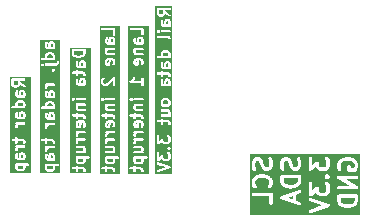
<source format=gbr>
%TF.GenerationSoftware,KiCad,Pcbnew,8.0.9-8.0.9-0~ubuntu24.04.1*%
%TF.CreationDate,2025-03-05T09:12:54+01:00*%
%TF.ProjectId,SpeedometerV1,53706565-646f-46d6-9574-657256312e6b,V2*%
%TF.SameCoordinates,Original*%
%TF.FileFunction,Legend,Bot*%
%TF.FilePolarity,Positive*%
%FSLAX46Y46*%
G04 Gerber Fmt 4.6, Leading zero omitted, Abs format (unit mm)*
G04 Created by KiCad (PCBNEW 8.0.9-8.0.9-0~ubuntu24.04.1) date 2025-03-05 09:12:54*
%MOMM*%
%LPD*%
G01*
G04 APERTURE LIST*
%ADD10C,0.300000*%
%ADD11C,0.200000*%
G04 APERTURE END LIST*
D10*
G36*
X91250828Y-82558739D02*
G01*
X91198294Y-82716341D01*
X91097688Y-82816946D01*
X90991328Y-82870127D01*
X90739507Y-82933082D01*
X90562149Y-82933082D01*
X90310327Y-82870126D01*
X90203968Y-82816947D01*
X90103361Y-82716340D01*
X90050828Y-82558741D01*
X90050828Y-82375939D01*
X91250828Y-82375939D01*
X91250828Y-82558739D01*
G37*
G36*
X85992425Y-82517825D02*
G01*
X85545336Y-82368796D01*
X85992425Y-82219766D01*
X85992425Y-82517825D01*
G37*
G36*
X86420996Y-80915881D02*
G01*
X86368462Y-81073483D01*
X86267856Y-81174088D01*
X86161496Y-81227269D01*
X85909675Y-81290224D01*
X85732317Y-81290224D01*
X85480495Y-81227268D01*
X85374136Y-81174089D01*
X85273529Y-81073482D01*
X85220996Y-80915883D01*
X85220996Y-80733081D01*
X86420996Y-80733081D01*
X86420996Y-80915881D01*
G37*
G36*
X91717495Y-83827142D02*
G01*
X82339413Y-83827142D01*
X82339413Y-82053817D01*
X82508962Y-82053817D01*
X82508962Y-82112345D01*
X82531360Y-82166417D01*
X82572744Y-82207801D01*
X82626816Y-82230199D01*
X82656080Y-82233081D01*
X84006080Y-82233081D01*
X84006080Y-82797367D01*
X84008962Y-82826631D01*
X84031360Y-82880703D01*
X84072744Y-82922087D01*
X84126816Y-82944485D01*
X84185344Y-82944485D01*
X84239416Y-82922087D01*
X84280800Y-82880703D01*
X84303198Y-82826631D01*
X84306080Y-82797367D01*
X84306080Y-82350035D01*
X84922174Y-82350035D01*
X84923507Y-82368796D01*
X84922174Y-82387557D01*
X84925563Y-82397724D01*
X84926323Y-82408416D01*
X84934734Y-82425239D01*
X84940682Y-82443081D01*
X84947704Y-82451177D01*
X84952497Y-82460763D01*
X84966705Y-82473086D01*
X84979029Y-82487295D01*
X84988614Y-82492087D01*
X84996711Y-82499110D01*
X85023562Y-82511098D01*
X86523562Y-83011099D01*
X86552236Y-83017619D01*
X86610616Y-83013469D01*
X86662963Y-82987295D01*
X86701310Y-82943081D01*
X86719819Y-82887557D01*
X86715669Y-82829177D01*
X86689496Y-82776829D01*
X86645281Y-82738482D01*
X86618430Y-82726494D01*
X86292425Y-82617825D01*
X86292425Y-82492892D01*
X87337090Y-82492892D01*
X87341239Y-82551273D01*
X87367413Y-82603620D01*
X87411627Y-82641967D01*
X87438478Y-82653955D01*
X88511569Y-83011653D01*
X87438478Y-83369351D01*
X87411627Y-83381339D01*
X87367413Y-83419686D01*
X87341239Y-83472033D01*
X87337090Y-83530414D01*
X87355598Y-83585938D01*
X87393945Y-83630152D01*
X87446292Y-83656326D01*
X87504673Y-83660475D01*
X87533346Y-83653955D01*
X89033346Y-83153955D01*
X89060197Y-83141967D01*
X89068294Y-83134944D01*
X89077879Y-83130152D01*
X89090200Y-83115945D01*
X89104412Y-83103620D01*
X89109205Y-83094032D01*
X89116226Y-83085938D01*
X89122174Y-83068093D01*
X89130585Y-83051272D01*
X89131344Y-83040584D01*
X89134735Y-83030414D01*
X89133401Y-83011653D01*
X89134735Y-82992892D01*
X89131344Y-82982721D01*
X89130585Y-82972034D01*
X89122174Y-82955212D01*
X89116226Y-82937368D01*
X89109205Y-82929273D01*
X89104412Y-82919686D01*
X89090200Y-82907360D01*
X89077879Y-82893154D01*
X89068294Y-82888361D01*
X89060197Y-82881339D01*
X89033346Y-82869351D01*
X87533346Y-82369351D01*
X87504673Y-82362831D01*
X87446292Y-82366980D01*
X87393945Y-82393154D01*
X87355598Y-82437368D01*
X87337090Y-82492892D01*
X86292425Y-82492892D01*
X86292425Y-82119766D01*
X86618430Y-82011098D01*
X86645281Y-81999110D01*
X86689496Y-81960763D01*
X86715669Y-81908415D01*
X86719819Y-81850035D01*
X86701310Y-81794511D01*
X86662963Y-81750297D01*
X86610616Y-81724123D01*
X86552236Y-81719973D01*
X86523562Y-81726493D01*
X85023562Y-82226494D01*
X84996711Y-82238482D01*
X84988614Y-82245504D01*
X84979029Y-82250297D01*
X84966705Y-82264505D01*
X84952497Y-82276829D01*
X84947704Y-82286414D01*
X84940682Y-82294511D01*
X84934734Y-82312352D01*
X84926323Y-82329176D01*
X84925563Y-82339867D01*
X84922174Y-82350035D01*
X84306080Y-82350035D01*
X84306080Y-82083081D01*
X84303198Y-82053817D01*
X84280800Y-81999745D01*
X84239416Y-81958361D01*
X84185344Y-81935963D01*
X84156080Y-81933081D01*
X82656080Y-81933081D01*
X82626816Y-81935963D01*
X82572744Y-81958361D01*
X82531360Y-81999745D01*
X82508962Y-82053817D01*
X82339413Y-82053817D01*
X82339413Y-81011653D01*
X82506080Y-81011653D01*
X82506080Y-81154510D01*
X82507538Y-81169321D01*
X82507258Y-81173271D01*
X82508439Y-81178465D01*
X82508962Y-81183774D01*
X82510479Y-81187436D01*
X82513778Y-81201944D01*
X82585206Y-81416230D01*
X82597195Y-81443081D01*
X82600725Y-81447151D01*
X82602788Y-81452131D01*
X82621443Y-81474862D01*
X82692871Y-81546290D01*
X82715601Y-81564945D01*
X82769674Y-81587341D01*
X82828200Y-81587341D01*
X82882272Y-81564945D01*
X82923658Y-81523559D01*
X82946054Y-81469487D01*
X82946054Y-81410961D01*
X82923658Y-81356888D01*
X82905003Y-81334158D01*
X82858613Y-81287768D01*
X82806080Y-81130169D01*
X82806080Y-81035993D01*
X82858613Y-80878394D01*
X82959220Y-80777787D01*
X83065579Y-80724608D01*
X83317401Y-80661653D01*
X83494759Y-80661653D01*
X83746580Y-80724607D01*
X83852940Y-80777788D01*
X83953546Y-80878393D01*
X84006080Y-81035995D01*
X84006080Y-81130167D01*
X83953546Y-81287769D01*
X83907158Y-81334157D01*
X83888503Y-81356888D01*
X83866105Y-81410960D01*
X83866105Y-81469486D01*
X83888502Y-81523558D01*
X83929887Y-81564944D01*
X83983959Y-81587342D01*
X84042485Y-81587342D01*
X84096557Y-81564945D01*
X84119288Y-81546291D01*
X84190717Y-81474863D01*
X84209372Y-81452132D01*
X84211433Y-81447155D01*
X84214967Y-81443081D01*
X84226955Y-81416230D01*
X84298383Y-81201944D01*
X84301682Y-81187431D01*
X84303198Y-81183774D01*
X84303720Y-81178471D01*
X84304903Y-81173270D01*
X84304621Y-81169315D01*
X84306080Y-81154510D01*
X84306080Y-81011653D01*
X84304621Y-80996847D01*
X84304903Y-80992893D01*
X84303720Y-80987691D01*
X84303198Y-80982389D01*
X84301682Y-80978731D01*
X84298383Y-80964219D01*
X84226955Y-80749933D01*
X84214967Y-80723082D01*
X84211435Y-80719010D01*
X84209373Y-80714031D01*
X84190718Y-80691301D01*
X84082497Y-80583081D01*
X84920996Y-80583081D01*
X84920996Y-80940224D01*
X84922454Y-80955035D01*
X84922174Y-80958985D01*
X84923355Y-80964179D01*
X84923878Y-80969488D01*
X84925395Y-80973150D01*
X84928694Y-80987658D01*
X85000122Y-81201944D01*
X85012111Y-81228795D01*
X85015641Y-81232865D01*
X85017704Y-81237845D01*
X85036359Y-81260576D01*
X85179216Y-81403433D01*
X85190718Y-81412873D01*
X85193314Y-81415866D01*
X85197823Y-81418704D01*
X85201946Y-81422088D01*
X85205608Y-81423604D01*
X85218200Y-81431531D01*
X85361056Y-81502960D01*
X85363198Y-81503779D01*
X85364068Y-81504424D01*
X85376339Y-81508808D01*
X85388520Y-81513469D01*
X85389600Y-81513545D01*
X85391759Y-81514317D01*
X85677473Y-81585745D01*
X85682544Y-81586494D01*
X85684589Y-81587342D01*
X85695611Y-81588427D01*
X85706562Y-81590047D01*
X85708749Y-81589721D01*
X85713853Y-81590224D01*
X85928139Y-81590224D01*
X85933242Y-81589721D01*
X85935430Y-81590047D01*
X85946380Y-81588427D01*
X85957403Y-81587342D01*
X85959447Y-81586494D01*
X85964519Y-81585745D01*
X86250233Y-81514317D01*
X86252391Y-81513545D01*
X86253472Y-81513469D01*
X86265646Y-81508810D01*
X86277924Y-81504424D01*
X86278794Y-81503779D01*
X86280935Y-81502960D01*
X86423792Y-81431531D01*
X86436385Y-81423603D01*
X86440045Y-81422088D01*
X86444164Y-81418706D01*
X86448678Y-81415866D01*
X86451274Y-81412872D01*
X86462776Y-81403433D01*
X86605634Y-81260576D01*
X86624289Y-81237846D01*
X86626351Y-81232866D01*
X86629883Y-81228795D01*
X86641871Y-81201944D01*
X86657682Y-81154510D01*
X87335912Y-81154510D01*
X87335912Y-82083082D01*
X87337435Y-82098554D01*
X87337173Y-82102494D01*
X87338091Y-82105208D01*
X87338794Y-82112346D01*
X87348117Y-82134854D01*
X87355924Y-82157936D01*
X87359255Y-82161743D01*
X87361192Y-82166418D01*
X87378421Y-82183647D01*
X87394465Y-82201983D01*
X87398999Y-82204225D01*
X87402576Y-82207802D01*
X87425092Y-82217128D01*
X87446928Y-82227927D01*
X87451972Y-82228263D01*
X87456648Y-82230200D01*
X87481015Y-82230200D01*
X87505324Y-82231821D01*
X87510117Y-82230200D01*
X87515176Y-82230200D01*
X87537684Y-82220876D01*
X87560766Y-82213070D01*
X87566602Y-82208898D01*
X87569248Y-82207802D01*
X87572037Y-82205012D01*
X87584688Y-82195969D01*
X87935469Y-81889034D01*
X87994605Y-82007307D01*
X88002533Y-82019901D01*
X88004049Y-82023561D01*
X88007430Y-82027681D01*
X88010270Y-82032192D01*
X88013261Y-82034786D01*
X88022704Y-82046292D01*
X88094133Y-82117720D01*
X88105633Y-82127158D01*
X88108230Y-82130152D01*
X88112742Y-82132992D01*
X88116863Y-82136374D01*
X88120522Y-82137889D01*
X88133116Y-82145817D01*
X88275972Y-82217246D01*
X88303436Y-82227755D01*
X88308810Y-82228136D01*
X88313791Y-82230200D01*
X88343055Y-82233082D01*
X88700198Y-82233082D01*
X88729462Y-82230200D01*
X88734442Y-82228136D01*
X88739817Y-82227755D01*
X88744563Y-82225939D01*
X89750828Y-82225939D01*
X89750828Y-82583082D01*
X89752286Y-82597893D01*
X89752006Y-82601843D01*
X89753187Y-82607037D01*
X89753710Y-82612346D01*
X89755227Y-82616008D01*
X89758526Y-82630516D01*
X89829954Y-82844802D01*
X89841943Y-82871653D01*
X89845473Y-82875723D01*
X89847536Y-82880703D01*
X89866191Y-82903434D01*
X90009048Y-83046291D01*
X90020550Y-83055731D01*
X90023146Y-83058724D01*
X90027655Y-83061562D01*
X90031778Y-83064946D01*
X90035440Y-83066462D01*
X90048032Y-83074389D01*
X90190888Y-83145818D01*
X90193030Y-83146637D01*
X90193900Y-83147282D01*
X90206171Y-83151666D01*
X90218352Y-83156327D01*
X90219432Y-83156403D01*
X90221591Y-83157175D01*
X90507305Y-83228603D01*
X90512376Y-83229352D01*
X90514421Y-83230200D01*
X90525443Y-83231285D01*
X90536394Y-83232905D01*
X90538581Y-83232579D01*
X90543685Y-83233082D01*
X90757971Y-83233082D01*
X90763074Y-83232579D01*
X90765262Y-83232905D01*
X90776212Y-83231285D01*
X90787235Y-83230200D01*
X90789279Y-83229352D01*
X90794351Y-83228603D01*
X91080065Y-83157175D01*
X91082223Y-83156403D01*
X91083304Y-83156327D01*
X91095478Y-83151668D01*
X91107756Y-83147282D01*
X91108626Y-83146637D01*
X91110767Y-83145818D01*
X91253624Y-83074389D01*
X91266217Y-83066461D01*
X91269877Y-83064946D01*
X91273996Y-83061564D01*
X91278510Y-83058724D01*
X91281106Y-83055730D01*
X91292608Y-83046291D01*
X91435466Y-82903434D01*
X91454121Y-82880704D01*
X91456183Y-82875724D01*
X91459715Y-82871653D01*
X91471703Y-82844802D01*
X91543131Y-82630516D01*
X91546430Y-82616003D01*
X91547946Y-82612346D01*
X91548468Y-82607043D01*
X91549651Y-82601842D01*
X91549369Y-82597887D01*
X91550828Y-82583082D01*
X91550828Y-82225939D01*
X91547946Y-82196675D01*
X91525548Y-82142603D01*
X91484164Y-82101219D01*
X91430092Y-82078821D01*
X91400828Y-82075939D01*
X89900828Y-82075939D01*
X89871564Y-82078821D01*
X89817492Y-82101219D01*
X89776108Y-82142603D01*
X89753710Y-82196675D01*
X89750828Y-82225939D01*
X88744563Y-82225939D01*
X88767280Y-82217246D01*
X88910137Y-82145817D01*
X88922732Y-82137888D01*
X88926389Y-82136374D01*
X88930506Y-82132994D01*
X88935023Y-82130152D01*
X88937620Y-82127157D01*
X88949120Y-82117720D01*
X89020549Y-82046292D01*
X89029988Y-82034789D01*
X89032984Y-82032192D01*
X89035825Y-82027677D01*
X89039204Y-82023561D01*
X89040719Y-82019902D01*
X89048648Y-82007306D01*
X89120077Y-81864448D01*
X89130586Y-81836985D01*
X89130967Y-81831609D01*
X89133030Y-81826631D01*
X89135912Y-81797367D01*
X89135912Y-81368796D01*
X89133030Y-81339532D01*
X89130967Y-81334553D01*
X89130586Y-81329178D01*
X89120076Y-81301715D01*
X89048648Y-81158857D01*
X89040721Y-81146265D01*
X89039205Y-81142604D01*
X89035821Y-81138481D01*
X89032983Y-81133972D01*
X89029991Y-81131377D01*
X89020550Y-81119873D01*
X88949121Y-81048444D01*
X88926390Y-81029789D01*
X88872318Y-81007392D01*
X88813792Y-81007392D01*
X88759720Y-81029789D01*
X88718334Y-81071175D01*
X88695937Y-81125247D01*
X88695937Y-81183773D01*
X88718334Y-81237845D01*
X88736989Y-81260576D01*
X88791205Y-81314792D01*
X88835912Y-81404205D01*
X88835912Y-81761957D01*
X88791206Y-81851369D01*
X88754202Y-81888374D01*
X88664788Y-81933082D01*
X88378465Y-81933082D01*
X88289051Y-81888374D01*
X88252047Y-81851371D01*
X88207341Y-81761958D01*
X88207341Y-81583082D01*
X88205816Y-81567604D01*
X88206079Y-81563670D01*
X88205162Y-81560959D01*
X88204459Y-81553818D01*
X88195132Y-81531303D01*
X88187329Y-81508228D01*
X88183997Y-81504420D01*
X88182061Y-81499746D01*
X88164831Y-81482516D01*
X88148788Y-81464181D01*
X88144253Y-81461938D01*
X88140677Y-81458362D01*
X88118160Y-81449035D01*
X88096325Y-81438237D01*
X88091280Y-81437900D01*
X88086605Y-81435964D01*
X88062229Y-81435964D01*
X88037929Y-81434344D01*
X88033139Y-81435964D01*
X88028077Y-81435964D01*
X88005565Y-81445288D01*
X87982486Y-81453094D01*
X87976649Y-81457266D01*
X87974005Y-81458362D01*
X87971214Y-81461152D01*
X87958565Y-81470196D01*
X87635912Y-81752516D01*
X87635912Y-81154510D01*
X87633030Y-81125246D01*
X87610632Y-81071174D01*
X87569248Y-81029790D01*
X87515176Y-81007392D01*
X87456648Y-81007392D01*
X87402576Y-81029790D01*
X87361192Y-81071174D01*
X87338794Y-81125246D01*
X87335912Y-81154510D01*
X86657682Y-81154510D01*
X86713299Y-80987658D01*
X86716598Y-80973145D01*
X86718114Y-80969488D01*
X86718636Y-80964185D01*
X86719819Y-80958984D01*
X86719537Y-80955029D01*
X86720996Y-80940224D01*
X86720996Y-80583081D01*
X86718114Y-80553817D01*
X88695937Y-80553817D01*
X88695937Y-80612345D01*
X88701282Y-80625248D01*
X88718334Y-80666416D01*
X88736989Y-80689147D01*
X88808418Y-80760576D01*
X88831149Y-80779231D01*
X88885221Y-80801628D01*
X88885222Y-80801628D01*
X88943748Y-80801628D01*
X88975021Y-80788674D01*
X88997819Y-80779231D01*
X88997820Y-80779230D01*
X89020551Y-80760575D01*
X89091979Y-80689146D01*
X89110633Y-80666416D01*
X89111225Y-80664987D01*
X89751194Y-80664987D01*
X89753710Y-80674211D01*
X89753710Y-80683774D01*
X89761345Y-80702206D01*
X89766594Y-80721451D01*
X89772448Y-80729010D01*
X89776108Y-80737846D01*
X89790215Y-80751953D01*
X89802429Y-80767725D01*
X89814692Y-80776430D01*
X89817492Y-80779230D01*
X89820239Y-80780368D01*
X89826407Y-80784746D01*
X90835993Y-81361653D01*
X89900828Y-81361653D01*
X89871564Y-81364535D01*
X89817492Y-81386933D01*
X89776108Y-81428317D01*
X89753710Y-81482389D01*
X89753710Y-81540917D01*
X89776108Y-81594989D01*
X89817492Y-81636373D01*
X89871564Y-81658771D01*
X89900828Y-81661653D01*
X91400828Y-81661653D01*
X91408354Y-81660911D01*
X91411306Y-81661287D01*
X91415127Y-81660244D01*
X91430092Y-81658771D01*
X91448524Y-81651135D01*
X91467769Y-81645887D01*
X91475328Y-81640032D01*
X91484164Y-81636373D01*
X91498271Y-81622265D01*
X91514043Y-81610052D01*
X91518787Y-81601749D01*
X91525548Y-81594989D01*
X91533182Y-81576558D01*
X91543081Y-81559236D01*
X91544286Y-81549750D01*
X91547946Y-81540917D01*
X91547946Y-81520967D01*
X91550462Y-81501176D01*
X91547946Y-81491950D01*
X91547946Y-81482389D01*
X91540312Y-81463960D01*
X91535063Y-81444712D01*
X91529206Y-81437150D01*
X91525548Y-81428317D01*
X91511442Y-81414211D01*
X91499227Y-81398438D01*
X91486963Y-81389732D01*
X91484164Y-81386933D01*
X91481416Y-81385794D01*
X91475249Y-81381417D01*
X90465662Y-80804510D01*
X91400828Y-80804510D01*
X91430092Y-80801628D01*
X91484164Y-80779230D01*
X91525548Y-80737846D01*
X91547946Y-80683774D01*
X91547946Y-80625246D01*
X91525548Y-80571174D01*
X91484164Y-80529790D01*
X91430092Y-80507392D01*
X91400828Y-80504510D01*
X89900828Y-80504510D01*
X89893302Y-80505251D01*
X89890351Y-80504876D01*
X89886530Y-80505918D01*
X89871564Y-80507392D01*
X89853131Y-80515027D01*
X89833887Y-80520276D01*
X89826327Y-80526130D01*
X89817492Y-80529790D01*
X89803384Y-80543897D01*
X89787613Y-80556111D01*
X89782868Y-80564413D01*
X89776108Y-80571174D01*
X89768473Y-80589604D01*
X89758575Y-80606927D01*
X89757369Y-80616412D01*
X89753710Y-80625246D01*
X89753710Y-80645195D01*
X89751194Y-80664987D01*
X89111225Y-80664987D01*
X89127685Y-80625248D01*
X89133030Y-80612345D01*
X89133030Y-80553817D01*
X89119909Y-80522142D01*
X89110633Y-80499745D01*
X89091978Y-80477015D01*
X89020550Y-80405587D01*
X88997819Y-80386932D01*
X88943747Y-80364535D01*
X88885221Y-80364535D01*
X88831149Y-80386932D01*
X88808419Y-80405586D01*
X88736990Y-80477014D01*
X88718335Y-80499745D01*
X88718334Y-80499746D01*
X88708174Y-80524274D01*
X88695937Y-80553817D01*
X86718114Y-80553817D01*
X86695716Y-80499745D01*
X86654332Y-80458361D01*
X86600260Y-80435963D01*
X86570996Y-80433081D01*
X85070996Y-80433081D01*
X85041732Y-80435963D01*
X84987660Y-80458361D01*
X84946276Y-80499745D01*
X84923878Y-80553817D01*
X84920996Y-80583081D01*
X84082497Y-80583081D01*
X84047860Y-80548444D01*
X84036358Y-80539004D01*
X84033762Y-80536011D01*
X84029248Y-80533170D01*
X84025129Y-80529789D01*
X84021469Y-80528273D01*
X84008876Y-80520346D01*
X83866019Y-80448917D01*
X83863878Y-80448097D01*
X83863008Y-80447453D01*
X83850730Y-80443066D01*
X83838556Y-80438408D01*
X83837475Y-80438331D01*
X83835317Y-80437560D01*
X83549603Y-80366132D01*
X83544531Y-80365382D01*
X83542487Y-80364535D01*
X83531464Y-80363449D01*
X83520514Y-80361830D01*
X83518326Y-80362155D01*
X83513223Y-80361653D01*
X83298937Y-80361653D01*
X83293833Y-80362155D01*
X83291646Y-80361830D01*
X83280695Y-80363449D01*
X83269673Y-80364535D01*
X83267628Y-80365382D01*
X83262557Y-80366132D01*
X82976843Y-80437560D01*
X82974684Y-80438331D01*
X82973604Y-80438408D01*
X82961423Y-80443068D01*
X82949152Y-80447453D01*
X82948282Y-80448097D01*
X82946140Y-80448917D01*
X82803284Y-80520346D01*
X82790692Y-80528272D01*
X82787030Y-80529789D01*
X82782907Y-80533172D01*
X82778398Y-80536011D01*
X82775802Y-80539003D01*
X82764300Y-80548444D01*
X82621443Y-80691301D01*
X82602788Y-80714032D01*
X82600725Y-80719011D01*
X82597195Y-80723082D01*
X82585206Y-80749933D01*
X82513778Y-80964219D01*
X82510479Y-80978726D01*
X82508962Y-80982389D01*
X82508439Y-80987697D01*
X82507258Y-80992892D01*
X82507538Y-80996841D01*
X82506080Y-81011653D01*
X82339413Y-81011653D01*
X82339413Y-79368796D01*
X82506080Y-79368796D01*
X82506080Y-79725939D01*
X82507538Y-79740750D01*
X82507258Y-79744700D01*
X82508439Y-79749894D01*
X82508962Y-79755203D01*
X82510479Y-79758865D01*
X82513778Y-79773373D01*
X82585206Y-79987659D01*
X82597195Y-80014510D01*
X82635542Y-80058724D01*
X82687890Y-80084898D01*
X82746270Y-80089047D01*
X82801794Y-80070539D01*
X82846008Y-80032191D01*
X82872182Y-79979844D01*
X82876331Y-79921464D01*
X82869811Y-79892790D01*
X82806080Y-79701598D01*
X82806080Y-79404206D01*
X82850787Y-79314791D01*
X82887791Y-79277787D01*
X82977204Y-79233082D01*
X83049242Y-79233082D01*
X83138653Y-79277787D01*
X83175658Y-79314792D01*
X83228838Y-79421152D01*
X83296273Y-79690890D01*
X83297043Y-79693045D01*
X83297120Y-79694129D01*
X83301787Y-79706325D01*
X83306166Y-79718581D01*
X83306810Y-79719451D01*
X83307630Y-79721592D01*
X83379059Y-79864450D01*
X83386987Y-79877045D01*
X83388503Y-79880704D01*
X83391882Y-79884821D01*
X83394724Y-79889336D01*
X83397718Y-79891932D01*
X83407158Y-79903435D01*
X83478587Y-79974863D01*
X83490087Y-79984301D01*
X83492684Y-79987295D01*
X83497196Y-79990135D01*
X83501317Y-79993517D01*
X83504976Y-79995032D01*
X83517570Y-80002960D01*
X83660426Y-80074389D01*
X83687890Y-80084898D01*
X83693264Y-80085279D01*
X83698245Y-80087343D01*
X83727509Y-80090225D01*
X83870366Y-80090225D01*
X83899630Y-80087343D01*
X83904610Y-80085279D01*
X83909985Y-80084898D01*
X83937448Y-80074389D01*
X84080305Y-80002960D01*
X84092900Y-79995031D01*
X84096557Y-79993517D01*
X84100674Y-79990137D01*
X84105191Y-79987295D01*
X84107788Y-79984300D01*
X84119288Y-79974863D01*
X84190717Y-79903435D01*
X84200156Y-79891932D01*
X84203152Y-79889335D01*
X84205993Y-79884820D01*
X84209372Y-79880704D01*
X84210887Y-79877045D01*
X84218816Y-79864449D01*
X84290245Y-79721591D01*
X84300754Y-79694128D01*
X84301135Y-79688752D01*
X84303198Y-79683774D01*
X84306080Y-79654510D01*
X84306080Y-79368796D01*
X84920996Y-79368796D01*
X84920996Y-79725939D01*
X84922454Y-79740750D01*
X84922174Y-79744700D01*
X84923355Y-79749894D01*
X84923878Y-79755203D01*
X84925395Y-79758865D01*
X84928694Y-79773373D01*
X85000122Y-79987659D01*
X85012111Y-80014510D01*
X85050458Y-80058724D01*
X85102806Y-80084898D01*
X85161186Y-80089047D01*
X85216710Y-80070539D01*
X85260924Y-80032191D01*
X85287098Y-79979844D01*
X85291247Y-79921464D01*
X85284727Y-79892790D01*
X85220996Y-79701598D01*
X85220996Y-79404206D01*
X85265703Y-79314791D01*
X85302707Y-79277787D01*
X85392120Y-79233082D01*
X85464158Y-79233082D01*
X85553569Y-79277787D01*
X85590574Y-79314792D01*
X85643754Y-79421152D01*
X85711189Y-79690890D01*
X85711959Y-79693045D01*
X85712036Y-79694129D01*
X85716703Y-79706325D01*
X85721082Y-79718581D01*
X85721726Y-79719451D01*
X85722546Y-79721592D01*
X85793975Y-79864450D01*
X85801903Y-79877045D01*
X85803419Y-79880704D01*
X85806798Y-79884821D01*
X85809640Y-79889336D01*
X85812634Y-79891932D01*
X85822074Y-79903435D01*
X85893503Y-79974863D01*
X85905003Y-79984301D01*
X85907600Y-79987295D01*
X85912112Y-79990135D01*
X85916233Y-79993517D01*
X85919892Y-79995032D01*
X85932486Y-80002960D01*
X86075342Y-80074389D01*
X86102806Y-80084898D01*
X86108180Y-80085279D01*
X86113161Y-80087343D01*
X86142425Y-80090225D01*
X86285282Y-80090225D01*
X86314546Y-80087343D01*
X86319526Y-80085279D01*
X86324901Y-80084898D01*
X86352364Y-80074389D01*
X86495221Y-80002960D01*
X86507816Y-79995031D01*
X86511473Y-79993517D01*
X86515590Y-79990137D01*
X86520107Y-79987295D01*
X86522704Y-79984300D01*
X86534204Y-79974863D01*
X86605633Y-79903435D01*
X86615072Y-79891932D01*
X86618068Y-79889335D01*
X86620909Y-79884820D01*
X86624288Y-79880704D01*
X86625803Y-79877045D01*
X86633732Y-79864449D01*
X86705161Y-79721591D01*
X86715670Y-79694128D01*
X86716051Y-79688752D01*
X86718114Y-79683774D01*
X86720996Y-79654510D01*
X86720996Y-79297368D01*
X86719537Y-79282562D01*
X86719819Y-79278608D01*
X86718636Y-79273406D01*
X86718114Y-79268104D01*
X86716598Y-79264446D01*
X86713299Y-79249934D01*
X86641871Y-79035648D01*
X86631158Y-79011653D01*
X87335912Y-79011653D01*
X87335912Y-79940225D01*
X87337435Y-79955697D01*
X87337173Y-79959637D01*
X87338091Y-79962351D01*
X87338794Y-79969489D01*
X87348117Y-79991997D01*
X87355924Y-80015079D01*
X87359255Y-80018886D01*
X87361192Y-80023561D01*
X87378421Y-80040790D01*
X87394465Y-80059126D01*
X87398999Y-80061368D01*
X87402576Y-80064945D01*
X87425092Y-80074271D01*
X87446928Y-80085070D01*
X87451972Y-80085406D01*
X87456648Y-80087343D01*
X87481015Y-80087343D01*
X87505324Y-80088964D01*
X87510117Y-80087343D01*
X87515176Y-80087343D01*
X87537684Y-80078019D01*
X87560766Y-80070213D01*
X87566602Y-80066041D01*
X87569248Y-80064945D01*
X87572037Y-80062155D01*
X87584688Y-80053112D01*
X87935469Y-79746177D01*
X87994605Y-79864450D01*
X88002533Y-79877044D01*
X88004049Y-79880704D01*
X88007430Y-79884824D01*
X88010270Y-79889335D01*
X88013261Y-79891929D01*
X88022704Y-79903435D01*
X88094133Y-79974863D01*
X88105633Y-79984301D01*
X88108230Y-79987295D01*
X88112742Y-79990135D01*
X88116863Y-79993517D01*
X88120522Y-79995032D01*
X88133116Y-80002960D01*
X88275972Y-80074389D01*
X88303436Y-80084898D01*
X88308810Y-80085279D01*
X88313791Y-80087343D01*
X88343055Y-80090225D01*
X88700198Y-80090225D01*
X88729462Y-80087343D01*
X88734442Y-80085279D01*
X88739817Y-80084898D01*
X88767280Y-80074389D01*
X88910137Y-80002960D01*
X88922732Y-79995031D01*
X88926389Y-79993517D01*
X88930506Y-79990137D01*
X88935023Y-79987295D01*
X88937620Y-79984300D01*
X88949120Y-79974863D01*
X89020549Y-79903435D01*
X89029988Y-79891932D01*
X89032984Y-79889335D01*
X89035825Y-79884820D01*
X89039204Y-79880704D01*
X89040719Y-79877045D01*
X89048648Y-79864449D01*
X89120077Y-79721591D01*
X89130586Y-79694128D01*
X89130967Y-79688752D01*
X89133030Y-79683774D01*
X89135912Y-79654510D01*
X89135912Y-79583082D01*
X89750828Y-79583082D01*
X89750828Y-79797368D01*
X89753710Y-79826632D01*
X89755773Y-79831612D01*
X89756155Y-79836987D01*
X89766664Y-79864450D01*
X89838093Y-80007307D01*
X89853758Y-80032193D01*
X89897973Y-80070539D01*
X89953496Y-80089047D01*
X90011876Y-80084898D01*
X90064225Y-80058724D01*
X90102572Y-80014508D01*
X90121079Y-79958986D01*
X90116930Y-79900606D01*
X90106421Y-79873142D01*
X90050828Y-79761957D01*
X90050828Y-79607422D01*
X90103361Y-79449823D01*
X90203968Y-79349216D01*
X90310327Y-79296037D01*
X90562149Y-79233082D01*
X90739507Y-79233082D01*
X90991328Y-79296036D01*
X91097688Y-79349217D01*
X91198294Y-79449822D01*
X91250828Y-79607424D01*
X91250828Y-79701596D01*
X91198294Y-79859198D01*
X91195840Y-79861653D01*
X90907971Y-79861653D01*
X90907971Y-79725939D01*
X90905089Y-79696675D01*
X90882691Y-79642603D01*
X90841307Y-79601219D01*
X90787235Y-79578821D01*
X90728707Y-79578821D01*
X90674635Y-79601219D01*
X90633251Y-79642603D01*
X90610853Y-79696675D01*
X90607971Y-79725939D01*
X90607971Y-80011653D01*
X90610853Y-80040915D01*
X90610853Y-80040917D01*
X90633251Y-80094989D01*
X90674635Y-80136373D01*
X90728707Y-80158771D01*
X90757971Y-80161653D01*
X91257971Y-80161653D01*
X91287235Y-80158771D01*
X91341307Y-80136373D01*
X91341310Y-80136369D01*
X91364036Y-80117720D01*
X91435465Y-80046292D01*
X91454120Y-80023561D01*
X91456181Y-80018584D01*
X91459715Y-80014510D01*
X91471703Y-79987659D01*
X91543131Y-79773373D01*
X91546430Y-79758860D01*
X91547946Y-79755203D01*
X91548468Y-79749900D01*
X91549651Y-79744699D01*
X91549369Y-79740744D01*
X91550828Y-79725939D01*
X91550828Y-79583082D01*
X91549369Y-79568276D01*
X91549651Y-79564322D01*
X91548468Y-79559120D01*
X91547946Y-79553818D01*
X91546430Y-79550160D01*
X91543131Y-79535648D01*
X91471703Y-79321362D01*
X91459715Y-79294511D01*
X91456183Y-79290439D01*
X91454121Y-79285460D01*
X91435466Y-79262730D01*
X91292608Y-79119873D01*
X91281106Y-79110433D01*
X91278510Y-79107440D01*
X91273996Y-79104599D01*
X91269877Y-79101218D01*
X91266217Y-79099702D01*
X91253624Y-79091775D01*
X91110767Y-79020346D01*
X91108626Y-79019526D01*
X91107756Y-79018882D01*
X91095478Y-79014495D01*
X91083304Y-79009837D01*
X91082223Y-79009760D01*
X91080065Y-79008989D01*
X90794351Y-78937561D01*
X90789279Y-78936811D01*
X90787235Y-78935964D01*
X90776212Y-78934878D01*
X90765262Y-78933259D01*
X90763074Y-78933584D01*
X90757971Y-78933082D01*
X90543685Y-78933082D01*
X90538581Y-78933584D01*
X90536394Y-78933259D01*
X90525443Y-78934878D01*
X90514421Y-78935964D01*
X90512376Y-78936811D01*
X90507305Y-78937561D01*
X90221591Y-79008989D01*
X90219432Y-79009760D01*
X90218352Y-79009837D01*
X90206171Y-79014497D01*
X90193900Y-79018882D01*
X90193030Y-79019526D01*
X90190888Y-79020346D01*
X90048032Y-79091775D01*
X90035440Y-79099701D01*
X90031778Y-79101218D01*
X90027655Y-79104601D01*
X90023146Y-79107440D01*
X90020550Y-79110432D01*
X90009048Y-79119873D01*
X89866191Y-79262730D01*
X89847536Y-79285461D01*
X89845473Y-79290440D01*
X89841943Y-79294511D01*
X89829954Y-79321362D01*
X89758526Y-79535648D01*
X89755227Y-79550155D01*
X89753710Y-79553818D01*
X89753187Y-79559126D01*
X89752006Y-79564321D01*
X89752286Y-79568270D01*
X89750828Y-79583082D01*
X89135912Y-79583082D01*
X89135912Y-79225939D01*
X89133030Y-79196675D01*
X89130967Y-79191696D01*
X89130586Y-79186321D01*
X89120076Y-79158858D01*
X89048648Y-79016000D01*
X89040721Y-79003408D01*
X89039205Y-78999747D01*
X89035821Y-78995624D01*
X89032983Y-78991115D01*
X89029991Y-78988520D01*
X89020550Y-78977016D01*
X88949121Y-78905587D01*
X88926390Y-78886932D01*
X88872318Y-78864535D01*
X88813792Y-78864535D01*
X88759720Y-78886932D01*
X88718334Y-78928318D01*
X88695937Y-78982390D01*
X88695937Y-79040916D01*
X88718334Y-79094988D01*
X88736989Y-79117719D01*
X88791205Y-79171935D01*
X88835912Y-79261348D01*
X88835912Y-79619100D01*
X88791206Y-79708512D01*
X88754202Y-79745517D01*
X88664788Y-79790225D01*
X88378465Y-79790225D01*
X88289051Y-79745517D01*
X88252047Y-79708514D01*
X88207341Y-79619101D01*
X88207341Y-79440225D01*
X88205816Y-79424747D01*
X88206079Y-79420813D01*
X88205162Y-79418102D01*
X88204459Y-79410961D01*
X88195132Y-79388446D01*
X88187329Y-79365371D01*
X88183997Y-79361563D01*
X88182061Y-79356889D01*
X88164831Y-79339659D01*
X88148788Y-79321324D01*
X88144253Y-79319081D01*
X88140677Y-79315505D01*
X88118160Y-79306178D01*
X88096325Y-79295380D01*
X88091280Y-79295043D01*
X88086605Y-79293107D01*
X88062229Y-79293107D01*
X88037929Y-79291487D01*
X88033139Y-79293107D01*
X88028077Y-79293107D01*
X88005565Y-79302431D01*
X87982486Y-79310237D01*
X87976649Y-79314409D01*
X87974005Y-79315505D01*
X87971214Y-79318295D01*
X87958565Y-79327339D01*
X87635912Y-79609659D01*
X87635912Y-79011653D01*
X87633030Y-78982389D01*
X87610632Y-78928317D01*
X87569248Y-78886933D01*
X87515176Y-78864535D01*
X87456648Y-78864535D01*
X87402576Y-78886933D01*
X87361192Y-78928317D01*
X87338794Y-78982389D01*
X87335912Y-79011653D01*
X86631158Y-79011653D01*
X86629883Y-79008797D01*
X86591535Y-78964583D01*
X86539188Y-78938409D01*
X86480808Y-78934259D01*
X86425283Y-78952767D01*
X86381069Y-78991115D01*
X86354895Y-79043462D01*
X86350745Y-79101842D01*
X86357265Y-79130516D01*
X86420996Y-79321710D01*
X86420996Y-79619100D01*
X86376290Y-79708512D01*
X86339286Y-79745517D01*
X86249872Y-79790225D01*
X86177835Y-79790225D01*
X86088421Y-79745517D01*
X86051416Y-79708513D01*
X85998237Y-79602154D01*
X85930803Y-79332416D01*
X85930031Y-79330257D01*
X85929955Y-79329177D01*
X85925294Y-79316996D01*
X85920910Y-79304725D01*
X85920265Y-79303855D01*
X85919446Y-79301713D01*
X85848017Y-79158857D01*
X85840089Y-79146263D01*
X85838574Y-79142604D01*
X85835192Y-79138483D01*
X85832352Y-79133971D01*
X85829358Y-79131374D01*
X85819920Y-79119874D01*
X85748492Y-79048445D01*
X85736989Y-79039005D01*
X85734393Y-79036011D01*
X85729878Y-79033169D01*
X85725761Y-79029790D01*
X85722102Y-79028274D01*
X85709507Y-79020346D01*
X85566650Y-78948918D01*
X85539186Y-78938408D01*
X85533810Y-78938026D01*
X85528832Y-78935964D01*
X85499568Y-78933082D01*
X85356710Y-78933082D01*
X85327446Y-78935964D01*
X85322467Y-78938026D01*
X85317092Y-78938408D01*
X85289629Y-78948918D01*
X85146771Y-79020346D01*
X85134176Y-79028274D01*
X85130517Y-79029790D01*
X85126396Y-79033171D01*
X85121886Y-79036011D01*
X85119291Y-79039002D01*
X85107786Y-79048445D01*
X85036358Y-79119874D01*
X85026920Y-79131373D01*
X85023926Y-79133971D01*
X85021083Y-79138487D01*
X85017704Y-79142605D01*
X85016189Y-79146261D01*
X85008261Y-79158857D01*
X84936832Y-79301714D01*
X84926323Y-79329177D01*
X84925941Y-79334551D01*
X84923878Y-79339532D01*
X84920996Y-79368796D01*
X84306080Y-79368796D01*
X84306080Y-79297368D01*
X84304621Y-79282562D01*
X84304903Y-79278608D01*
X84303720Y-79273406D01*
X84303198Y-79268104D01*
X84301682Y-79264446D01*
X84298383Y-79249934D01*
X84226955Y-79035648D01*
X84214967Y-79008797D01*
X84176619Y-78964583D01*
X84124272Y-78938409D01*
X84065892Y-78934259D01*
X84010367Y-78952767D01*
X83966153Y-78991115D01*
X83939979Y-79043462D01*
X83935829Y-79101842D01*
X83942349Y-79130516D01*
X84006080Y-79321710D01*
X84006080Y-79619100D01*
X83961374Y-79708512D01*
X83924370Y-79745517D01*
X83834956Y-79790225D01*
X83762919Y-79790225D01*
X83673505Y-79745517D01*
X83636500Y-79708513D01*
X83583321Y-79602154D01*
X83515887Y-79332416D01*
X83515115Y-79330257D01*
X83515039Y-79329177D01*
X83510378Y-79316996D01*
X83505994Y-79304725D01*
X83505349Y-79303855D01*
X83504530Y-79301713D01*
X83433101Y-79158857D01*
X83425173Y-79146263D01*
X83423658Y-79142604D01*
X83420276Y-79138483D01*
X83417436Y-79133971D01*
X83414442Y-79131374D01*
X83405004Y-79119874D01*
X83333576Y-79048445D01*
X83322073Y-79039005D01*
X83319477Y-79036011D01*
X83314962Y-79033169D01*
X83310845Y-79029790D01*
X83307186Y-79028274D01*
X83294591Y-79020346D01*
X83151734Y-78948918D01*
X83124270Y-78938408D01*
X83118894Y-78938026D01*
X83113916Y-78935964D01*
X83084652Y-78933082D01*
X82941794Y-78933082D01*
X82912530Y-78935964D01*
X82907551Y-78938026D01*
X82902176Y-78938408D01*
X82874713Y-78948918D01*
X82731855Y-79020346D01*
X82719260Y-79028274D01*
X82715601Y-79029790D01*
X82711480Y-79033171D01*
X82706970Y-79036011D01*
X82704375Y-79039002D01*
X82692870Y-79048445D01*
X82621442Y-79119874D01*
X82612004Y-79131373D01*
X82609010Y-79133971D01*
X82606167Y-79138487D01*
X82602788Y-79142605D01*
X82601273Y-79146261D01*
X82593345Y-79158857D01*
X82521916Y-79301714D01*
X82511407Y-79329177D01*
X82511025Y-79334551D01*
X82508962Y-79339532D01*
X82506080Y-79368796D01*
X82339413Y-79368796D01*
X82339413Y-78697868D01*
X91717495Y-78697868D01*
X91717495Y-83827142D01*
G37*
D11*
G36*
X68267219Y-79083758D02*
G01*
X68267219Y-79227020D01*
X68237414Y-79286629D01*
X68212746Y-79311296D01*
X68153135Y-79341103D01*
X67914635Y-79341103D01*
X67855025Y-79311298D01*
X67830357Y-79286629D01*
X67800552Y-79227019D01*
X67800552Y-79083758D01*
X67809975Y-79064913D01*
X68257796Y-79064913D01*
X68267219Y-79083758D01*
G37*
G36*
X67857607Y-76288778D02*
G01*
X67822707Y-76271328D01*
X67800552Y-76227018D01*
X67800552Y-76083757D01*
X67822707Y-76039447D01*
X67867016Y-76017293D01*
X67911905Y-76017293D01*
X67857607Y-76288778D01*
G37*
G36*
X68245064Y-72420399D02*
G01*
X68267219Y-72464709D01*
X68267219Y-72655590D01*
X68257797Y-72674435D01*
X68086266Y-72674435D01*
X68086266Y-72464709D01*
X68108421Y-72420399D01*
X68152730Y-72398245D01*
X68200754Y-72398245D01*
X68245064Y-72420399D01*
G37*
G36*
X68245064Y-70944208D02*
G01*
X68267219Y-70988518D01*
X68267219Y-71179399D01*
X68257797Y-71198244D01*
X68086266Y-71198244D01*
X68086266Y-70988518D01*
X68108421Y-70944208D01*
X68152730Y-70922054D01*
X68200754Y-70922054D01*
X68245064Y-70944208D01*
G37*
G36*
X68267219Y-70091541D02*
G01*
X68232197Y-70196606D01*
X68165127Y-70263676D01*
X68094218Y-70299130D01*
X67926337Y-70341101D01*
X67808099Y-70341101D01*
X67640218Y-70299130D01*
X67569313Y-70263678D01*
X67502240Y-70196605D01*
X67467219Y-70091541D01*
X67467219Y-69969673D01*
X68267219Y-69969673D01*
X68267219Y-70091541D01*
G37*
G36*
X68909742Y-80316960D02*
G01*
X67156108Y-80316960D01*
X67156108Y-79850166D01*
X67269140Y-79850166D01*
X67269140Y-79889184D01*
X67284072Y-79925232D01*
X67311662Y-79952822D01*
X67347710Y-79967754D01*
X67367219Y-79969675D01*
X67600552Y-79969675D01*
X67600552Y-80107770D01*
X67602473Y-80127279D01*
X67617405Y-80163327D01*
X67644995Y-80190917D01*
X67681043Y-80205849D01*
X67720061Y-80205849D01*
X67756109Y-80190917D01*
X67783699Y-80163327D01*
X67798631Y-80127279D01*
X67800552Y-80107770D01*
X67800552Y-79969675D01*
X68200754Y-79969675D01*
X68245064Y-79991829D01*
X68267219Y-80036139D01*
X68267219Y-80107770D01*
X68269140Y-80127279D01*
X68284072Y-80163327D01*
X68311662Y-80190917D01*
X68347710Y-80205849D01*
X68386728Y-80205849D01*
X68422776Y-80190917D01*
X68450366Y-80163327D01*
X68465298Y-80127279D01*
X68467219Y-80107770D01*
X68467219Y-80012532D01*
X68465298Y-79993023D01*
X68463922Y-79989702D01*
X68463668Y-79986119D01*
X68456662Y-79967810D01*
X68409043Y-79872573D01*
X68406989Y-79869310D01*
X68406476Y-79867770D01*
X68404812Y-79865852D01*
X68398600Y-79855982D01*
X68389125Y-79847765D01*
X68380911Y-79838294D01*
X68371039Y-79832080D01*
X68369123Y-79830418D01*
X68367584Y-79829904D01*
X68364321Y-79827851D01*
X68269082Y-79780232D01*
X68250773Y-79773226D01*
X68247190Y-79772971D01*
X68243870Y-79771596D01*
X68224361Y-79769675D01*
X67800552Y-79769675D01*
X67800552Y-79726818D01*
X67798631Y-79707309D01*
X67783699Y-79671261D01*
X67756109Y-79643671D01*
X67720061Y-79628739D01*
X67681043Y-79628739D01*
X67644995Y-79643671D01*
X67617405Y-79671261D01*
X67602473Y-79707309D01*
X67600552Y-79726818D01*
X67600552Y-79769675D01*
X67367219Y-79769675D01*
X67347710Y-79771596D01*
X67311662Y-79786528D01*
X67284072Y-79814118D01*
X67269140Y-79850166D01*
X67156108Y-79850166D01*
X67156108Y-79060151D01*
X67600552Y-79060151D01*
X67600552Y-79250627D01*
X67602473Y-79270136D01*
X67603848Y-79273456D01*
X67604103Y-79277040D01*
X67611109Y-79295348D01*
X67658728Y-79390586D01*
X67664013Y-79398982D01*
X67665024Y-79401422D01*
X67667277Y-79404168D01*
X67669171Y-79407176D01*
X67671165Y-79408905D01*
X67677460Y-79416576D01*
X67725079Y-79464194D01*
X67732745Y-79470486D01*
X67734478Y-79472484D01*
X67737486Y-79474377D01*
X67740232Y-79476631D01*
X67742672Y-79477641D01*
X67751069Y-79482927D01*
X67846306Y-79530546D01*
X67864615Y-79537552D01*
X67868198Y-79537806D01*
X67871519Y-79539182D01*
X67891028Y-79541103D01*
X68176742Y-79541103D01*
X68196251Y-79539182D01*
X68199571Y-79537806D01*
X68203155Y-79537552D01*
X68221463Y-79530546D01*
X68316701Y-79482927D01*
X68325093Y-79477643D01*
X68327537Y-79476632D01*
X68330286Y-79474375D01*
X68333291Y-79472484D01*
X68335020Y-79470489D01*
X68342690Y-79464195D01*
X68390310Y-79416577D01*
X68396603Y-79408908D01*
X68398600Y-79407177D01*
X68400493Y-79404168D01*
X68402747Y-79401423D01*
X68403757Y-79398982D01*
X68409043Y-79390586D01*
X68456662Y-79295349D01*
X68463668Y-79277040D01*
X68463922Y-79273456D01*
X68465298Y-79270136D01*
X68467219Y-79250627D01*
X68467219Y-79064913D01*
X68700552Y-79064913D01*
X68720061Y-79062992D01*
X68756109Y-79048060D01*
X68783699Y-79020470D01*
X68798631Y-78984422D01*
X68798631Y-78945404D01*
X68783699Y-78909356D01*
X68756109Y-78881766D01*
X68720061Y-78866834D01*
X68700552Y-78864913D01*
X67700552Y-78864913D01*
X67681043Y-78866834D01*
X67644995Y-78881766D01*
X67617405Y-78909356D01*
X67602473Y-78945404D01*
X67602473Y-78984422D01*
X67613410Y-79010826D01*
X67611109Y-79015430D01*
X67604103Y-79033738D01*
X67603848Y-79037321D01*
X67602473Y-79040642D01*
X67600552Y-79060151D01*
X67156108Y-79060151D01*
X67156108Y-78040642D01*
X67602473Y-78040642D01*
X67602473Y-78079660D01*
X67617405Y-78115708D01*
X67644995Y-78143298D01*
X67681043Y-78158230D01*
X67700552Y-78160151D01*
X68200754Y-78160151D01*
X68245064Y-78182305D01*
X68267219Y-78226615D01*
X68267219Y-78322258D01*
X68237414Y-78381867D01*
X68230560Y-78388722D01*
X67700552Y-78388722D01*
X67681043Y-78390643D01*
X67644995Y-78405575D01*
X67617405Y-78433165D01*
X67602473Y-78469213D01*
X67602473Y-78508231D01*
X67617405Y-78544279D01*
X67644995Y-78571869D01*
X67681043Y-78586801D01*
X67700552Y-78588722D01*
X68367219Y-78588722D01*
X68386728Y-78586801D01*
X68422776Y-78571869D01*
X68450366Y-78544279D01*
X68465298Y-78508231D01*
X68465298Y-78469213D01*
X68450366Y-78433165D01*
X68440370Y-78423169D01*
X68456662Y-78390587D01*
X68463668Y-78372278D01*
X68463922Y-78368694D01*
X68465298Y-78365374D01*
X68467219Y-78345865D01*
X68467219Y-78203008D01*
X68465298Y-78183499D01*
X68463922Y-78180178D01*
X68463668Y-78176595D01*
X68456662Y-78158286D01*
X68409043Y-78063049D01*
X68406989Y-78059786D01*
X68406476Y-78058246D01*
X68404812Y-78056328D01*
X68398600Y-78046458D01*
X68389125Y-78038241D01*
X68380911Y-78028770D01*
X68371039Y-78022556D01*
X68369123Y-78020894D01*
X68367584Y-78020380D01*
X68364321Y-78018327D01*
X68269082Y-77970708D01*
X68250773Y-77963702D01*
X68247190Y-77963447D01*
X68243870Y-77962072D01*
X68224361Y-77960151D01*
X67700552Y-77960151D01*
X67681043Y-77962072D01*
X67644995Y-77977004D01*
X67617405Y-78004594D01*
X67602473Y-78040642D01*
X67156108Y-78040642D01*
X67156108Y-77631579D01*
X67600552Y-77631579D01*
X67600552Y-77726817D01*
X67602473Y-77746326D01*
X67617405Y-77782374D01*
X67644995Y-77809964D01*
X67681043Y-77824896D01*
X67720061Y-77824896D01*
X67756109Y-77809964D01*
X67783699Y-77782374D01*
X67798631Y-77746326D01*
X67800552Y-77726817D01*
X67800552Y-77655186D01*
X67830357Y-77595576D01*
X67855025Y-77570907D01*
X67914635Y-77541103D01*
X68367219Y-77541103D01*
X68386728Y-77539182D01*
X68422776Y-77524250D01*
X68450366Y-77496660D01*
X68465298Y-77460612D01*
X68465298Y-77421594D01*
X68450366Y-77385546D01*
X68422776Y-77357956D01*
X68386728Y-77343024D01*
X68367219Y-77341103D01*
X67700552Y-77341103D01*
X67681043Y-77343024D01*
X67644995Y-77357956D01*
X67617405Y-77385546D01*
X67602473Y-77421594D01*
X67602473Y-77460612D01*
X67617405Y-77496660D01*
X67643273Y-77522528D01*
X67611109Y-77586858D01*
X67604103Y-77605166D01*
X67603848Y-77608749D01*
X67602473Y-77612070D01*
X67600552Y-77631579D01*
X67156108Y-77631579D01*
X67156108Y-77012531D01*
X67600552Y-77012531D01*
X67600552Y-77107769D01*
X67602473Y-77127278D01*
X67617405Y-77163326D01*
X67644995Y-77190916D01*
X67681043Y-77205848D01*
X67720061Y-77205848D01*
X67756109Y-77190916D01*
X67783699Y-77163326D01*
X67798631Y-77127278D01*
X67800552Y-77107769D01*
X67800552Y-77036138D01*
X67830357Y-76976528D01*
X67855025Y-76951859D01*
X67914635Y-76922055D01*
X68367219Y-76922055D01*
X68386728Y-76920134D01*
X68422776Y-76905202D01*
X68450366Y-76877612D01*
X68465298Y-76841564D01*
X68465298Y-76802546D01*
X68450366Y-76766498D01*
X68422776Y-76738908D01*
X68386728Y-76723976D01*
X68367219Y-76722055D01*
X67700552Y-76722055D01*
X67681043Y-76723976D01*
X67644995Y-76738908D01*
X67617405Y-76766498D01*
X67602473Y-76802546D01*
X67602473Y-76841564D01*
X67617405Y-76877612D01*
X67643273Y-76903480D01*
X67611109Y-76967810D01*
X67604103Y-76986118D01*
X67603848Y-76989701D01*
X67602473Y-76993022D01*
X67600552Y-77012531D01*
X67156108Y-77012531D01*
X67156108Y-76060150D01*
X67600552Y-76060150D01*
X67600552Y-76250626D01*
X67602473Y-76270135D01*
X67603848Y-76273455D01*
X67604103Y-76277039D01*
X67611109Y-76295347D01*
X67658728Y-76390585D01*
X67660781Y-76393848D01*
X67661295Y-76395387D01*
X67662957Y-76397303D01*
X67669171Y-76407175D01*
X67678641Y-76415388D01*
X67686859Y-76424864D01*
X67696732Y-76431078D01*
X67698648Y-76432740D01*
X67700186Y-76433252D01*
X67703450Y-76435307D01*
X67798687Y-76482926D01*
X67816996Y-76489932D01*
X67820579Y-76490186D01*
X67823900Y-76491562D01*
X67843409Y-76493483D01*
X67938542Y-76493483D01*
X67938647Y-76493483D01*
X67958156Y-76491562D01*
X67967208Y-76487812D01*
X67976819Y-76485911D01*
X67985057Y-76480418D01*
X67994204Y-76476630D01*
X68001130Y-76469703D01*
X68009284Y-76464268D01*
X68014794Y-76456039D01*
X68021794Y-76449040D01*
X68025543Y-76439988D01*
X68030995Y-76431848D01*
X68036705Y-76413095D01*
X68115865Y-76017293D01*
X68200754Y-76017293D01*
X68245064Y-76039447D01*
X68267219Y-76083757D01*
X68267219Y-76227019D01*
X68230157Y-76301143D01*
X68223151Y-76319451D01*
X68220385Y-76358371D01*
X68232724Y-76395387D01*
X68258288Y-76424864D01*
X68293187Y-76442313D01*
X68332107Y-76445079D01*
X68369123Y-76432740D01*
X68398600Y-76407176D01*
X68409043Y-76390585D01*
X68456662Y-76295348D01*
X68463668Y-76277039D01*
X68463922Y-76273455D01*
X68465298Y-76270135D01*
X68467219Y-76250626D01*
X68467219Y-76060150D01*
X68465298Y-76040641D01*
X68463922Y-76037320D01*
X68463668Y-76033737D01*
X68456662Y-76015428D01*
X68409043Y-75920191D01*
X68406989Y-75916928D01*
X68406476Y-75915388D01*
X68404812Y-75913470D01*
X68398600Y-75903600D01*
X68389125Y-75895383D01*
X68380911Y-75885912D01*
X68371039Y-75879698D01*
X68369123Y-75878036D01*
X68367584Y-75877522D01*
X68364321Y-75875469D01*
X68269082Y-75827850D01*
X68250773Y-75820844D01*
X68247190Y-75820589D01*
X68243870Y-75819214D01*
X68224361Y-75817293D01*
X67843409Y-75817293D01*
X67823900Y-75819214D01*
X67820579Y-75820589D01*
X67816996Y-75820844D01*
X67798687Y-75827850D01*
X67703450Y-75875469D01*
X67700186Y-75877523D01*
X67698648Y-75878036D01*
X67696732Y-75879697D01*
X67686859Y-75885912D01*
X67678641Y-75895387D01*
X67669171Y-75903601D01*
X67662957Y-75913472D01*
X67661295Y-75915389D01*
X67660781Y-75916927D01*
X67658728Y-75920191D01*
X67611109Y-76015429D01*
X67604103Y-76033737D01*
X67603848Y-76037320D01*
X67602473Y-76040641D01*
X67600552Y-76060150D01*
X67156108Y-76060150D01*
X67156108Y-75373974D01*
X67269140Y-75373974D01*
X67269140Y-75412992D01*
X67284072Y-75449040D01*
X67311662Y-75476630D01*
X67347710Y-75491562D01*
X67367219Y-75493483D01*
X67600552Y-75493483D01*
X67600552Y-75631578D01*
X67602473Y-75651087D01*
X67617405Y-75687135D01*
X67644995Y-75714725D01*
X67681043Y-75729657D01*
X67720061Y-75729657D01*
X67756109Y-75714725D01*
X67783699Y-75687135D01*
X67798631Y-75651087D01*
X67800552Y-75631578D01*
X67800552Y-75493483D01*
X68200754Y-75493483D01*
X68245064Y-75515637D01*
X68267219Y-75559947D01*
X68267219Y-75631578D01*
X68269140Y-75651087D01*
X68284072Y-75687135D01*
X68311662Y-75714725D01*
X68347710Y-75729657D01*
X68386728Y-75729657D01*
X68422776Y-75714725D01*
X68450366Y-75687135D01*
X68465298Y-75651087D01*
X68467219Y-75631578D01*
X68467219Y-75536340D01*
X68465298Y-75516831D01*
X68463922Y-75513510D01*
X68463668Y-75509927D01*
X68456662Y-75491618D01*
X68409043Y-75396381D01*
X68406989Y-75393118D01*
X68406476Y-75391578D01*
X68404812Y-75389660D01*
X68398600Y-75379790D01*
X68389125Y-75371573D01*
X68380911Y-75362102D01*
X68371039Y-75355888D01*
X68369123Y-75354226D01*
X68367584Y-75353712D01*
X68364321Y-75351659D01*
X68269082Y-75304040D01*
X68250773Y-75297034D01*
X68247190Y-75296779D01*
X68243870Y-75295404D01*
X68224361Y-75293483D01*
X67800552Y-75293483D01*
X67800552Y-75250626D01*
X67798631Y-75231117D01*
X67783699Y-75195069D01*
X67756109Y-75167479D01*
X67720061Y-75152547D01*
X67681043Y-75152547D01*
X67644995Y-75167479D01*
X67617405Y-75195069D01*
X67602473Y-75231117D01*
X67600552Y-75250626D01*
X67600552Y-75293483D01*
X67367219Y-75293483D01*
X67347710Y-75295404D01*
X67311662Y-75310336D01*
X67284072Y-75337926D01*
X67269140Y-75373974D01*
X67156108Y-75373974D01*
X67156108Y-74631578D01*
X67600552Y-74631578D01*
X67600552Y-74774435D01*
X67602473Y-74793944D01*
X67603848Y-74797264D01*
X67604103Y-74800848D01*
X67611109Y-74819156D01*
X67658728Y-74914394D01*
X67660781Y-74917657D01*
X67661295Y-74919196D01*
X67662957Y-74921112D01*
X67669171Y-74930984D01*
X67678641Y-74939197D01*
X67686859Y-74948673D01*
X67696732Y-74954887D01*
X67698648Y-74956549D01*
X67700186Y-74957061D01*
X67703450Y-74959116D01*
X67798687Y-75006735D01*
X67816996Y-75013741D01*
X67820579Y-75013995D01*
X67823900Y-75015371D01*
X67843409Y-75017292D01*
X68367219Y-75017292D01*
X68386728Y-75015371D01*
X68422776Y-75000439D01*
X68450366Y-74972849D01*
X68465298Y-74936801D01*
X68465298Y-74897783D01*
X68450366Y-74861735D01*
X68422776Y-74834145D01*
X68386728Y-74819213D01*
X68367219Y-74817292D01*
X67867016Y-74817292D01*
X67822707Y-74795137D01*
X67800552Y-74750827D01*
X67800552Y-74655185D01*
X67830357Y-74595575D01*
X67837212Y-74588721D01*
X68367219Y-74588721D01*
X68386728Y-74586800D01*
X68422776Y-74571868D01*
X68450366Y-74544278D01*
X68465298Y-74508230D01*
X68465298Y-74469212D01*
X68450366Y-74433164D01*
X68422776Y-74405574D01*
X68386728Y-74390642D01*
X68367219Y-74388721D01*
X67700552Y-74388721D01*
X67681043Y-74390642D01*
X67644995Y-74405574D01*
X67617405Y-74433164D01*
X67602473Y-74469212D01*
X67602473Y-74508230D01*
X67617405Y-74544278D01*
X67627400Y-74554273D01*
X67611109Y-74586857D01*
X67604103Y-74605165D01*
X67603848Y-74608748D01*
X67602473Y-74612069D01*
X67600552Y-74631578D01*
X67156108Y-74631578D01*
X67156108Y-73993022D01*
X67269140Y-73993022D01*
X67269140Y-74032040D01*
X67284072Y-74068088D01*
X67296508Y-74083242D01*
X67344127Y-74130860D01*
X67359280Y-74143297D01*
X67369838Y-74147670D01*
X67395329Y-74158229D01*
X67434347Y-74158229D01*
X67470395Y-74143297D01*
X67485549Y-74130861D01*
X67533167Y-74083242D01*
X67545604Y-74068089D01*
X67556973Y-74040641D01*
X67560536Y-74032040D01*
X67560536Y-73993022D01*
X67602473Y-73993022D01*
X67602473Y-74032040D01*
X67617405Y-74068088D01*
X67644995Y-74095678D01*
X67681043Y-74110610D01*
X67700552Y-74112531D01*
X68367219Y-74112531D01*
X68386728Y-74110610D01*
X68422776Y-74095678D01*
X68450366Y-74068088D01*
X68465298Y-74032040D01*
X68465298Y-73993022D01*
X68450366Y-73956974D01*
X68422776Y-73929384D01*
X68386728Y-73914452D01*
X68367219Y-73912531D01*
X67700552Y-73912531D01*
X67681043Y-73914452D01*
X67644995Y-73929384D01*
X67617405Y-73956974D01*
X67602473Y-73993022D01*
X67560536Y-73993022D01*
X67545604Y-73956974D01*
X67545604Y-73956973D01*
X67533167Y-73941820D01*
X67485549Y-73894201D01*
X67470395Y-73881765D01*
X67434347Y-73866833D01*
X67395329Y-73866833D01*
X67369838Y-73877391D01*
X67359280Y-73881765D01*
X67344127Y-73894202D01*
X67296508Y-73941820D01*
X67284073Y-73956973D01*
X67284072Y-73956974D01*
X67269140Y-73993022D01*
X67156108Y-73993022D01*
X67156108Y-72441102D01*
X67600552Y-72441102D01*
X67600552Y-72631578D01*
X67602473Y-72651087D01*
X67603848Y-72654407D01*
X67604103Y-72657991D01*
X67611109Y-72676299D01*
X67658728Y-72771537D01*
X67660781Y-72774800D01*
X67661295Y-72776339D01*
X67662957Y-72778255D01*
X67669171Y-72788127D01*
X67678641Y-72796340D01*
X67686859Y-72805816D01*
X67696732Y-72812030D01*
X67698648Y-72813692D01*
X67700186Y-72814204D01*
X67703450Y-72816259D01*
X67798687Y-72863878D01*
X67816996Y-72870884D01*
X67820579Y-72871138D01*
X67823900Y-72872514D01*
X67843409Y-72874435D01*
X68367219Y-72874435D01*
X68386728Y-72872514D01*
X68422776Y-72857582D01*
X68450366Y-72829992D01*
X68465298Y-72793944D01*
X68465298Y-72754926D01*
X68454360Y-72728521D01*
X68456662Y-72723919D01*
X68463668Y-72705610D01*
X68463922Y-72702026D01*
X68465298Y-72698706D01*
X68467219Y-72679197D01*
X68467219Y-72441102D01*
X68465298Y-72421593D01*
X68463922Y-72418272D01*
X68463668Y-72414689D01*
X68456662Y-72396380D01*
X68409043Y-72301143D01*
X68406989Y-72297880D01*
X68406476Y-72296340D01*
X68404812Y-72294422D01*
X68398600Y-72284552D01*
X68389125Y-72276335D01*
X68380911Y-72266864D01*
X68371039Y-72260650D01*
X68369123Y-72258988D01*
X68367584Y-72258474D01*
X68364321Y-72256421D01*
X68269082Y-72208802D01*
X68250773Y-72201796D01*
X68247190Y-72201541D01*
X68243870Y-72200166D01*
X68224361Y-72198245D01*
X68129123Y-72198245D01*
X68109614Y-72200166D01*
X68106293Y-72201541D01*
X68102710Y-72201796D01*
X68084401Y-72208802D01*
X67989164Y-72256421D01*
X67985900Y-72258475D01*
X67984362Y-72258988D01*
X67982446Y-72260649D01*
X67972573Y-72266864D01*
X67964355Y-72276339D01*
X67954885Y-72284553D01*
X67948671Y-72294424D01*
X67947009Y-72296341D01*
X67946495Y-72297879D01*
X67944442Y-72301143D01*
X67896823Y-72396381D01*
X67889817Y-72414689D01*
X67889562Y-72418272D01*
X67888187Y-72421593D01*
X67886266Y-72441102D01*
X67886266Y-72655590D01*
X67876844Y-72674435D01*
X67867016Y-72674435D01*
X67822707Y-72652280D01*
X67800552Y-72607970D01*
X67800552Y-72464709D01*
X67837614Y-72390586D01*
X67844620Y-72372277D01*
X67847386Y-72333357D01*
X67835047Y-72296341D01*
X67809482Y-72266864D01*
X67774584Y-72249415D01*
X67735664Y-72246650D01*
X67698648Y-72258988D01*
X67669171Y-72284553D01*
X67658728Y-72301143D01*
X67611109Y-72396381D01*
X67604103Y-72414689D01*
X67603848Y-72418272D01*
X67602473Y-72421593D01*
X67600552Y-72441102D01*
X67156108Y-72441102D01*
X67156108Y-71754926D01*
X67269140Y-71754926D01*
X67269140Y-71793944D01*
X67284072Y-71829992D01*
X67311662Y-71857582D01*
X67347710Y-71872514D01*
X67367219Y-71874435D01*
X67600552Y-71874435D01*
X67600552Y-72012530D01*
X67602473Y-72032039D01*
X67617405Y-72068087D01*
X67644995Y-72095677D01*
X67681043Y-72110609D01*
X67720061Y-72110609D01*
X67756109Y-72095677D01*
X67783699Y-72068087D01*
X67798631Y-72032039D01*
X67800552Y-72012530D01*
X67800552Y-71874435D01*
X68200754Y-71874435D01*
X68245064Y-71896589D01*
X68267219Y-71940899D01*
X68267219Y-72012530D01*
X68269140Y-72032039D01*
X68284072Y-72068087D01*
X68311662Y-72095677D01*
X68347710Y-72110609D01*
X68386728Y-72110609D01*
X68422776Y-72095677D01*
X68450366Y-72068087D01*
X68465298Y-72032039D01*
X68467219Y-72012530D01*
X68467219Y-71917292D01*
X68465298Y-71897783D01*
X68463922Y-71894462D01*
X68463668Y-71890879D01*
X68456662Y-71872570D01*
X68409043Y-71777333D01*
X68406989Y-71774070D01*
X68406476Y-71772530D01*
X68404812Y-71770612D01*
X68398600Y-71760742D01*
X68389125Y-71752525D01*
X68380911Y-71743054D01*
X68371039Y-71736840D01*
X68369123Y-71735178D01*
X68367584Y-71734664D01*
X68364321Y-71732611D01*
X68269082Y-71684992D01*
X68250773Y-71677986D01*
X68247190Y-71677731D01*
X68243870Y-71676356D01*
X68224361Y-71674435D01*
X67800552Y-71674435D01*
X67800552Y-71631578D01*
X67798631Y-71612069D01*
X67783699Y-71576021D01*
X67756109Y-71548431D01*
X67720061Y-71533499D01*
X67681043Y-71533499D01*
X67644995Y-71548431D01*
X67617405Y-71576021D01*
X67602473Y-71612069D01*
X67600552Y-71631578D01*
X67600552Y-71674435D01*
X67367219Y-71674435D01*
X67347710Y-71676356D01*
X67311662Y-71691288D01*
X67284072Y-71718878D01*
X67269140Y-71754926D01*
X67156108Y-71754926D01*
X67156108Y-70964911D01*
X67600552Y-70964911D01*
X67600552Y-71155387D01*
X67602473Y-71174896D01*
X67603848Y-71178216D01*
X67604103Y-71181800D01*
X67611109Y-71200108D01*
X67658728Y-71295346D01*
X67660781Y-71298609D01*
X67661295Y-71300148D01*
X67662957Y-71302064D01*
X67669171Y-71311936D01*
X67678641Y-71320149D01*
X67686859Y-71329625D01*
X67696732Y-71335839D01*
X67698648Y-71337501D01*
X67700186Y-71338013D01*
X67703450Y-71340068D01*
X67798687Y-71387687D01*
X67816996Y-71394693D01*
X67820579Y-71394947D01*
X67823900Y-71396323D01*
X67843409Y-71398244D01*
X68367219Y-71398244D01*
X68386728Y-71396323D01*
X68422776Y-71381391D01*
X68450366Y-71353801D01*
X68465298Y-71317753D01*
X68465298Y-71278735D01*
X68454360Y-71252330D01*
X68456662Y-71247728D01*
X68463668Y-71229419D01*
X68463922Y-71225835D01*
X68465298Y-71222515D01*
X68467219Y-71203006D01*
X68467219Y-70964911D01*
X68465298Y-70945402D01*
X68463922Y-70942081D01*
X68463668Y-70938498D01*
X68456662Y-70920189D01*
X68409043Y-70824952D01*
X68406989Y-70821689D01*
X68406476Y-70820149D01*
X68404812Y-70818231D01*
X68398600Y-70808361D01*
X68389125Y-70800144D01*
X68380911Y-70790673D01*
X68371039Y-70784459D01*
X68369123Y-70782797D01*
X68367584Y-70782283D01*
X68364321Y-70780230D01*
X68269082Y-70732611D01*
X68250773Y-70725605D01*
X68247190Y-70725350D01*
X68243870Y-70723975D01*
X68224361Y-70722054D01*
X68129123Y-70722054D01*
X68109614Y-70723975D01*
X68106293Y-70725350D01*
X68102710Y-70725605D01*
X68084401Y-70732611D01*
X67989164Y-70780230D01*
X67985900Y-70782284D01*
X67984362Y-70782797D01*
X67982446Y-70784458D01*
X67972573Y-70790673D01*
X67964355Y-70800148D01*
X67954885Y-70808362D01*
X67948671Y-70818233D01*
X67947009Y-70820150D01*
X67946495Y-70821688D01*
X67944442Y-70824952D01*
X67896823Y-70920190D01*
X67889817Y-70938498D01*
X67889562Y-70942081D01*
X67888187Y-70945402D01*
X67886266Y-70964911D01*
X67886266Y-71179399D01*
X67876844Y-71198244D01*
X67867016Y-71198244D01*
X67822707Y-71176089D01*
X67800552Y-71131779D01*
X67800552Y-70988518D01*
X67837614Y-70914395D01*
X67844620Y-70896086D01*
X67847386Y-70857166D01*
X67835047Y-70820150D01*
X67809482Y-70790673D01*
X67774584Y-70773224D01*
X67735664Y-70770459D01*
X67698648Y-70782797D01*
X67669171Y-70808362D01*
X67658728Y-70824952D01*
X67611109Y-70920190D01*
X67604103Y-70938498D01*
X67603848Y-70942081D01*
X67602473Y-70945402D01*
X67600552Y-70964911D01*
X67156108Y-70964911D01*
X67156108Y-69869673D01*
X67267219Y-69869673D01*
X67267219Y-70107768D01*
X67268191Y-70117641D01*
X67268004Y-70120275D01*
X67268791Y-70123738D01*
X67269140Y-70127277D01*
X67270151Y-70129719D01*
X67272351Y-70139391D01*
X67319970Y-70282247D01*
X67327961Y-70300148D01*
X67330316Y-70302863D01*
X67331691Y-70306182D01*
X67344127Y-70321336D01*
X67439365Y-70416574D01*
X67447031Y-70422865D01*
X67448764Y-70424863D01*
X67451775Y-70426758D01*
X67454519Y-70429010D01*
X67456956Y-70430019D01*
X67465355Y-70435306D01*
X67560592Y-70482925D01*
X67562020Y-70483471D01*
X67562600Y-70483901D01*
X67570776Y-70486822D01*
X67578901Y-70489931D01*
X67579621Y-70489982D01*
X67581060Y-70490496D01*
X67771536Y-70538115D01*
X67774917Y-70538615D01*
X67776281Y-70539180D01*
X67783631Y-70539903D01*
X67790929Y-70540983D01*
X67792387Y-70540765D01*
X67795790Y-70541101D01*
X67938647Y-70541101D01*
X67942049Y-70540765D01*
X67943508Y-70540983D01*
X67950805Y-70539903D01*
X67958156Y-70539180D01*
X67959519Y-70538615D01*
X67962901Y-70538115D01*
X68153376Y-70490496D01*
X68154813Y-70489982D01*
X68155536Y-70489931D01*
X68163660Y-70486822D01*
X68171837Y-70483901D01*
X68172417Y-70483470D01*
X68173844Y-70482925D01*
X68269082Y-70435306D01*
X68277474Y-70430023D01*
X68279918Y-70429011D01*
X68282667Y-70426754D01*
X68285672Y-70424863D01*
X68287401Y-70422868D01*
X68295071Y-70416574D01*
X68390311Y-70321336D01*
X68402747Y-70306183D01*
X68404122Y-70302863D01*
X68406477Y-70300148D01*
X68414468Y-70282248D01*
X68462087Y-70139391D01*
X68464286Y-70129718D01*
X68465298Y-70127277D01*
X68465646Y-70123739D01*
X68466434Y-70120276D01*
X68466246Y-70117641D01*
X68467219Y-70107768D01*
X68467219Y-69869673D01*
X68465298Y-69850164D01*
X68450366Y-69814116D01*
X68422776Y-69786526D01*
X68386728Y-69771594D01*
X68367219Y-69769673D01*
X67367219Y-69769673D01*
X67347710Y-69771594D01*
X67311662Y-69786526D01*
X67284072Y-69814116D01*
X67269140Y-69850164D01*
X67267219Y-69869673D01*
X67156108Y-69869673D01*
X67156108Y-69658562D01*
X68909742Y-69658562D01*
X68909742Y-80316960D01*
G37*
G36*
X75412746Y-74166147D02*
G01*
X75437414Y-74190814D01*
X75467219Y-74250424D01*
X75467219Y-74346067D01*
X75437414Y-74405676D01*
X75412746Y-74430343D01*
X75353135Y-74460150D01*
X75114635Y-74460150D01*
X75055025Y-74430345D01*
X75030357Y-74405676D01*
X75000552Y-74346066D01*
X75000552Y-74250424D01*
X75030357Y-74190814D01*
X75055025Y-74166145D01*
X75114635Y-74136341D01*
X75353135Y-74136341D01*
X75412746Y-74166147D01*
G37*
G36*
X75445064Y-72491828D02*
G01*
X75467219Y-72536138D01*
X75467219Y-72727019D01*
X75457797Y-72745864D01*
X75286266Y-72745864D01*
X75286266Y-72536138D01*
X75308421Y-72491828D01*
X75352730Y-72469674D01*
X75400754Y-72469674D01*
X75445064Y-72491828D01*
G37*
G36*
X75445064Y-71015637D02*
G01*
X75467219Y-71059947D01*
X75467219Y-71250828D01*
X75457797Y-71269673D01*
X75286266Y-71269673D01*
X75286266Y-71059947D01*
X75308421Y-71015637D01*
X75352730Y-70993483D01*
X75400754Y-70993483D01*
X75445064Y-71015637D01*
G37*
G36*
X75412746Y-70118527D02*
G01*
X75437414Y-70143194D01*
X75467219Y-70202804D01*
X75467219Y-70346066D01*
X75457797Y-70364911D01*
X75009975Y-70364911D01*
X75000552Y-70346065D01*
X75000552Y-70202804D01*
X75030357Y-70143194D01*
X75055025Y-70118525D01*
X75114635Y-70088721D01*
X75353135Y-70088721D01*
X75412746Y-70118527D01*
G37*
G36*
X75445064Y-67444208D02*
G01*
X75467219Y-67488518D01*
X75467219Y-67679399D01*
X75457797Y-67698244D01*
X75286266Y-67698244D01*
X75286266Y-67488518D01*
X75308421Y-67444208D01*
X75352730Y-67422054D01*
X75400754Y-67422054D01*
X75445064Y-67444208D01*
G37*
G36*
X74991028Y-66727018D02*
G01*
X74961223Y-66786627D01*
X74936554Y-66811295D01*
X74876945Y-66841101D01*
X74781302Y-66841101D01*
X74721692Y-66811296D01*
X74697024Y-66786627D01*
X74667219Y-66727017D01*
X74667219Y-66469673D01*
X74991028Y-66469673D01*
X74991028Y-66727018D01*
G37*
G36*
X75778330Y-80341905D02*
G01*
X74356108Y-80341905D01*
X74356108Y-79452406D01*
X74468004Y-79452406D01*
X74470770Y-79491326D01*
X74488220Y-79526225D01*
X74517696Y-79551790D01*
X74535596Y-79559781D01*
X75250991Y-79798246D01*
X74535596Y-80036711D01*
X74517696Y-80044702D01*
X74488220Y-80070267D01*
X74470770Y-80105166D01*
X74468004Y-80144086D01*
X74480342Y-80181102D01*
X74505907Y-80210578D01*
X74540806Y-80228028D01*
X74579726Y-80230794D01*
X74598842Y-80226447D01*
X75598841Y-79893114D01*
X75616742Y-79885123D01*
X75622143Y-79880438D01*
X75628530Y-79877245D01*
X75636742Y-79867776D01*
X75646218Y-79859558D01*
X75649413Y-79853166D01*
X75654095Y-79847769D01*
X75658061Y-79835871D01*
X75663667Y-79824659D01*
X75664173Y-79817534D01*
X75666434Y-79810753D01*
X75665544Y-79798246D01*
X75666434Y-79785739D01*
X75664173Y-79778957D01*
X75663667Y-79771833D01*
X75658061Y-79760620D01*
X75654095Y-79748723D01*
X75649413Y-79743325D01*
X75646218Y-79736934D01*
X75636742Y-79728715D01*
X75628530Y-79719247D01*
X75622143Y-79716053D01*
X75616742Y-79711369D01*
X75598841Y-79703378D01*
X74598842Y-79370045D01*
X74579726Y-79365698D01*
X74540806Y-79368464D01*
X74505907Y-79385914D01*
X74480342Y-79415390D01*
X74468004Y-79452406D01*
X74356108Y-79452406D01*
X74356108Y-78560151D01*
X74467219Y-78560151D01*
X74467219Y-79179198D01*
X74468234Y-79189515D01*
X74468060Y-79192140D01*
X74468671Y-79193947D01*
X74469140Y-79198707D01*
X74475355Y-79213712D01*
X74480560Y-79229101D01*
X74482781Y-79231640D01*
X74484072Y-79234755D01*
X74495556Y-79246239D01*
X74506254Y-79258465D01*
X74509277Y-79259960D01*
X74511662Y-79262345D01*
X74526668Y-79268561D01*
X74541229Y-79275762D01*
X74544594Y-79275986D01*
X74547710Y-79277277D01*
X74563958Y-79277277D01*
X74580161Y-79278357D01*
X74583354Y-79277277D01*
X74586728Y-79277277D01*
X74601733Y-79271061D01*
X74617122Y-79265857D01*
X74621012Y-79263075D01*
X74622776Y-79262345D01*
X74624635Y-79260485D01*
X74633069Y-79254456D01*
X74866923Y-79049833D01*
X74906347Y-79128681D01*
X74911632Y-79137077D01*
X74912643Y-79139517D01*
X74914896Y-79142263D01*
X74916790Y-79145271D01*
X74918784Y-79147000D01*
X74925079Y-79154671D01*
X74972698Y-79202289D01*
X74980364Y-79208581D01*
X74982097Y-79210579D01*
X74985105Y-79212472D01*
X74987851Y-79214726D01*
X74990291Y-79215736D01*
X74998688Y-79221022D01*
X75093925Y-79268641D01*
X75112234Y-79275647D01*
X75115817Y-79275901D01*
X75119138Y-79277277D01*
X75138647Y-79279198D01*
X75376742Y-79279198D01*
X75396251Y-79277277D01*
X75399571Y-79275901D01*
X75403155Y-79275647D01*
X75421463Y-79268641D01*
X75516701Y-79221022D01*
X75525093Y-79215738D01*
X75527537Y-79214727D01*
X75530286Y-79212470D01*
X75533291Y-79210579D01*
X75535020Y-79208584D01*
X75542690Y-79202290D01*
X75590310Y-79154672D01*
X75596603Y-79147003D01*
X75598600Y-79145272D01*
X75600493Y-79142263D01*
X75602747Y-79139518D01*
X75603757Y-79137077D01*
X75609043Y-79128681D01*
X75656662Y-79033444D01*
X75663668Y-79015135D01*
X75663922Y-79011551D01*
X75665298Y-79008231D01*
X75667219Y-78988722D01*
X75667219Y-78703008D01*
X75665298Y-78683499D01*
X75663922Y-78680178D01*
X75663668Y-78676595D01*
X75656662Y-78658286D01*
X75609043Y-78563049D01*
X75603757Y-78554652D01*
X75602747Y-78552212D01*
X75600493Y-78549466D01*
X75598600Y-78546458D01*
X75596603Y-78544726D01*
X75590310Y-78537058D01*
X75542690Y-78489440D01*
X75527537Y-78477003D01*
X75491488Y-78462072D01*
X75452470Y-78462073D01*
X75416422Y-78477004D01*
X75388832Y-78504594D01*
X75373901Y-78540643D01*
X75373902Y-78579661D01*
X75388833Y-78615709D01*
X75401270Y-78630862D01*
X75437414Y-78667005D01*
X75467219Y-78726615D01*
X75467219Y-78965115D01*
X75437414Y-79024724D01*
X75412746Y-79049391D01*
X75353135Y-79079198D01*
X75162254Y-79079198D01*
X75102644Y-79049393D01*
X75077976Y-79024724D01*
X75048171Y-78965114D01*
X75048171Y-78845865D01*
X75047155Y-78835547D01*
X75047330Y-78832923D01*
X75046718Y-78831115D01*
X75046250Y-78826356D01*
X75040035Y-78811352D01*
X75034830Y-78795961D01*
X75032607Y-78793421D01*
X75031318Y-78790308D01*
X75019840Y-78778830D01*
X75009136Y-78766597D01*
X75006111Y-78765101D01*
X75003728Y-78762718D01*
X74988726Y-78756503D01*
X74974161Y-78749301D01*
X74970795Y-78749076D01*
X74967680Y-78747786D01*
X74951432Y-78747786D01*
X74935229Y-78746706D01*
X74932036Y-78747786D01*
X74928662Y-78747786D01*
X74913656Y-78754001D01*
X74898268Y-78759206D01*
X74894377Y-78761987D01*
X74892614Y-78762718D01*
X74890754Y-78764577D01*
X74882321Y-78770607D01*
X74667219Y-78958821D01*
X74667219Y-78560151D01*
X74665298Y-78540642D01*
X74650366Y-78504594D01*
X74622776Y-78477004D01*
X74586728Y-78462072D01*
X74547710Y-78462072D01*
X74511662Y-78477004D01*
X74484072Y-78504594D01*
X74469140Y-78540642D01*
X74467219Y-78560151D01*
X74356108Y-78560151D01*
X74356108Y-78159690D01*
X75373901Y-78159690D01*
X75373901Y-78198708D01*
X75375385Y-78202291D01*
X75388832Y-78234756D01*
X75388833Y-78234757D01*
X75401270Y-78249910D01*
X75448890Y-78297529D01*
X75464043Y-78309966D01*
X75489533Y-78320523D01*
X75500091Y-78324897D01*
X75500092Y-78324897D01*
X75539109Y-78324897D01*
X75560226Y-78316149D01*
X75575158Y-78309965D01*
X75575162Y-78309960D01*
X75590311Y-78297529D01*
X75637929Y-78249910D01*
X75650366Y-78234757D01*
X75661735Y-78207309D01*
X75665298Y-78198708D01*
X75665298Y-78159690D01*
X75650366Y-78123642D01*
X75650366Y-78123641D01*
X75637929Y-78108488D01*
X75590311Y-78060869D01*
X75575162Y-78048437D01*
X75575158Y-78048433D01*
X75560226Y-78042248D01*
X75539109Y-78033501D01*
X75500091Y-78033501D01*
X75489533Y-78037874D01*
X75464043Y-78048432D01*
X75448890Y-78060869D01*
X75401270Y-78108488D01*
X75388833Y-78123641D01*
X75388832Y-78123642D01*
X75378274Y-78149132D01*
X75373901Y-78159690D01*
X74356108Y-78159690D01*
X74356108Y-77131580D01*
X74467219Y-77131580D01*
X74467219Y-77750627D01*
X74468234Y-77760944D01*
X74468060Y-77763569D01*
X74468671Y-77765376D01*
X74469140Y-77770136D01*
X74475355Y-77785141D01*
X74480560Y-77800530D01*
X74482781Y-77803069D01*
X74484072Y-77806184D01*
X74495556Y-77817668D01*
X74506254Y-77829894D01*
X74509277Y-77831389D01*
X74511662Y-77833774D01*
X74526668Y-77839990D01*
X74541229Y-77847191D01*
X74544594Y-77847415D01*
X74547710Y-77848706D01*
X74563958Y-77848706D01*
X74580161Y-77849786D01*
X74583354Y-77848706D01*
X74586728Y-77848706D01*
X74601733Y-77842490D01*
X74617122Y-77837286D01*
X74621012Y-77834504D01*
X74622776Y-77833774D01*
X74624635Y-77831914D01*
X74633069Y-77825885D01*
X74866923Y-77621262D01*
X74906347Y-77700110D01*
X74911632Y-77708506D01*
X74912643Y-77710946D01*
X74914896Y-77713692D01*
X74916790Y-77716700D01*
X74918784Y-77718429D01*
X74925079Y-77726100D01*
X74972698Y-77773718D01*
X74980364Y-77780010D01*
X74982097Y-77782008D01*
X74985105Y-77783901D01*
X74987851Y-77786155D01*
X74990291Y-77787165D01*
X74998688Y-77792451D01*
X75093925Y-77840070D01*
X75112234Y-77847076D01*
X75115817Y-77847330D01*
X75119138Y-77848706D01*
X75138647Y-77850627D01*
X75376742Y-77850627D01*
X75396251Y-77848706D01*
X75399571Y-77847330D01*
X75403155Y-77847076D01*
X75421463Y-77840070D01*
X75516701Y-77792451D01*
X75525093Y-77787167D01*
X75527537Y-77786156D01*
X75530286Y-77783899D01*
X75533291Y-77782008D01*
X75535020Y-77780013D01*
X75542690Y-77773719D01*
X75590310Y-77726101D01*
X75596603Y-77718432D01*
X75598600Y-77716701D01*
X75600493Y-77713692D01*
X75602747Y-77710947D01*
X75603757Y-77708506D01*
X75609043Y-77700110D01*
X75656662Y-77604873D01*
X75663668Y-77586564D01*
X75663922Y-77582980D01*
X75665298Y-77579660D01*
X75667219Y-77560151D01*
X75667219Y-77274437D01*
X75665298Y-77254928D01*
X75663922Y-77251607D01*
X75663668Y-77248024D01*
X75656662Y-77229715D01*
X75609043Y-77134478D01*
X75603757Y-77126081D01*
X75602747Y-77123641D01*
X75600493Y-77120895D01*
X75598600Y-77117887D01*
X75596603Y-77116155D01*
X75590310Y-77108487D01*
X75542690Y-77060869D01*
X75527537Y-77048432D01*
X75491488Y-77033501D01*
X75452470Y-77033502D01*
X75416422Y-77048433D01*
X75388832Y-77076023D01*
X75373901Y-77112072D01*
X75373902Y-77151090D01*
X75388833Y-77187138D01*
X75401270Y-77202291D01*
X75437414Y-77238434D01*
X75467219Y-77298044D01*
X75467219Y-77536544D01*
X75437414Y-77596153D01*
X75412746Y-77620820D01*
X75353135Y-77650627D01*
X75162254Y-77650627D01*
X75102644Y-77620822D01*
X75077976Y-77596153D01*
X75048171Y-77536543D01*
X75048171Y-77417294D01*
X75047155Y-77406976D01*
X75047330Y-77404352D01*
X75046718Y-77402544D01*
X75046250Y-77397785D01*
X75040035Y-77382781D01*
X75034830Y-77367390D01*
X75032607Y-77364850D01*
X75031318Y-77361737D01*
X75019840Y-77350259D01*
X75009136Y-77338026D01*
X75006111Y-77336530D01*
X75003728Y-77334147D01*
X74988726Y-77327932D01*
X74974161Y-77320730D01*
X74970795Y-77320505D01*
X74967680Y-77319215D01*
X74951432Y-77319215D01*
X74935229Y-77318135D01*
X74932036Y-77319215D01*
X74928662Y-77319215D01*
X74913656Y-77325430D01*
X74898268Y-77330635D01*
X74894377Y-77333416D01*
X74892614Y-77334147D01*
X74890754Y-77336006D01*
X74882321Y-77342036D01*
X74667219Y-77530250D01*
X74667219Y-77131580D01*
X74665298Y-77112071D01*
X74650366Y-77076023D01*
X74622776Y-77048433D01*
X74586728Y-77033501D01*
X74547710Y-77033501D01*
X74511662Y-77048433D01*
X74484072Y-77076023D01*
X74469140Y-77112071D01*
X74467219Y-77131580D01*
X74356108Y-77131580D01*
X74356108Y-75873975D01*
X74469140Y-75873975D01*
X74469140Y-75912993D01*
X74484072Y-75949041D01*
X74511662Y-75976631D01*
X74547710Y-75991563D01*
X74567219Y-75993484D01*
X74800552Y-75993484D01*
X74800552Y-76131579D01*
X74802473Y-76151088D01*
X74817405Y-76187136D01*
X74844995Y-76214726D01*
X74881043Y-76229658D01*
X74920061Y-76229658D01*
X74956109Y-76214726D01*
X74983699Y-76187136D01*
X74998631Y-76151088D01*
X75000552Y-76131579D01*
X75000552Y-75993484D01*
X75400754Y-75993484D01*
X75445064Y-76015638D01*
X75467219Y-76059948D01*
X75467219Y-76131579D01*
X75469140Y-76151088D01*
X75484072Y-76187136D01*
X75511662Y-76214726D01*
X75547710Y-76229658D01*
X75586728Y-76229658D01*
X75622776Y-76214726D01*
X75650366Y-76187136D01*
X75665298Y-76151088D01*
X75667219Y-76131579D01*
X75667219Y-76036341D01*
X75665298Y-76016832D01*
X75663922Y-76013511D01*
X75663668Y-76009928D01*
X75656662Y-75991619D01*
X75609043Y-75896382D01*
X75606989Y-75893119D01*
X75606476Y-75891579D01*
X75604812Y-75889661D01*
X75598600Y-75879791D01*
X75589125Y-75871574D01*
X75580911Y-75862103D01*
X75571039Y-75855889D01*
X75569123Y-75854227D01*
X75567584Y-75853713D01*
X75564321Y-75851660D01*
X75469082Y-75804041D01*
X75450773Y-75797035D01*
X75447190Y-75796780D01*
X75443870Y-75795405D01*
X75424361Y-75793484D01*
X75000552Y-75793484D01*
X75000552Y-75750627D01*
X74998631Y-75731118D01*
X74983699Y-75695070D01*
X74956109Y-75667480D01*
X74920061Y-75652548D01*
X74881043Y-75652548D01*
X74844995Y-75667480D01*
X74817405Y-75695070D01*
X74802473Y-75731118D01*
X74800552Y-75750627D01*
X74800552Y-75793484D01*
X74567219Y-75793484D01*
X74547710Y-75795405D01*
X74511662Y-75810337D01*
X74484072Y-75837927D01*
X74469140Y-75873975D01*
X74356108Y-75873975D01*
X74356108Y-74969213D01*
X74802473Y-74969213D01*
X74802473Y-75008231D01*
X74817405Y-75044279D01*
X74844995Y-75071869D01*
X74881043Y-75086801D01*
X74900552Y-75088722D01*
X75400754Y-75088722D01*
X75445064Y-75110876D01*
X75467219Y-75155186D01*
X75467219Y-75250829D01*
X75437414Y-75310438D01*
X75430560Y-75317293D01*
X74900552Y-75317293D01*
X74881043Y-75319214D01*
X74844995Y-75334146D01*
X74817405Y-75361736D01*
X74802473Y-75397784D01*
X74802473Y-75436802D01*
X74817405Y-75472850D01*
X74844995Y-75500440D01*
X74881043Y-75515372D01*
X74900552Y-75517293D01*
X75567219Y-75517293D01*
X75586728Y-75515372D01*
X75622776Y-75500440D01*
X75650366Y-75472850D01*
X75665298Y-75436802D01*
X75665298Y-75397784D01*
X75650366Y-75361736D01*
X75640370Y-75351740D01*
X75656662Y-75319158D01*
X75663668Y-75300849D01*
X75663922Y-75297265D01*
X75665298Y-75293945D01*
X75667219Y-75274436D01*
X75667219Y-75131579D01*
X75665298Y-75112070D01*
X75663922Y-75108749D01*
X75663668Y-75105166D01*
X75656662Y-75086857D01*
X75609043Y-74991620D01*
X75606989Y-74988357D01*
X75606476Y-74986817D01*
X75604812Y-74984899D01*
X75598600Y-74975029D01*
X75589125Y-74966812D01*
X75580911Y-74957341D01*
X75571039Y-74951127D01*
X75569123Y-74949465D01*
X75567584Y-74948951D01*
X75564321Y-74946898D01*
X75469082Y-74899279D01*
X75450773Y-74892273D01*
X75447190Y-74892018D01*
X75443870Y-74890643D01*
X75424361Y-74888722D01*
X74900552Y-74888722D01*
X74881043Y-74890643D01*
X74844995Y-74905575D01*
X74817405Y-74933165D01*
X74802473Y-74969213D01*
X74356108Y-74969213D01*
X74356108Y-74226817D01*
X74800552Y-74226817D01*
X74800552Y-74369674D01*
X74802473Y-74389183D01*
X74803848Y-74392503D01*
X74804103Y-74396087D01*
X74811109Y-74414395D01*
X74858728Y-74509633D01*
X74864013Y-74518029D01*
X74865024Y-74520469D01*
X74867277Y-74523215D01*
X74869171Y-74526223D01*
X74871165Y-74527952D01*
X74877460Y-74535623D01*
X74925079Y-74583241D01*
X74932745Y-74589533D01*
X74934478Y-74591531D01*
X74937486Y-74593424D01*
X74940232Y-74595678D01*
X74942672Y-74596688D01*
X74951069Y-74601974D01*
X75046306Y-74649593D01*
X75064615Y-74656599D01*
X75068198Y-74656853D01*
X75071519Y-74658229D01*
X75091028Y-74660150D01*
X75376742Y-74660150D01*
X75396251Y-74658229D01*
X75399571Y-74656853D01*
X75403155Y-74656599D01*
X75421463Y-74649593D01*
X75516701Y-74601974D01*
X75525093Y-74596690D01*
X75527537Y-74595679D01*
X75530286Y-74593422D01*
X75533291Y-74591531D01*
X75535020Y-74589536D01*
X75542690Y-74583242D01*
X75590310Y-74535624D01*
X75596603Y-74527955D01*
X75598600Y-74526224D01*
X75600493Y-74523215D01*
X75602747Y-74520470D01*
X75603757Y-74518029D01*
X75609043Y-74509633D01*
X75656662Y-74414396D01*
X75663668Y-74396087D01*
X75663922Y-74392503D01*
X75665298Y-74389183D01*
X75667219Y-74369674D01*
X75667219Y-74226817D01*
X75665298Y-74207308D01*
X75663922Y-74203987D01*
X75663668Y-74200404D01*
X75656662Y-74182095D01*
X75609043Y-74086858D01*
X75603757Y-74078461D01*
X75602747Y-74076021D01*
X75600493Y-74073275D01*
X75598600Y-74070267D01*
X75596603Y-74068535D01*
X75590310Y-74060867D01*
X75542690Y-74013249D01*
X75535020Y-74006954D01*
X75533291Y-74004960D01*
X75530286Y-74003068D01*
X75527537Y-74000812D01*
X75525093Y-73999800D01*
X75516701Y-73994517D01*
X75421463Y-73946898D01*
X75403155Y-73939892D01*
X75399571Y-73939637D01*
X75396251Y-73938262D01*
X75376742Y-73936341D01*
X75091028Y-73936341D01*
X75071519Y-73938262D01*
X75068198Y-73939637D01*
X75064615Y-73939892D01*
X75046306Y-73946898D01*
X74951069Y-73994517D01*
X74942672Y-73999802D01*
X74940232Y-74000813D01*
X74937486Y-74003066D01*
X74934478Y-74004960D01*
X74932745Y-74006957D01*
X74925079Y-74013250D01*
X74877460Y-74060868D01*
X74871165Y-74068538D01*
X74869171Y-74070268D01*
X74867277Y-74073275D01*
X74865024Y-74076022D01*
X74864013Y-74078461D01*
X74858728Y-74086858D01*
X74811109Y-74182096D01*
X74804103Y-74200404D01*
X74803848Y-74203987D01*
X74802473Y-74207308D01*
X74800552Y-74226817D01*
X74356108Y-74226817D01*
X74356108Y-72512531D01*
X74800552Y-72512531D01*
X74800552Y-72703007D01*
X74802473Y-72722516D01*
X74803848Y-72725836D01*
X74804103Y-72729420D01*
X74811109Y-72747728D01*
X74858728Y-72842966D01*
X74860781Y-72846229D01*
X74861295Y-72847768D01*
X74862957Y-72849684D01*
X74869171Y-72859556D01*
X74878641Y-72867769D01*
X74886859Y-72877245D01*
X74896732Y-72883459D01*
X74898648Y-72885121D01*
X74900186Y-72885633D01*
X74903450Y-72887688D01*
X74998687Y-72935307D01*
X75016996Y-72942313D01*
X75020579Y-72942567D01*
X75023900Y-72943943D01*
X75043409Y-72945864D01*
X75567219Y-72945864D01*
X75586728Y-72943943D01*
X75622776Y-72929011D01*
X75650366Y-72901421D01*
X75665298Y-72865373D01*
X75665298Y-72826355D01*
X75654360Y-72799950D01*
X75656662Y-72795348D01*
X75663668Y-72777039D01*
X75663922Y-72773455D01*
X75665298Y-72770135D01*
X75667219Y-72750626D01*
X75667219Y-72512531D01*
X75665298Y-72493022D01*
X75663922Y-72489701D01*
X75663668Y-72486118D01*
X75656662Y-72467809D01*
X75609043Y-72372572D01*
X75606989Y-72369309D01*
X75606476Y-72367769D01*
X75604812Y-72365851D01*
X75598600Y-72355981D01*
X75589125Y-72347764D01*
X75580911Y-72338293D01*
X75571039Y-72332079D01*
X75569123Y-72330417D01*
X75567584Y-72329903D01*
X75564321Y-72327850D01*
X75469082Y-72280231D01*
X75450773Y-72273225D01*
X75447190Y-72272970D01*
X75443870Y-72271595D01*
X75424361Y-72269674D01*
X75329123Y-72269674D01*
X75309614Y-72271595D01*
X75306293Y-72272970D01*
X75302710Y-72273225D01*
X75284401Y-72280231D01*
X75189164Y-72327850D01*
X75185900Y-72329904D01*
X75184362Y-72330417D01*
X75182446Y-72332078D01*
X75172573Y-72338293D01*
X75164355Y-72347768D01*
X75154885Y-72355982D01*
X75148671Y-72365853D01*
X75147009Y-72367770D01*
X75146495Y-72369308D01*
X75144442Y-72372572D01*
X75096823Y-72467810D01*
X75089817Y-72486118D01*
X75089562Y-72489701D01*
X75088187Y-72493022D01*
X75086266Y-72512531D01*
X75086266Y-72727019D01*
X75076844Y-72745864D01*
X75067016Y-72745864D01*
X75022707Y-72723709D01*
X75000552Y-72679399D01*
X75000552Y-72536138D01*
X75037614Y-72462015D01*
X75044620Y-72443706D01*
X75047386Y-72404786D01*
X75035047Y-72367770D01*
X75009482Y-72338293D01*
X74974584Y-72320844D01*
X74935664Y-72318079D01*
X74898648Y-72330417D01*
X74869171Y-72355982D01*
X74858728Y-72372572D01*
X74811109Y-72467810D01*
X74804103Y-72486118D01*
X74803848Y-72489701D01*
X74802473Y-72493022D01*
X74800552Y-72512531D01*
X74356108Y-72512531D01*
X74356108Y-71826355D01*
X74469140Y-71826355D01*
X74469140Y-71865373D01*
X74484072Y-71901421D01*
X74511662Y-71929011D01*
X74547710Y-71943943D01*
X74567219Y-71945864D01*
X74800552Y-71945864D01*
X74800552Y-72083959D01*
X74802473Y-72103468D01*
X74817405Y-72139516D01*
X74844995Y-72167106D01*
X74881043Y-72182038D01*
X74920061Y-72182038D01*
X74956109Y-72167106D01*
X74983699Y-72139516D01*
X74998631Y-72103468D01*
X75000552Y-72083959D01*
X75000552Y-71945864D01*
X75400754Y-71945864D01*
X75445064Y-71968018D01*
X75467219Y-72012328D01*
X75467219Y-72083959D01*
X75469140Y-72103468D01*
X75484072Y-72139516D01*
X75511662Y-72167106D01*
X75547710Y-72182038D01*
X75586728Y-72182038D01*
X75622776Y-72167106D01*
X75650366Y-72139516D01*
X75665298Y-72103468D01*
X75667219Y-72083959D01*
X75667219Y-71988721D01*
X75665298Y-71969212D01*
X75663922Y-71965891D01*
X75663668Y-71962308D01*
X75656662Y-71943999D01*
X75609043Y-71848762D01*
X75606989Y-71845499D01*
X75606476Y-71843959D01*
X75604812Y-71842041D01*
X75598600Y-71832171D01*
X75589125Y-71823954D01*
X75580911Y-71814483D01*
X75571039Y-71808269D01*
X75569123Y-71806607D01*
X75567584Y-71806093D01*
X75564321Y-71804040D01*
X75469082Y-71756421D01*
X75450773Y-71749415D01*
X75447190Y-71749160D01*
X75443870Y-71747785D01*
X75424361Y-71745864D01*
X75000552Y-71745864D01*
X75000552Y-71703007D01*
X74998631Y-71683498D01*
X74983699Y-71647450D01*
X74956109Y-71619860D01*
X74920061Y-71604928D01*
X74881043Y-71604928D01*
X74844995Y-71619860D01*
X74817405Y-71647450D01*
X74802473Y-71683498D01*
X74800552Y-71703007D01*
X74800552Y-71745864D01*
X74567219Y-71745864D01*
X74547710Y-71747785D01*
X74511662Y-71762717D01*
X74484072Y-71790307D01*
X74469140Y-71826355D01*
X74356108Y-71826355D01*
X74356108Y-71036340D01*
X74800552Y-71036340D01*
X74800552Y-71226816D01*
X74802473Y-71246325D01*
X74803848Y-71249645D01*
X74804103Y-71253229D01*
X74811109Y-71271537D01*
X74858728Y-71366775D01*
X74860781Y-71370038D01*
X74861295Y-71371577D01*
X74862957Y-71373493D01*
X74869171Y-71383365D01*
X74878641Y-71391578D01*
X74886859Y-71401054D01*
X74896732Y-71407268D01*
X74898648Y-71408930D01*
X74900186Y-71409442D01*
X74903450Y-71411497D01*
X74998687Y-71459116D01*
X75016996Y-71466122D01*
X75020579Y-71466376D01*
X75023900Y-71467752D01*
X75043409Y-71469673D01*
X75567219Y-71469673D01*
X75586728Y-71467752D01*
X75622776Y-71452820D01*
X75650366Y-71425230D01*
X75665298Y-71389182D01*
X75665298Y-71350164D01*
X75654360Y-71323759D01*
X75656662Y-71319157D01*
X75663668Y-71300848D01*
X75663922Y-71297264D01*
X75665298Y-71293944D01*
X75667219Y-71274435D01*
X75667219Y-71036340D01*
X75665298Y-71016831D01*
X75663922Y-71013510D01*
X75663668Y-71009927D01*
X75656662Y-70991618D01*
X75609043Y-70896381D01*
X75606989Y-70893118D01*
X75606476Y-70891578D01*
X75604812Y-70889660D01*
X75598600Y-70879790D01*
X75589125Y-70871573D01*
X75580911Y-70862102D01*
X75571039Y-70855888D01*
X75569123Y-70854226D01*
X75567584Y-70853712D01*
X75564321Y-70851659D01*
X75469082Y-70804040D01*
X75450773Y-70797034D01*
X75447190Y-70796779D01*
X75443870Y-70795404D01*
X75424361Y-70793483D01*
X75329123Y-70793483D01*
X75309614Y-70795404D01*
X75306293Y-70796779D01*
X75302710Y-70797034D01*
X75284401Y-70804040D01*
X75189164Y-70851659D01*
X75185900Y-70853713D01*
X75184362Y-70854226D01*
X75182446Y-70855887D01*
X75172573Y-70862102D01*
X75164355Y-70871577D01*
X75154885Y-70879791D01*
X75148671Y-70889662D01*
X75147009Y-70891579D01*
X75146495Y-70893117D01*
X75144442Y-70896381D01*
X75096823Y-70991619D01*
X75089817Y-71009927D01*
X75089562Y-71013510D01*
X75088187Y-71016831D01*
X75086266Y-71036340D01*
X75086266Y-71250828D01*
X75076844Y-71269673D01*
X75067016Y-71269673D01*
X75022707Y-71247518D01*
X75000552Y-71203208D01*
X75000552Y-71059947D01*
X75037614Y-70985824D01*
X75044620Y-70967515D01*
X75047386Y-70928595D01*
X75035047Y-70891579D01*
X75009482Y-70862102D01*
X74974584Y-70844653D01*
X74935664Y-70841888D01*
X74898648Y-70854226D01*
X74869171Y-70879791D01*
X74858728Y-70896381D01*
X74811109Y-70991619D01*
X74804103Y-71009927D01*
X74803848Y-71013510D01*
X74802473Y-71016831D01*
X74800552Y-71036340D01*
X74356108Y-71036340D01*
X74356108Y-70445402D01*
X74469140Y-70445402D01*
X74469140Y-70484420D01*
X74484072Y-70520468D01*
X74511662Y-70548058D01*
X74547710Y-70562990D01*
X74567219Y-70564911D01*
X75567219Y-70564911D01*
X75586728Y-70562990D01*
X75622776Y-70548058D01*
X75650366Y-70520468D01*
X75665298Y-70484420D01*
X75665298Y-70445402D01*
X75654360Y-70418997D01*
X75656662Y-70414395D01*
X75663668Y-70396086D01*
X75663922Y-70392502D01*
X75665298Y-70389182D01*
X75667219Y-70369673D01*
X75667219Y-70179197D01*
X75665298Y-70159688D01*
X75663922Y-70156367D01*
X75663668Y-70152784D01*
X75656662Y-70134475D01*
X75609043Y-70039238D01*
X75603757Y-70030841D01*
X75602747Y-70028401D01*
X75600493Y-70025655D01*
X75598600Y-70022647D01*
X75596603Y-70020915D01*
X75590310Y-70013247D01*
X75542690Y-69965629D01*
X75535020Y-69959334D01*
X75533291Y-69957340D01*
X75530286Y-69955448D01*
X75527537Y-69953192D01*
X75525093Y-69952180D01*
X75516701Y-69946897D01*
X75421463Y-69899278D01*
X75403155Y-69892272D01*
X75399571Y-69892017D01*
X75396251Y-69890642D01*
X75376742Y-69888721D01*
X75091028Y-69888721D01*
X75071519Y-69890642D01*
X75068198Y-69892017D01*
X75064615Y-69892272D01*
X75046306Y-69899278D01*
X74951069Y-69946897D01*
X74942672Y-69952182D01*
X74940232Y-69953193D01*
X74937486Y-69955446D01*
X74934478Y-69957340D01*
X74932745Y-69959337D01*
X74925079Y-69965630D01*
X74877460Y-70013248D01*
X74871165Y-70020918D01*
X74869171Y-70022648D01*
X74867277Y-70025655D01*
X74865024Y-70028402D01*
X74864013Y-70030841D01*
X74858728Y-70039238D01*
X74811109Y-70134476D01*
X74804103Y-70152784D01*
X74803848Y-70156367D01*
X74802473Y-70159688D01*
X74800552Y-70179197D01*
X74800552Y-70364911D01*
X74567219Y-70364911D01*
X74547710Y-70366832D01*
X74511662Y-70381764D01*
X74484072Y-70409354D01*
X74469140Y-70445402D01*
X74356108Y-70445402D01*
X74356108Y-68731116D01*
X74469140Y-68731116D01*
X74469140Y-68770134D01*
X74484072Y-68806182D01*
X74511662Y-68833772D01*
X74547710Y-68848704D01*
X74567219Y-68850625D01*
X75400754Y-68850625D01*
X75445064Y-68872779D01*
X75477776Y-68938203D01*
X75488219Y-68954793D01*
X75517696Y-68980358D01*
X75554712Y-68992696D01*
X75593632Y-68989931D01*
X75628530Y-68972482D01*
X75654095Y-68943005D01*
X75666434Y-68905989D01*
X75663668Y-68867069D01*
X75656662Y-68848760D01*
X75609043Y-68753523D01*
X75606989Y-68750260D01*
X75606476Y-68748720D01*
X75604812Y-68746802D01*
X75598600Y-68736932D01*
X75589125Y-68728715D01*
X75580911Y-68719244D01*
X75571039Y-68713030D01*
X75569123Y-68711368D01*
X75567584Y-68710854D01*
X75564321Y-68708801D01*
X75469082Y-68661182D01*
X75450773Y-68654176D01*
X75447190Y-68653921D01*
X75443870Y-68652546D01*
X75424361Y-68650625D01*
X74567219Y-68650625D01*
X74547710Y-68652546D01*
X74511662Y-68667478D01*
X74484072Y-68695068D01*
X74469140Y-68731116D01*
X74356108Y-68731116D01*
X74356108Y-68254926D01*
X74469140Y-68254926D01*
X74469140Y-68293944D01*
X74484072Y-68329992D01*
X74496508Y-68345146D01*
X74544127Y-68392764D01*
X74559280Y-68405201D01*
X74569838Y-68409574D01*
X74595329Y-68420133D01*
X74634347Y-68420133D01*
X74670395Y-68405201D01*
X74685549Y-68392765D01*
X74733167Y-68345146D01*
X74745604Y-68329993D01*
X74756973Y-68302545D01*
X74760536Y-68293944D01*
X74760536Y-68254926D01*
X74802473Y-68254926D01*
X74802473Y-68293944D01*
X74817405Y-68329992D01*
X74844995Y-68357582D01*
X74881043Y-68372514D01*
X74900552Y-68374435D01*
X75567219Y-68374435D01*
X75586728Y-68372514D01*
X75622776Y-68357582D01*
X75650366Y-68329992D01*
X75665298Y-68293944D01*
X75665298Y-68254926D01*
X75650366Y-68218878D01*
X75622776Y-68191288D01*
X75586728Y-68176356D01*
X75567219Y-68174435D01*
X74900552Y-68174435D01*
X74881043Y-68176356D01*
X74844995Y-68191288D01*
X74817405Y-68218878D01*
X74802473Y-68254926D01*
X74760536Y-68254926D01*
X74745604Y-68218878D01*
X74745604Y-68218877D01*
X74733167Y-68203724D01*
X74685549Y-68156105D01*
X74670395Y-68143669D01*
X74634347Y-68128737D01*
X74595329Y-68128737D01*
X74569838Y-68139295D01*
X74559280Y-68143669D01*
X74544127Y-68156106D01*
X74496508Y-68203724D01*
X74484073Y-68218877D01*
X74484072Y-68218878D01*
X74469140Y-68254926D01*
X74356108Y-68254926D01*
X74356108Y-67464911D01*
X74800552Y-67464911D01*
X74800552Y-67655387D01*
X74802473Y-67674896D01*
X74803848Y-67678216D01*
X74804103Y-67681800D01*
X74811109Y-67700108D01*
X74858728Y-67795346D01*
X74860781Y-67798609D01*
X74861295Y-67800148D01*
X74862957Y-67802064D01*
X74869171Y-67811936D01*
X74878641Y-67820149D01*
X74886859Y-67829625D01*
X74896732Y-67835839D01*
X74898648Y-67837501D01*
X74900186Y-67838013D01*
X74903450Y-67840068D01*
X74998687Y-67887687D01*
X75016996Y-67894693D01*
X75020579Y-67894947D01*
X75023900Y-67896323D01*
X75043409Y-67898244D01*
X75567219Y-67898244D01*
X75586728Y-67896323D01*
X75622776Y-67881391D01*
X75650366Y-67853801D01*
X75665298Y-67817753D01*
X75665298Y-67778735D01*
X75654360Y-67752330D01*
X75656662Y-67747728D01*
X75663668Y-67729419D01*
X75663922Y-67725835D01*
X75665298Y-67722515D01*
X75667219Y-67703006D01*
X75667219Y-67464911D01*
X75665298Y-67445402D01*
X75663922Y-67442081D01*
X75663668Y-67438498D01*
X75656662Y-67420189D01*
X75609043Y-67324952D01*
X75606989Y-67321689D01*
X75606476Y-67320149D01*
X75604812Y-67318231D01*
X75598600Y-67308361D01*
X75589125Y-67300144D01*
X75580911Y-67290673D01*
X75571039Y-67284459D01*
X75569123Y-67282797D01*
X75567584Y-67282283D01*
X75564321Y-67280230D01*
X75469082Y-67232611D01*
X75450773Y-67225605D01*
X75447190Y-67225350D01*
X75443870Y-67223975D01*
X75424361Y-67222054D01*
X75329123Y-67222054D01*
X75309614Y-67223975D01*
X75306293Y-67225350D01*
X75302710Y-67225605D01*
X75284401Y-67232611D01*
X75189164Y-67280230D01*
X75185900Y-67282284D01*
X75184362Y-67282797D01*
X75182446Y-67284458D01*
X75172573Y-67290673D01*
X75164355Y-67300148D01*
X75154885Y-67308362D01*
X75148671Y-67318233D01*
X75147009Y-67320150D01*
X75146495Y-67321688D01*
X75144442Y-67324952D01*
X75096823Y-67420190D01*
X75089817Y-67438498D01*
X75089562Y-67442081D01*
X75088187Y-67445402D01*
X75086266Y-67464911D01*
X75086266Y-67679399D01*
X75076844Y-67698244D01*
X75067016Y-67698244D01*
X75022707Y-67676089D01*
X75000552Y-67631779D01*
X75000552Y-67488518D01*
X75037614Y-67414395D01*
X75044620Y-67396086D01*
X75047386Y-67357166D01*
X75035047Y-67320150D01*
X75009482Y-67290673D01*
X74974584Y-67273224D01*
X74935664Y-67270459D01*
X74898648Y-67282797D01*
X74869171Y-67308362D01*
X74858728Y-67324952D01*
X74811109Y-67420190D01*
X74804103Y-67438498D01*
X74803848Y-67442081D01*
X74802473Y-67445402D01*
X74800552Y-67464911D01*
X74356108Y-67464911D01*
X74356108Y-66369673D01*
X74467219Y-66369673D01*
X74467219Y-66750625D01*
X74469140Y-66770134D01*
X74470515Y-66773454D01*
X74470770Y-66777038D01*
X74477776Y-66795346D01*
X74525395Y-66890584D01*
X74530680Y-66898980D01*
X74531691Y-66901420D01*
X74533944Y-66904166D01*
X74535838Y-66907174D01*
X74537832Y-66908903D01*
X74544127Y-66916574D01*
X74591746Y-66964192D01*
X74599412Y-66970484D01*
X74601145Y-66972482D01*
X74604153Y-66974375D01*
X74606899Y-66976629D01*
X74609339Y-66977639D01*
X74617736Y-66982925D01*
X74712973Y-67030544D01*
X74731282Y-67037550D01*
X74734865Y-67037804D01*
X74738186Y-67039180D01*
X74757695Y-67041101D01*
X74900552Y-67041101D01*
X74920061Y-67039180D01*
X74923381Y-67037804D01*
X74926965Y-67037550D01*
X74945273Y-67030544D01*
X75040511Y-66982925D01*
X75048907Y-66977639D01*
X75051347Y-66976629D01*
X75054093Y-66974375D01*
X75057101Y-66972482D01*
X75058830Y-66970487D01*
X75066501Y-66964193D01*
X75114119Y-66916574D01*
X75120411Y-66908907D01*
X75122409Y-66907175D01*
X75124302Y-66904166D01*
X75126556Y-66901421D01*
X75127566Y-66898980D01*
X75132852Y-66890584D01*
X75180471Y-66795347D01*
X75181347Y-66793056D01*
X75509873Y-67023024D01*
X75526957Y-67032638D01*
X75565052Y-67041078D01*
X75603476Y-67034297D01*
X75636381Y-67013328D01*
X75658756Y-66981363D01*
X75667196Y-66943269D01*
X75660415Y-66904844D01*
X75639446Y-66871939D01*
X75624565Y-66859178D01*
X75191028Y-66555702D01*
X75191028Y-66469673D01*
X75567219Y-66469673D01*
X75586728Y-66467752D01*
X75622776Y-66452820D01*
X75650366Y-66425230D01*
X75665298Y-66389182D01*
X75665298Y-66350164D01*
X75650366Y-66314116D01*
X75622776Y-66286526D01*
X75586728Y-66271594D01*
X75567219Y-66269673D01*
X74567219Y-66269673D01*
X74547710Y-66271594D01*
X74511662Y-66286526D01*
X74484072Y-66314116D01*
X74469140Y-66350164D01*
X74467219Y-66369673D01*
X74356108Y-66369673D01*
X74356108Y-66158562D01*
X75778330Y-66158562D01*
X75778330Y-80341905D01*
G37*
G36*
X63167219Y-79678996D02*
G01*
X63167219Y-79822258D01*
X63137414Y-79881867D01*
X63112746Y-79906534D01*
X63053135Y-79936341D01*
X62814635Y-79936341D01*
X62755025Y-79906536D01*
X62730357Y-79881867D01*
X62700552Y-79822257D01*
X62700552Y-79678996D01*
X62709975Y-79660151D01*
X63157796Y-79660151D01*
X63167219Y-79678996D01*
G37*
G36*
X63145064Y-78729924D02*
G01*
X63167219Y-78774234D01*
X63167219Y-78965115D01*
X63157797Y-78983960D01*
X62986266Y-78983960D01*
X62986266Y-78774234D01*
X63008421Y-78729924D01*
X63052730Y-78707770D01*
X63100754Y-78707770D01*
X63145064Y-78729924D01*
G37*
G36*
X63145064Y-75253732D02*
G01*
X63167219Y-75298042D01*
X63167219Y-75488923D01*
X63157797Y-75507768D01*
X62986266Y-75507768D01*
X62986266Y-75298042D01*
X63008421Y-75253732D01*
X63052730Y-75231578D01*
X63100754Y-75231578D01*
X63145064Y-75253732D01*
G37*
G36*
X63112746Y-74356622D02*
G01*
X63137414Y-74381289D01*
X63167219Y-74440899D01*
X63167219Y-74584161D01*
X63157797Y-74603006D01*
X62709975Y-74603006D01*
X62700552Y-74584160D01*
X62700552Y-74440899D01*
X62730357Y-74381289D01*
X62755025Y-74356620D01*
X62814635Y-74326816D01*
X63053135Y-74326816D01*
X63112746Y-74356622D01*
G37*
G36*
X63145064Y-73444208D02*
G01*
X63167219Y-73488518D01*
X63167219Y-73679399D01*
X63157797Y-73698244D01*
X62986266Y-73698244D01*
X62986266Y-73488518D01*
X63008421Y-73444208D01*
X63052730Y-73422054D01*
X63100754Y-73422054D01*
X63145064Y-73444208D01*
G37*
G36*
X62691028Y-72727018D02*
G01*
X62661223Y-72786627D01*
X62636554Y-72811295D01*
X62576945Y-72841101D01*
X62481302Y-72841101D01*
X62421692Y-72811296D01*
X62397024Y-72786627D01*
X62367219Y-72727017D01*
X62367219Y-72469673D01*
X62691028Y-72469673D01*
X62691028Y-72727018D01*
G37*
G36*
X63809742Y-80247452D02*
G01*
X62056108Y-80247452D01*
X62056108Y-79655389D01*
X62500552Y-79655389D01*
X62500552Y-79845865D01*
X62502473Y-79865374D01*
X62503848Y-79868694D01*
X62504103Y-79872278D01*
X62511109Y-79890586D01*
X62558728Y-79985824D01*
X62564013Y-79994220D01*
X62565024Y-79996660D01*
X62567277Y-79999406D01*
X62569171Y-80002414D01*
X62571165Y-80004143D01*
X62577460Y-80011814D01*
X62625079Y-80059432D01*
X62632745Y-80065724D01*
X62634478Y-80067722D01*
X62637486Y-80069615D01*
X62640232Y-80071869D01*
X62642672Y-80072879D01*
X62651069Y-80078165D01*
X62746306Y-80125784D01*
X62764615Y-80132790D01*
X62768198Y-80133044D01*
X62771519Y-80134420D01*
X62791028Y-80136341D01*
X63076742Y-80136341D01*
X63096251Y-80134420D01*
X63099571Y-80133044D01*
X63103155Y-80132790D01*
X63121463Y-80125784D01*
X63216701Y-80078165D01*
X63225093Y-80072881D01*
X63227537Y-80071870D01*
X63230286Y-80069613D01*
X63233291Y-80067722D01*
X63235020Y-80065727D01*
X63242690Y-80059433D01*
X63290310Y-80011815D01*
X63296603Y-80004146D01*
X63298600Y-80002415D01*
X63300493Y-79999406D01*
X63302747Y-79996661D01*
X63303757Y-79994220D01*
X63309043Y-79985824D01*
X63356662Y-79890587D01*
X63363668Y-79872278D01*
X63363922Y-79868694D01*
X63365298Y-79865374D01*
X63367219Y-79845865D01*
X63367219Y-79660151D01*
X63600552Y-79660151D01*
X63620061Y-79658230D01*
X63656109Y-79643298D01*
X63683699Y-79615708D01*
X63698631Y-79579660D01*
X63698631Y-79540642D01*
X63683699Y-79504594D01*
X63656109Y-79477004D01*
X63620061Y-79462072D01*
X63600552Y-79460151D01*
X62600552Y-79460151D01*
X62581043Y-79462072D01*
X62544995Y-79477004D01*
X62517405Y-79504594D01*
X62502473Y-79540642D01*
X62502473Y-79579660D01*
X62513410Y-79606064D01*
X62511109Y-79610668D01*
X62504103Y-79628976D01*
X62503848Y-79632559D01*
X62502473Y-79635880D01*
X62500552Y-79655389D01*
X62056108Y-79655389D01*
X62056108Y-78750627D01*
X62500552Y-78750627D01*
X62500552Y-78941103D01*
X62502473Y-78960612D01*
X62503848Y-78963932D01*
X62504103Y-78967516D01*
X62511109Y-78985824D01*
X62558728Y-79081062D01*
X62560781Y-79084325D01*
X62561295Y-79085864D01*
X62562957Y-79087780D01*
X62569171Y-79097652D01*
X62578641Y-79105865D01*
X62586859Y-79115341D01*
X62596732Y-79121555D01*
X62598648Y-79123217D01*
X62600186Y-79123729D01*
X62603450Y-79125784D01*
X62698687Y-79173403D01*
X62716996Y-79180409D01*
X62720579Y-79180663D01*
X62723900Y-79182039D01*
X62743409Y-79183960D01*
X63267219Y-79183960D01*
X63286728Y-79182039D01*
X63322776Y-79167107D01*
X63350366Y-79139517D01*
X63365298Y-79103469D01*
X63365298Y-79064451D01*
X63354360Y-79038046D01*
X63356662Y-79033444D01*
X63363668Y-79015135D01*
X63363922Y-79011551D01*
X63365298Y-79008231D01*
X63367219Y-78988722D01*
X63367219Y-78750627D01*
X63365298Y-78731118D01*
X63363922Y-78727797D01*
X63363668Y-78724214D01*
X63356662Y-78705905D01*
X63309043Y-78610668D01*
X63306989Y-78607405D01*
X63306476Y-78605865D01*
X63304812Y-78603947D01*
X63298600Y-78594077D01*
X63289125Y-78585860D01*
X63280911Y-78576389D01*
X63271039Y-78570175D01*
X63269123Y-78568513D01*
X63267584Y-78567999D01*
X63264321Y-78565946D01*
X63169082Y-78518327D01*
X63150773Y-78511321D01*
X63147190Y-78511066D01*
X63143870Y-78509691D01*
X63124361Y-78507770D01*
X63029123Y-78507770D01*
X63009614Y-78509691D01*
X63006293Y-78511066D01*
X63002710Y-78511321D01*
X62984401Y-78518327D01*
X62889164Y-78565946D01*
X62885900Y-78568000D01*
X62884362Y-78568513D01*
X62882446Y-78570174D01*
X62872573Y-78576389D01*
X62864355Y-78585864D01*
X62854885Y-78594078D01*
X62848671Y-78603949D01*
X62847009Y-78605866D01*
X62846495Y-78607404D01*
X62844442Y-78610668D01*
X62796823Y-78705906D01*
X62789817Y-78724214D01*
X62789562Y-78727797D01*
X62788187Y-78731118D01*
X62786266Y-78750627D01*
X62786266Y-78965115D01*
X62776844Y-78983960D01*
X62767016Y-78983960D01*
X62722707Y-78961805D01*
X62700552Y-78917495D01*
X62700552Y-78774234D01*
X62737614Y-78700111D01*
X62744620Y-78681802D01*
X62747386Y-78642882D01*
X62735047Y-78605866D01*
X62709482Y-78576389D01*
X62674584Y-78558940D01*
X62635664Y-78556175D01*
X62598648Y-78568513D01*
X62569171Y-78594078D01*
X62558728Y-78610668D01*
X62511109Y-78705906D01*
X62504103Y-78724214D01*
X62503848Y-78727797D01*
X62502473Y-78731118D01*
X62500552Y-78750627D01*
X62056108Y-78750627D01*
X62056108Y-78226817D01*
X62500552Y-78226817D01*
X62500552Y-78322055D01*
X62502473Y-78341564D01*
X62517405Y-78377612D01*
X62544995Y-78405202D01*
X62581043Y-78420134D01*
X62620061Y-78420134D01*
X62656109Y-78405202D01*
X62683699Y-78377612D01*
X62698631Y-78341564D01*
X62700552Y-78322055D01*
X62700552Y-78250424D01*
X62730357Y-78190814D01*
X62755025Y-78166145D01*
X62814635Y-78136341D01*
X63267219Y-78136341D01*
X63286728Y-78134420D01*
X63322776Y-78119488D01*
X63350366Y-78091898D01*
X63365298Y-78055850D01*
X63365298Y-78016832D01*
X63350366Y-77980784D01*
X63322776Y-77953194D01*
X63286728Y-77938262D01*
X63267219Y-77936341D01*
X62600552Y-77936341D01*
X62581043Y-77938262D01*
X62544995Y-77953194D01*
X62517405Y-77980784D01*
X62502473Y-78016832D01*
X62502473Y-78055850D01*
X62517405Y-78091898D01*
X62543273Y-78117766D01*
X62511109Y-78182096D01*
X62504103Y-78200404D01*
X62503848Y-78203987D01*
X62502473Y-78207308D01*
X62500552Y-78226817D01*
X62056108Y-78226817D01*
X62056108Y-77445403D01*
X62169140Y-77445403D01*
X62169140Y-77484421D01*
X62184072Y-77520469D01*
X62211662Y-77548059D01*
X62247710Y-77562991D01*
X62267219Y-77564912D01*
X62500552Y-77564912D01*
X62500552Y-77703007D01*
X62502473Y-77722516D01*
X62517405Y-77758564D01*
X62544995Y-77786154D01*
X62581043Y-77801086D01*
X62620061Y-77801086D01*
X62656109Y-77786154D01*
X62683699Y-77758564D01*
X62698631Y-77722516D01*
X62700552Y-77703007D01*
X62700552Y-77564912D01*
X63100754Y-77564912D01*
X63145064Y-77587066D01*
X63167219Y-77631376D01*
X63167219Y-77703007D01*
X63169140Y-77722516D01*
X63184072Y-77758564D01*
X63211662Y-77786154D01*
X63247710Y-77801086D01*
X63286728Y-77801086D01*
X63322776Y-77786154D01*
X63350366Y-77758564D01*
X63365298Y-77722516D01*
X63367219Y-77703007D01*
X63367219Y-77607769D01*
X63365298Y-77588260D01*
X63363922Y-77584939D01*
X63363668Y-77581356D01*
X63356662Y-77563047D01*
X63309043Y-77467810D01*
X63306989Y-77464547D01*
X63306476Y-77463007D01*
X63304812Y-77461089D01*
X63298600Y-77451219D01*
X63289125Y-77443002D01*
X63280911Y-77433531D01*
X63271039Y-77427317D01*
X63269123Y-77425655D01*
X63267584Y-77425141D01*
X63264321Y-77423088D01*
X63169082Y-77375469D01*
X63150773Y-77368463D01*
X63147190Y-77368208D01*
X63143870Y-77366833D01*
X63124361Y-77364912D01*
X62700552Y-77364912D01*
X62700552Y-77322055D01*
X62698631Y-77302546D01*
X62683699Y-77266498D01*
X62656109Y-77238908D01*
X62620061Y-77223976D01*
X62581043Y-77223976D01*
X62544995Y-77238908D01*
X62517405Y-77266498D01*
X62502473Y-77302546D01*
X62500552Y-77322055D01*
X62500552Y-77364912D01*
X62267219Y-77364912D01*
X62247710Y-77366833D01*
X62211662Y-77381765D01*
X62184072Y-77409355D01*
X62169140Y-77445403D01*
X62056108Y-77445403D01*
X62056108Y-76274435D01*
X62500552Y-76274435D01*
X62500552Y-76369673D01*
X62502473Y-76389182D01*
X62517405Y-76425230D01*
X62544995Y-76452820D01*
X62581043Y-76467752D01*
X62620061Y-76467752D01*
X62656109Y-76452820D01*
X62683699Y-76425230D01*
X62698631Y-76389182D01*
X62700552Y-76369673D01*
X62700552Y-76298042D01*
X62730357Y-76238432D01*
X62755025Y-76213763D01*
X62814635Y-76183959D01*
X63267219Y-76183959D01*
X63286728Y-76182038D01*
X63322776Y-76167106D01*
X63350366Y-76139516D01*
X63365298Y-76103468D01*
X63365298Y-76064450D01*
X63350366Y-76028402D01*
X63322776Y-76000812D01*
X63286728Y-75985880D01*
X63267219Y-75983959D01*
X62600552Y-75983959D01*
X62581043Y-75985880D01*
X62544995Y-76000812D01*
X62517405Y-76028402D01*
X62502473Y-76064450D01*
X62502473Y-76103468D01*
X62517405Y-76139516D01*
X62543273Y-76165384D01*
X62511109Y-76229714D01*
X62504103Y-76248022D01*
X62503848Y-76251605D01*
X62502473Y-76254926D01*
X62500552Y-76274435D01*
X62056108Y-76274435D01*
X62056108Y-75274435D01*
X62500552Y-75274435D01*
X62500552Y-75464911D01*
X62502473Y-75484420D01*
X62503848Y-75487740D01*
X62504103Y-75491324D01*
X62511109Y-75509632D01*
X62558728Y-75604870D01*
X62560781Y-75608133D01*
X62561295Y-75609672D01*
X62562957Y-75611588D01*
X62569171Y-75621460D01*
X62578641Y-75629673D01*
X62586859Y-75639149D01*
X62596732Y-75645363D01*
X62598648Y-75647025D01*
X62600186Y-75647537D01*
X62603450Y-75649592D01*
X62698687Y-75697211D01*
X62716996Y-75704217D01*
X62720579Y-75704471D01*
X62723900Y-75705847D01*
X62743409Y-75707768D01*
X63267219Y-75707768D01*
X63286728Y-75705847D01*
X63322776Y-75690915D01*
X63350366Y-75663325D01*
X63365298Y-75627277D01*
X63365298Y-75588259D01*
X63354360Y-75561854D01*
X63356662Y-75557252D01*
X63363668Y-75538943D01*
X63363922Y-75535359D01*
X63365298Y-75532039D01*
X63367219Y-75512530D01*
X63367219Y-75274435D01*
X63365298Y-75254926D01*
X63363922Y-75251605D01*
X63363668Y-75248022D01*
X63356662Y-75229713D01*
X63309043Y-75134476D01*
X63306989Y-75131213D01*
X63306476Y-75129673D01*
X63304812Y-75127755D01*
X63298600Y-75117885D01*
X63289125Y-75109668D01*
X63280911Y-75100197D01*
X63271039Y-75093983D01*
X63269123Y-75092321D01*
X63267584Y-75091807D01*
X63264321Y-75089754D01*
X63169082Y-75042135D01*
X63150773Y-75035129D01*
X63147190Y-75034874D01*
X63143870Y-75033499D01*
X63124361Y-75031578D01*
X63029123Y-75031578D01*
X63009614Y-75033499D01*
X63006293Y-75034874D01*
X63002710Y-75035129D01*
X62984401Y-75042135D01*
X62889164Y-75089754D01*
X62885900Y-75091808D01*
X62884362Y-75092321D01*
X62882446Y-75093982D01*
X62872573Y-75100197D01*
X62864355Y-75109672D01*
X62854885Y-75117886D01*
X62848671Y-75127757D01*
X62847009Y-75129674D01*
X62846495Y-75131212D01*
X62844442Y-75134476D01*
X62796823Y-75229714D01*
X62789817Y-75248022D01*
X62789562Y-75251605D01*
X62788187Y-75254926D01*
X62786266Y-75274435D01*
X62786266Y-75488923D01*
X62776844Y-75507768D01*
X62767016Y-75507768D01*
X62722707Y-75485613D01*
X62700552Y-75441303D01*
X62700552Y-75298042D01*
X62737614Y-75223919D01*
X62744620Y-75205610D01*
X62747386Y-75166690D01*
X62735047Y-75129674D01*
X62709482Y-75100197D01*
X62674584Y-75082748D01*
X62635664Y-75079983D01*
X62598648Y-75092321D01*
X62569171Y-75117886D01*
X62558728Y-75134476D01*
X62511109Y-75229714D01*
X62504103Y-75248022D01*
X62503848Y-75251605D01*
X62502473Y-75254926D01*
X62500552Y-75274435D01*
X62056108Y-75274435D01*
X62056108Y-74683497D01*
X62169140Y-74683497D01*
X62169140Y-74722515D01*
X62184072Y-74758563D01*
X62211662Y-74786153D01*
X62247710Y-74801085D01*
X62267219Y-74803006D01*
X63267219Y-74803006D01*
X63286728Y-74801085D01*
X63322776Y-74786153D01*
X63350366Y-74758563D01*
X63365298Y-74722515D01*
X63365298Y-74683497D01*
X63354360Y-74657092D01*
X63356662Y-74652490D01*
X63363668Y-74634181D01*
X63363922Y-74630597D01*
X63365298Y-74627277D01*
X63367219Y-74607768D01*
X63367219Y-74417292D01*
X63365298Y-74397783D01*
X63363922Y-74394462D01*
X63363668Y-74390879D01*
X63356662Y-74372570D01*
X63309043Y-74277333D01*
X63303757Y-74268936D01*
X63302747Y-74266496D01*
X63300493Y-74263750D01*
X63298600Y-74260742D01*
X63296603Y-74259010D01*
X63290310Y-74251342D01*
X63242690Y-74203724D01*
X63235020Y-74197429D01*
X63233291Y-74195435D01*
X63230286Y-74193543D01*
X63227537Y-74191287D01*
X63225093Y-74190275D01*
X63216701Y-74184992D01*
X63121463Y-74137373D01*
X63103155Y-74130367D01*
X63099571Y-74130112D01*
X63096251Y-74128737D01*
X63076742Y-74126816D01*
X62791028Y-74126816D01*
X62771519Y-74128737D01*
X62768198Y-74130112D01*
X62764615Y-74130367D01*
X62746306Y-74137373D01*
X62651069Y-74184992D01*
X62642672Y-74190277D01*
X62640232Y-74191288D01*
X62637486Y-74193541D01*
X62634478Y-74195435D01*
X62632745Y-74197432D01*
X62625079Y-74203725D01*
X62577460Y-74251343D01*
X62571165Y-74259013D01*
X62569171Y-74260743D01*
X62567277Y-74263750D01*
X62565024Y-74266497D01*
X62564013Y-74268936D01*
X62558728Y-74277333D01*
X62511109Y-74372571D01*
X62504103Y-74390879D01*
X62503848Y-74394462D01*
X62502473Y-74397783D01*
X62500552Y-74417292D01*
X62500552Y-74603006D01*
X62267219Y-74603006D01*
X62247710Y-74604927D01*
X62211662Y-74619859D01*
X62184072Y-74647449D01*
X62169140Y-74683497D01*
X62056108Y-74683497D01*
X62056108Y-73464911D01*
X62500552Y-73464911D01*
X62500552Y-73655387D01*
X62502473Y-73674896D01*
X62503848Y-73678216D01*
X62504103Y-73681800D01*
X62511109Y-73700108D01*
X62558728Y-73795346D01*
X62560781Y-73798609D01*
X62561295Y-73800148D01*
X62562957Y-73802064D01*
X62569171Y-73811936D01*
X62578641Y-73820149D01*
X62586859Y-73829625D01*
X62596732Y-73835839D01*
X62598648Y-73837501D01*
X62600186Y-73838013D01*
X62603450Y-73840068D01*
X62698687Y-73887687D01*
X62716996Y-73894693D01*
X62720579Y-73894947D01*
X62723900Y-73896323D01*
X62743409Y-73898244D01*
X63267219Y-73898244D01*
X63286728Y-73896323D01*
X63322776Y-73881391D01*
X63350366Y-73853801D01*
X63365298Y-73817753D01*
X63365298Y-73778735D01*
X63354360Y-73752330D01*
X63356662Y-73747728D01*
X63363668Y-73729419D01*
X63363922Y-73725835D01*
X63365298Y-73722515D01*
X63367219Y-73703006D01*
X63367219Y-73464911D01*
X63365298Y-73445402D01*
X63363922Y-73442081D01*
X63363668Y-73438498D01*
X63356662Y-73420189D01*
X63309043Y-73324952D01*
X63306989Y-73321689D01*
X63306476Y-73320149D01*
X63304812Y-73318231D01*
X63298600Y-73308361D01*
X63289125Y-73300144D01*
X63280911Y-73290673D01*
X63271039Y-73284459D01*
X63269123Y-73282797D01*
X63267584Y-73282283D01*
X63264321Y-73280230D01*
X63169082Y-73232611D01*
X63150773Y-73225605D01*
X63147190Y-73225350D01*
X63143870Y-73223975D01*
X63124361Y-73222054D01*
X63029123Y-73222054D01*
X63009614Y-73223975D01*
X63006293Y-73225350D01*
X63002710Y-73225605D01*
X62984401Y-73232611D01*
X62889164Y-73280230D01*
X62885900Y-73282284D01*
X62884362Y-73282797D01*
X62882446Y-73284458D01*
X62872573Y-73290673D01*
X62864355Y-73300148D01*
X62854885Y-73308362D01*
X62848671Y-73318233D01*
X62847009Y-73320150D01*
X62846495Y-73321688D01*
X62844442Y-73324952D01*
X62796823Y-73420190D01*
X62789817Y-73438498D01*
X62789562Y-73442081D01*
X62788187Y-73445402D01*
X62786266Y-73464911D01*
X62786266Y-73679399D01*
X62776844Y-73698244D01*
X62767016Y-73698244D01*
X62722707Y-73676089D01*
X62700552Y-73631779D01*
X62700552Y-73488518D01*
X62737614Y-73414395D01*
X62744620Y-73396086D01*
X62747386Y-73357166D01*
X62735047Y-73320150D01*
X62709482Y-73290673D01*
X62674584Y-73273224D01*
X62635664Y-73270459D01*
X62598648Y-73282797D01*
X62569171Y-73308362D01*
X62558728Y-73324952D01*
X62511109Y-73420190D01*
X62504103Y-73438498D01*
X62503848Y-73442081D01*
X62502473Y-73445402D01*
X62500552Y-73464911D01*
X62056108Y-73464911D01*
X62056108Y-72369673D01*
X62167219Y-72369673D01*
X62167219Y-72750625D01*
X62169140Y-72770134D01*
X62170515Y-72773454D01*
X62170770Y-72777038D01*
X62177776Y-72795346D01*
X62225395Y-72890584D01*
X62230680Y-72898980D01*
X62231691Y-72901420D01*
X62233944Y-72904166D01*
X62235838Y-72907174D01*
X62237832Y-72908903D01*
X62244127Y-72916574D01*
X62291746Y-72964192D01*
X62299412Y-72970484D01*
X62301145Y-72972482D01*
X62304153Y-72974375D01*
X62306899Y-72976629D01*
X62309339Y-72977639D01*
X62317736Y-72982925D01*
X62412973Y-73030544D01*
X62431282Y-73037550D01*
X62434865Y-73037804D01*
X62438186Y-73039180D01*
X62457695Y-73041101D01*
X62600552Y-73041101D01*
X62620061Y-73039180D01*
X62623381Y-73037804D01*
X62626965Y-73037550D01*
X62645273Y-73030544D01*
X62740511Y-72982925D01*
X62748907Y-72977639D01*
X62751347Y-72976629D01*
X62754093Y-72974375D01*
X62757101Y-72972482D01*
X62758830Y-72970487D01*
X62766501Y-72964193D01*
X62814119Y-72916574D01*
X62820411Y-72908907D01*
X62822409Y-72907175D01*
X62824302Y-72904166D01*
X62826556Y-72901421D01*
X62827566Y-72898980D01*
X62832852Y-72890584D01*
X62880471Y-72795347D01*
X62881347Y-72793056D01*
X63209873Y-73023024D01*
X63226957Y-73032638D01*
X63265052Y-73041078D01*
X63303476Y-73034297D01*
X63336381Y-73013328D01*
X63358756Y-72981363D01*
X63367196Y-72943269D01*
X63360415Y-72904844D01*
X63339446Y-72871939D01*
X63324565Y-72859178D01*
X62891028Y-72555702D01*
X62891028Y-72469673D01*
X63267219Y-72469673D01*
X63286728Y-72467752D01*
X63322776Y-72452820D01*
X63350366Y-72425230D01*
X63365298Y-72389182D01*
X63365298Y-72350164D01*
X63350366Y-72314116D01*
X63322776Y-72286526D01*
X63286728Y-72271594D01*
X63267219Y-72269673D01*
X62267219Y-72269673D01*
X62247710Y-72271594D01*
X62211662Y-72286526D01*
X62184072Y-72314116D01*
X62169140Y-72350164D01*
X62167219Y-72369673D01*
X62056108Y-72369673D01*
X62056108Y-72158562D01*
X63809742Y-72158562D01*
X63809742Y-80247452D01*
G37*
G36*
X70767219Y-79093282D02*
G01*
X70767219Y-79236544D01*
X70737414Y-79296153D01*
X70712746Y-79320820D01*
X70653135Y-79350627D01*
X70414635Y-79350627D01*
X70355025Y-79320822D01*
X70330357Y-79296153D01*
X70300552Y-79236543D01*
X70300552Y-79093282D01*
X70309975Y-79074437D01*
X70757796Y-79074437D01*
X70767219Y-79093282D01*
G37*
G36*
X70357607Y-76298302D02*
G01*
X70322707Y-76280852D01*
X70300552Y-76236542D01*
X70300552Y-76093281D01*
X70322707Y-76048971D01*
X70367016Y-76026817D01*
X70411905Y-76026817D01*
X70357607Y-76298302D01*
G37*
G36*
X70357607Y-71012587D02*
G01*
X70322707Y-70995137D01*
X70300552Y-70950827D01*
X70300552Y-70807566D01*
X70322707Y-70763256D01*
X70367016Y-70741102D01*
X70411905Y-70741102D01*
X70357607Y-71012587D01*
G37*
G36*
X70745064Y-68953732D02*
G01*
X70767219Y-68998042D01*
X70767219Y-69188923D01*
X70757797Y-69207768D01*
X70586266Y-69207768D01*
X70586266Y-68998042D01*
X70608421Y-68953732D01*
X70652730Y-68931578D01*
X70700754Y-68931578D01*
X70745064Y-68953732D01*
G37*
G36*
X71409742Y-80326484D02*
G01*
X69656108Y-80326484D01*
X69656108Y-79859690D01*
X69769140Y-79859690D01*
X69769140Y-79898708D01*
X69784072Y-79934756D01*
X69811662Y-79962346D01*
X69847710Y-79977278D01*
X69867219Y-79979199D01*
X70100552Y-79979199D01*
X70100552Y-80117294D01*
X70102473Y-80136803D01*
X70117405Y-80172851D01*
X70144995Y-80200441D01*
X70181043Y-80215373D01*
X70220061Y-80215373D01*
X70256109Y-80200441D01*
X70283699Y-80172851D01*
X70298631Y-80136803D01*
X70300552Y-80117294D01*
X70300552Y-79979199D01*
X70700754Y-79979199D01*
X70745064Y-80001353D01*
X70767219Y-80045663D01*
X70767219Y-80117294D01*
X70769140Y-80136803D01*
X70784072Y-80172851D01*
X70811662Y-80200441D01*
X70847710Y-80215373D01*
X70886728Y-80215373D01*
X70922776Y-80200441D01*
X70950366Y-80172851D01*
X70965298Y-80136803D01*
X70967219Y-80117294D01*
X70967219Y-80022056D01*
X70965298Y-80002547D01*
X70963922Y-79999226D01*
X70963668Y-79995643D01*
X70956662Y-79977334D01*
X70909043Y-79882097D01*
X70906989Y-79878834D01*
X70906476Y-79877294D01*
X70904812Y-79875376D01*
X70898600Y-79865506D01*
X70889125Y-79857289D01*
X70880911Y-79847818D01*
X70871039Y-79841604D01*
X70869123Y-79839942D01*
X70867584Y-79839428D01*
X70864321Y-79837375D01*
X70769082Y-79789756D01*
X70750773Y-79782750D01*
X70747190Y-79782495D01*
X70743870Y-79781120D01*
X70724361Y-79779199D01*
X70300552Y-79779199D01*
X70300552Y-79736342D01*
X70298631Y-79716833D01*
X70283699Y-79680785D01*
X70256109Y-79653195D01*
X70220061Y-79638263D01*
X70181043Y-79638263D01*
X70144995Y-79653195D01*
X70117405Y-79680785D01*
X70102473Y-79716833D01*
X70100552Y-79736342D01*
X70100552Y-79779199D01*
X69867219Y-79779199D01*
X69847710Y-79781120D01*
X69811662Y-79796052D01*
X69784072Y-79823642D01*
X69769140Y-79859690D01*
X69656108Y-79859690D01*
X69656108Y-79069675D01*
X70100552Y-79069675D01*
X70100552Y-79260151D01*
X70102473Y-79279660D01*
X70103848Y-79282980D01*
X70104103Y-79286564D01*
X70111109Y-79304872D01*
X70158728Y-79400110D01*
X70164013Y-79408506D01*
X70165024Y-79410946D01*
X70167277Y-79413692D01*
X70169171Y-79416700D01*
X70171165Y-79418429D01*
X70177460Y-79426100D01*
X70225079Y-79473718D01*
X70232745Y-79480010D01*
X70234478Y-79482008D01*
X70237486Y-79483901D01*
X70240232Y-79486155D01*
X70242672Y-79487165D01*
X70251069Y-79492451D01*
X70346306Y-79540070D01*
X70364615Y-79547076D01*
X70368198Y-79547330D01*
X70371519Y-79548706D01*
X70391028Y-79550627D01*
X70676742Y-79550627D01*
X70696251Y-79548706D01*
X70699571Y-79547330D01*
X70703155Y-79547076D01*
X70721463Y-79540070D01*
X70816701Y-79492451D01*
X70825093Y-79487167D01*
X70827537Y-79486156D01*
X70830286Y-79483899D01*
X70833291Y-79482008D01*
X70835020Y-79480013D01*
X70842690Y-79473719D01*
X70890310Y-79426101D01*
X70896603Y-79418432D01*
X70898600Y-79416701D01*
X70900493Y-79413692D01*
X70902747Y-79410947D01*
X70903757Y-79408506D01*
X70909043Y-79400110D01*
X70956662Y-79304873D01*
X70963668Y-79286564D01*
X70963922Y-79282980D01*
X70965298Y-79279660D01*
X70967219Y-79260151D01*
X70967219Y-79074437D01*
X71200552Y-79074437D01*
X71220061Y-79072516D01*
X71256109Y-79057584D01*
X71283699Y-79029994D01*
X71298631Y-78993946D01*
X71298631Y-78954928D01*
X71283699Y-78918880D01*
X71256109Y-78891290D01*
X71220061Y-78876358D01*
X71200552Y-78874437D01*
X70200552Y-78874437D01*
X70181043Y-78876358D01*
X70144995Y-78891290D01*
X70117405Y-78918880D01*
X70102473Y-78954928D01*
X70102473Y-78993946D01*
X70113410Y-79020350D01*
X70111109Y-79024954D01*
X70104103Y-79043262D01*
X70103848Y-79046845D01*
X70102473Y-79050166D01*
X70100552Y-79069675D01*
X69656108Y-79069675D01*
X69656108Y-78050166D01*
X70102473Y-78050166D01*
X70102473Y-78089184D01*
X70117405Y-78125232D01*
X70144995Y-78152822D01*
X70181043Y-78167754D01*
X70200552Y-78169675D01*
X70700754Y-78169675D01*
X70745064Y-78191829D01*
X70767219Y-78236139D01*
X70767219Y-78331782D01*
X70737414Y-78391391D01*
X70730560Y-78398246D01*
X70200552Y-78398246D01*
X70181043Y-78400167D01*
X70144995Y-78415099D01*
X70117405Y-78442689D01*
X70102473Y-78478737D01*
X70102473Y-78517755D01*
X70117405Y-78553803D01*
X70144995Y-78581393D01*
X70181043Y-78596325D01*
X70200552Y-78598246D01*
X70867219Y-78598246D01*
X70886728Y-78596325D01*
X70922776Y-78581393D01*
X70950366Y-78553803D01*
X70965298Y-78517755D01*
X70965298Y-78478737D01*
X70950366Y-78442689D01*
X70940370Y-78432693D01*
X70956662Y-78400111D01*
X70963668Y-78381802D01*
X70963922Y-78378218D01*
X70965298Y-78374898D01*
X70967219Y-78355389D01*
X70967219Y-78212532D01*
X70965298Y-78193023D01*
X70963922Y-78189702D01*
X70963668Y-78186119D01*
X70956662Y-78167810D01*
X70909043Y-78072573D01*
X70906989Y-78069310D01*
X70906476Y-78067770D01*
X70904812Y-78065852D01*
X70898600Y-78055982D01*
X70889125Y-78047765D01*
X70880911Y-78038294D01*
X70871039Y-78032080D01*
X70869123Y-78030418D01*
X70867584Y-78029904D01*
X70864321Y-78027851D01*
X70769082Y-77980232D01*
X70750773Y-77973226D01*
X70747190Y-77972971D01*
X70743870Y-77971596D01*
X70724361Y-77969675D01*
X70200552Y-77969675D01*
X70181043Y-77971596D01*
X70144995Y-77986528D01*
X70117405Y-78014118D01*
X70102473Y-78050166D01*
X69656108Y-78050166D01*
X69656108Y-77641103D01*
X70100552Y-77641103D01*
X70100552Y-77736341D01*
X70102473Y-77755850D01*
X70117405Y-77791898D01*
X70144995Y-77819488D01*
X70181043Y-77834420D01*
X70220061Y-77834420D01*
X70256109Y-77819488D01*
X70283699Y-77791898D01*
X70298631Y-77755850D01*
X70300552Y-77736341D01*
X70300552Y-77664710D01*
X70330357Y-77605100D01*
X70355025Y-77580431D01*
X70414635Y-77550627D01*
X70867219Y-77550627D01*
X70886728Y-77548706D01*
X70922776Y-77533774D01*
X70950366Y-77506184D01*
X70965298Y-77470136D01*
X70965298Y-77431118D01*
X70950366Y-77395070D01*
X70922776Y-77367480D01*
X70886728Y-77352548D01*
X70867219Y-77350627D01*
X70200552Y-77350627D01*
X70181043Y-77352548D01*
X70144995Y-77367480D01*
X70117405Y-77395070D01*
X70102473Y-77431118D01*
X70102473Y-77470136D01*
X70117405Y-77506184D01*
X70143273Y-77532052D01*
X70111109Y-77596382D01*
X70104103Y-77614690D01*
X70103848Y-77618273D01*
X70102473Y-77621594D01*
X70100552Y-77641103D01*
X69656108Y-77641103D01*
X69656108Y-77022055D01*
X70100552Y-77022055D01*
X70100552Y-77117293D01*
X70102473Y-77136802D01*
X70117405Y-77172850D01*
X70144995Y-77200440D01*
X70181043Y-77215372D01*
X70220061Y-77215372D01*
X70256109Y-77200440D01*
X70283699Y-77172850D01*
X70298631Y-77136802D01*
X70300552Y-77117293D01*
X70300552Y-77045662D01*
X70330357Y-76986052D01*
X70355025Y-76961383D01*
X70414635Y-76931579D01*
X70867219Y-76931579D01*
X70886728Y-76929658D01*
X70922776Y-76914726D01*
X70950366Y-76887136D01*
X70965298Y-76851088D01*
X70965298Y-76812070D01*
X70950366Y-76776022D01*
X70922776Y-76748432D01*
X70886728Y-76733500D01*
X70867219Y-76731579D01*
X70200552Y-76731579D01*
X70181043Y-76733500D01*
X70144995Y-76748432D01*
X70117405Y-76776022D01*
X70102473Y-76812070D01*
X70102473Y-76851088D01*
X70117405Y-76887136D01*
X70143273Y-76913004D01*
X70111109Y-76977334D01*
X70104103Y-76995642D01*
X70103848Y-76999225D01*
X70102473Y-77002546D01*
X70100552Y-77022055D01*
X69656108Y-77022055D01*
X69656108Y-76069674D01*
X70100552Y-76069674D01*
X70100552Y-76260150D01*
X70102473Y-76279659D01*
X70103848Y-76282979D01*
X70104103Y-76286563D01*
X70111109Y-76304871D01*
X70158728Y-76400109D01*
X70160781Y-76403372D01*
X70161295Y-76404911D01*
X70162957Y-76406827D01*
X70169171Y-76416699D01*
X70178641Y-76424912D01*
X70186859Y-76434388D01*
X70196732Y-76440602D01*
X70198648Y-76442264D01*
X70200186Y-76442776D01*
X70203450Y-76444831D01*
X70298687Y-76492450D01*
X70316996Y-76499456D01*
X70320579Y-76499710D01*
X70323900Y-76501086D01*
X70343409Y-76503007D01*
X70438542Y-76503007D01*
X70438647Y-76503007D01*
X70458156Y-76501086D01*
X70467208Y-76497336D01*
X70476819Y-76495435D01*
X70485057Y-76489942D01*
X70494204Y-76486154D01*
X70501130Y-76479227D01*
X70509284Y-76473792D01*
X70514794Y-76465563D01*
X70521794Y-76458564D01*
X70525543Y-76449512D01*
X70530995Y-76441372D01*
X70536705Y-76422619D01*
X70615865Y-76026817D01*
X70700754Y-76026817D01*
X70745064Y-76048971D01*
X70767219Y-76093281D01*
X70767219Y-76236543D01*
X70730157Y-76310667D01*
X70723151Y-76328975D01*
X70720385Y-76367895D01*
X70732724Y-76404911D01*
X70758288Y-76434388D01*
X70793187Y-76451837D01*
X70832107Y-76454603D01*
X70869123Y-76442264D01*
X70898600Y-76416700D01*
X70909043Y-76400109D01*
X70956662Y-76304872D01*
X70963668Y-76286563D01*
X70963922Y-76282979D01*
X70965298Y-76279659D01*
X70967219Y-76260150D01*
X70967219Y-76069674D01*
X70965298Y-76050165D01*
X70963922Y-76046844D01*
X70963668Y-76043261D01*
X70956662Y-76024952D01*
X70909043Y-75929715D01*
X70906989Y-75926452D01*
X70906476Y-75924912D01*
X70904812Y-75922994D01*
X70898600Y-75913124D01*
X70889125Y-75904907D01*
X70880911Y-75895436D01*
X70871039Y-75889222D01*
X70869123Y-75887560D01*
X70867584Y-75887046D01*
X70864321Y-75884993D01*
X70769082Y-75837374D01*
X70750773Y-75830368D01*
X70747190Y-75830113D01*
X70743870Y-75828738D01*
X70724361Y-75826817D01*
X70343409Y-75826817D01*
X70323900Y-75828738D01*
X70320579Y-75830113D01*
X70316996Y-75830368D01*
X70298687Y-75837374D01*
X70203450Y-75884993D01*
X70200186Y-75887047D01*
X70198648Y-75887560D01*
X70196732Y-75889221D01*
X70186859Y-75895436D01*
X70178641Y-75904911D01*
X70169171Y-75913125D01*
X70162957Y-75922996D01*
X70161295Y-75924913D01*
X70160781Y-75926451D01*
X70158728Y-75929715D01*
X70111109Y-76024953D01*
X70104103Y-76043261D01*
X70103848Y-76046844D01*
X70102473Y-76050165D01*
X70100552Y-76069674D01*
X69656108Y-76069674D01*
X69656108Y-75383498D01*
X69769140Y-75383498D01*
X69769140Y-75422516D01*
X69784072Y-75458564D01*
X69811662Y-75486154D01*
X69847710Y-75501086D01*
X69867219Y-75503007D01*
X70100552Y-75503007D01*
X70100552Y-75641102D01*
X70102473Y-75660611D01*
X70117405Y-75696659D01*
X70144995Y-75724249D01*
X70181043Y-75739181D01*
X70220061Y-75739181D01*
X70256109Y-75724249D01*
X70283699Y-75696659D01*
X70298631Y-75660611D01*
X70300552Y-75641102D01*
X70300552Y-75503007D01*
X70700754Y-75503007D01*
X70745064Y-75525161D01*
X70767219Y-75569471D01*
X70767219Y-75641102D01*
X70769140Y-75660611D01*
X70784072Y-75696659D01*
X70811662Y-75724249D01*
X70847710Y-75739181D01*
X70886728Y-75739181D01*
X70922776Y-75724249D01*
X70950366Y-75696659D01*
X70965298Y-75660611D01*
X70967219Y-75641102D01*
X70967219Y-75545864D01*
X70965298Y-75526355D01*
X70963922Y-75523034D01*
X70963668Y-75519451D01*
X70956662Y-75501142D01*
X70909043Y-75405905D01*
X70906989Y-75402642D01*
X70906476Y-75401102D01*
X70904812Y-75399184D01*
X70898600Y-75389314D01*
X70889125Y-75381097D01*
X70880911Y-75371626D01*
X70871039Y-75365412D01*
X70869123Y-75363750D01*
X70867584Y-75363236D01*
X70864321Y-75361183D01*
X70769082Y-75313564D01*
X70750773Y-75306558D01*
X70747190Y-75306303D01*
X70743870Y-75304928D01*
X70724361Y-75303007D01*
X70300552Y-75303007D01*
X70300552Y-75260150D01*
X70298631Y-75240641D01*
X70283699Y-75204593D01*
X70256109Y-75177003D01*
X70220061Y-75162071D01*
X70181043Y-75162071D01*
X70144995Y-75177003D01*
X70117405Y-75204593D01*
X70102473Y-75240641D01*
X70100552Y-75260150D01*
X70100552Y-75303007D01*
X69867219Y-75303007D01*
X69847710Y-75304928D01*
X69811662Y-75319860D01*
X69784072Y-75347450D01*
X69769140Y-75383498D01*
X69656108Y-75383498D01*
X69656108Y-74641102D01*
X70100552Y-74641102D01*
X70100552Y-74783959D01*
X70102473Y-74803468D01*
X70103848Y-74806788D01*
X70104103Y-74810372D01*
X70111109Y-74828680D01*
X70158728Y-74923918D01*
X70160781Y-74927181D01*
X70161295Y-74928720D01*
X70162957Y-74930636D01*
X70169171Y-74940508D01*
X70178641Y-74948721D01*
X70186859Y-74958197D01*
X70196732Y-74964411D01*
X70198648Y-74966073D01*
X70200186Y-74966585D01*
X70203450Y-74968640D01*
X70298687Y-75016259D01*
X70316996Y-75023265D01*
X70320579Y-75023519D01*
X70323900Y-75024895D01*
X70343409Y-75026816D01*
X70867219Y-75026816D01*
X70886728Y-75024895D01*
X70922776Y-75009963D01*
X70950366Y-74982373D01*
X70965298Y-74946325D01*
X70965298Y-74907307D01*
X70950366Y-74871259D01*
X70922776Y-74843669D01*
X70886728Y-74828737D01*
X70867219Y-74826816D01*
X70367016Y-74826816D01*
X70322707Y-74804661D01*
X70300552Y-74760351D01*
X70300552Y-74664709D01*
X70330357Y-74605099D01*
X70337212Y-74598245D01*
X70867219Y-74598245D01*
X70886728Y-74596324D01*
X70922776Y-74581392D01*
X70950366Y-74553802D01*
X70965298Y-74517754D01*
X70965298Y-74478736D01*
X70950366Y-74442688D01*
X70922776Y-74415098D01*
X70886728Y-74400166D01*
X70867219Y-74398245D01*
X70200552Y-74398245D01*
X70181043Y-74400166D01*
X70144995Y-74415098D01*
X70117405Y-74442688D01*
X70102473Y-74478736D01*
X70102473Y-74517754D01*
X70117405Y-74553802D01*
X70127400Y-74563797D01*
X70111109Y-74596381D01*
X70104103Y-74614689D01*
X70103848Y-74618272D01*
X70102473Y-74621593D01*
X70100552Y-74641102D01*
X69656108Y-74641102D01*
X69656108Y-74002546D01*
X69769140Y-74002546D01*
X69769140Y-74041564D01*
X69784072Y-74077612D01*
X69796508Y-74092766D01*
X69844127Y-74140384D01*
X69859280Y-74152821D01*
X69869838Y-74157194D01*
X69895329Y-74167753D01*
X69934347Y-74167753D01*
X69970395Y-74152821D01*
X69985549Y-74140385D01*
X70033167Y-74092766D01*
X70045604Y-74077613D01*
X70056973Y-74050165D01*
X70060536Y-74041564D01*
X70060536Y-74002546D01*
X70102473Y-74002546D01*
X70102473Y-74041564D01*
X70117405Y-74077612D01*
X70144995Y-74105202D01*
X70181043Y-74120134D01*
X70200552Y-74122055D01*
X70867219Y-74122055D01*
X70886728Y-74120134D01*
X70922776Y-74105202D01*
X70950366Y-74077612D01*
X70965298Y-74041564D01*
X70965298Y-74002546D01*
X70950366Y-73966498D01*
X70922776Y-73938908D01*
X70886728Y-73923976D01*
X70867219Y-73922055D01*
X70200552Y-73922055D01*
X70181043Y-73923976D01*
X70144995Y-73938908D01*
X70117405Y-73966498D01*
X70102473Y-74002546D01*
X70060536Y-74002546D01*
X70045604Y-73966498D01*
X70045604Y-73966497D01*
X70033167Y-73951344D01*
X69985549Y-73903725D01*
X69970395Y-73891289D01*
X69934347Y-73876357D01*
X69895329Y-73876357D01*
X69869838Y-73886915D01*
X69859280Y-73891289D01*
X69844127Y-73903726D01*
X69796508Y-73951344D01*
X69784073Y-73966497D01*
X69784072Y-73966498D01*
X69769140Y-74002546D01*
X69656108Y-74002546D01*
X69656108Y-72403007D01*
X69767219Y-72403007D01*
X69767219Y-72641102D01*
X69769140Y-72660611D01*
X69770515Y-72663931D01*
X69770770Y-72667515D01*
X69777776Y-72685823D01*
X69825395Y-72781061D01*
X69830680Y-72789457D01*
X69831691Y-72791897D01*
X69833944Y-72794643D01*
X69835838Y-72797651D01*
X69837832Y-72799380D01*
X69844127Y-72807051D01*
X69891746Y-72854669D01*
X69899412Y-72860961D01*
X69901145Y-72862959D01*
X69904153Y-72864852D01*
X69906899Y-72867106D01*
X69909339Y-72868116D01*
X69917736Y-72873402D01*
X70012973Y-72921021D01*
X70031282Y-72928027D01*
X70034865Y-72928281D01*
X70038186Y-72929657D01*
X70057695Y-72931578D01*
X70152933Y-72931578D01*
X70162806Y-72930605D01*
X70165440Y-72930793D01*
X70168903Y-72930005D01*
X70172442Y-72929657D01*
X70174884Y-72928645D01*
X70184556Y-72926446D01*
X70327412Y-72878827D01*
X70345313Y-72870836D01*
X70348028Y-72868480D01*
X70351347Y-72867106D01*
X70366501Y-72854670D01*
X70767219Y-72453952D01*
X70767219Y-72831578D01*
X70769140Y-72851087D01*
X70784072Y-72887135D01*
X70811662Y-72914725D01*
X70847710Y-72929657D01*
X70886728Y-72929657D01*
X70922776Y-72914725D01*
X70950366Y-72887135D01*
X70965298Y-72851087D01*
X70967219Y-72831578D01*
X70967219Y-72212531D01*
X70965298Y-72193022D01*
X70950366Y-72156974D01*
X70922776Y-72129384D01*
X70886728Y-72114452D01*
X70847710Y-72114452D01*
X70811662Y-72129384D01*
X70796508Y-72141820D01*
X70241770Y-72696556D01*
X70136706Y-72731578D01*
X70081302Y-72731578D01*
X70021692Y-72701773D01*
X69997024Y-72677104D01*
X69967219Y-72617494D01*
X69967219Y-72426614D01*
X69997024Y-72367004D01*
X70033167Y-72330861D01*
X70045604Y-72315708D01*
X70060535Y-72279659D01*
X70060535Y-72240641D01*
X70045604Y-72204593D01*
X70018014Y-72177003D01*
X69981966Y-72162072D01*
X69942948Y-72162072D01*
X69906899Y-72177003D01*
X69891746Y-72189440D01*
X69844127Y-72237058D01*
X69837832Y-72244728D01*
X69835838Y-72246458D01*
X69833944Y-72249465D01*
X69831691Y-72252212D01*
X69830680Y-72254651D01*
X69825395Y-72263048D01*
X69777776Y-72358286D01*
X69770770Y-72376594D01*
X69770515Y-72380177D01*
X69769140Y-72383498D01*
X69767219Y-72403007D01*
X69656108Y-72403007D01*
X69656108Y-70783959D01*
X70100552Y-70783959D01*
X70100552Y-70974435D01*
X70102473Y-70993944D01*
X70103848Y-70997264D01*
X70104103Y-71000848D01*
X70111109Y-71019156D01*
X70158728Y-71114394D01*
X70160781Y-71117657D01*
X70161295Y-71119196D01*
X70162957Y-71121112D01*
X70169171Y-71130984D01*
X70178641Y-71139197D01*
X70186859Y-71148673D01*
X70196732Y-71154887D01*
X70198648Y-71156549D01*
X70200186Y-71157061D01*
X70203450Y-71159116D01*
X70298687Y-71206735D01*
X70316996Y-71213741D01*
X70320579Y-71213995D01*
X70323900Y-71215371D01*
X70343409Y-71217292D01*
X70438542Y-71217292D01*
X70438647Y-71217292D01*
X70458156Y-71215371D01*
X70467208Y-71211621D01*
X70476819Y-71209720D01*
X70485057Y-71204227D01*
X70494204Y-71200439D01*
X70501130Y-71193512D01*
X70509284Y-71188077D01*
X70514794Y-71179848D01*
X70521794Y-71172849D01*
X70525543Y-71163797D01*
X70530995Y-71155657D01*
X70536705Y-71136904D01*
X70615865Y-70741102D01*
X70700754Y-70741102D01*
X70745064Y-70763256D01*
X70767219Y-70807566D01*
X70767219Y-70950828D01*
X70730157Y-71024952D01*
X70723151Y-71043260D01*
X70720385Y-71082180D01*
X70732724Y-71119196D01*
X70758288Y-71148673D01*
X70793187Y-71166122D01*
X70832107Y-71168888D01*
X70869123Y-71156549D01*
X70898600Y-71130985D01*
X70909043Y-71114394D01*
X70956662Y-71019157D01*
X70963668Y-71000848D01*
X70963922Y-70997264D01*
X70965298Y-70993944D01*
X70967219Y-70974435D01*
X70967219Y-70783959D01*
X70965298Y-70764450D01*
X70963922Y-70761129D01*
X70963668Y-70757546D01*
X70956662Y-70739237D01*
X70909043Y-70644000D01*
X70906989Y-70640737D01*
X70906476Y-70639197D01*
X70904812Y-70637279D01*
X70898600Y-70627409D01*
X70889125Y-70619192D01*
X70880911Y-70609721D01*
X70871039Y-70603507D01*
X70869123Y-70601845D01*
X70867584Y-70601331D01*
X70864321Y-70599278D01*
X70769082Y-70551659D01*
X70750773Y-70544653D01*
X70747190Y-70544398D01*
X70743870Y-70543023D01*
X70724361Y-70541102D01*
X70343409Y-70541102D01*
X70323900Y-70543023D01*
X70320579Y-70544398D01*
X70316996Y-70544653D01*
X70298687Y-70551659D01*
X70203450Y-70599278D01*
X70200186Y-70601332D01*
X70198648Y-70601845D01*
X70196732Y-70603506D01*
X70186859Y-70609721D01*
X70178641Y-70619196D01*
X70169171Y-70627410D01*
X70162957Y-70637281D01*
X70161295Y-70639198D01*
X70160781Y-70640736D01*
X70158728Y-70644000D01*
X70111109Y-70739238D01*
X70104103Y-70757546D01*
X70103848Y-70761129D01*
X70102473Y-70764450D01*
X70100552Y-70783959D01*
X69656108Y-70783959D01*
X69656108Y-69926816D01*
X70100552Y-69926816D01*
X70100552Y-70069673D01*
X70102473Y-70089182D01*
X70103848Y-70092502D01*
X70104103Y-70096086D01*
X70111109Y-70114394D01*
X70158728Y-70209632D01*
X70160781Y-70212895D01*
X70161295Y-70214434D01*
X70162957Y-70216350D01*
X70169171Y-70226222D01*
X70178641Y-70234435D01*
X70186859Y-70243911D01*
X70196732Y-70250125D01*
X70198648Y-70251787D01*
X70200186Y-70252299D01*
X70203450Y-70254354D01*
X70298687Y-70301973D01*
X70316996Y-70308979D01*
X70320579Y-70309233D01*
X70323900Y-70310609D01*
X70343409Y-70312530D01*
X70867219Y-70312530D01*
X70886728Y-70310609D01*
X70922776Y-70295677D01*
X70950366Y-70268087D01*
X70965298Y-70232039D01*
X70965298Y-70193021D01*
X70950366Y-70156973D01*
X70922776Y-70129383D01*
X70886728Y-70114451D01*
X70867219Y-70112530D01*
X70367016Y-70112530D01*
X70322707Y-70090375D01*
X70300552Y-70046065D01*
X70300552Y-69950423D01*
X70330357Y-69890813D01*
X70337212Y-69883959D01*
X70867219Y-69883959D01*
X70886728Y-69882038D01*
X70922776Y-69867106D01*
X70950366Y-69839516D01*
X70965298Y-69803468D01*
X70965298Y-69764450D01*
X70950366Y-69728402D01*
X70922776Y-69700812D01*
X70886728Y-69685880D01*
X70867219Y-69683959D01*
X70200552Y-69683959D01*
X70181043Y-69685880D01*
X70144995Y-69700812D01*
X70117405Y-69728402D01*
X70102473Y-69764450D01*
X70102473Y-69803468D01*
X70117405Y-69839516D01*
X70127400Y-69849511D01*
X70111109Y-69882095D01*
X70104103Y-69900403D01*
X70103848Y-69903986D01*
X70102473Y-69907307D01*
X70100552Y-69926816D01*
X69656108Y-69926816D01*
X69656108Y-68974435D01*
X70100552Y-68974435D01*
X70100552Y-69164911D01*
X70102473Y-69184420D01*
X70103848Y-69187740D01*
X70104103Y-69191324D01*
X70111109Y-69209632D01*
X70158728Y-69304870D01*
X70160781Y-69308133D01*
X70161295Y-69309672D01*
X70162957Y-69311588D01*
X70169171Y-69321460D01*
X70178641Y-69329673D01*
X70186859Y-69339149D01*
X70196732Y-69345363D01*
X70198648Y-69347025D01*
X70200186Y-69347537D01*
X70203450Y-69349592D01*
X70298687Y-69397211D01*
X70316996Y-69404217D01*
X70320579Y-69404471D01*
X70323900Y-69405847D01*
X70343409Y-69407768D01*
X70867219Y-69407768D01*
X70886728Y-69405847D01*
X70922776Y-69390915D01*
X70950366Y-69363325D01*
X70965298Y-69327277D01*
X70965298Y-69288259D01*
X70954360Y-69261854D01*
X70956662Y-69257252D01*
X70963668Y-69238943D01*
X70963922Y-69235359D01*
X70965298Y-69232039D01*
X70967219Y-69212530D01*
X70967219Y-68974435D01*
X70965298Y-68954926D01*
X70963922Y-68951605D01*
X70963668Y-68948022D01*
X70956662Y-68929713D01*
X70909043Y-68834476D01*
X70906989Y-68831213D01*
X70906476Y-68829673D01*
X70904812Y-68827755D01*
X70898600Y-68817885D01*
X70889125Y-68809668D01*
X70880911Y-68800197D01*
X70871039Y-68793983D01*
X70869123Y-68792321D01*
X70867584Y-68791807D01*
X70864321Y-68789754D01*
X70769082Y-68742135D01*
X70750773Y-68735129D01*
X70747190Y-68734874D01*
X70743870Y-68733499D01*
X70724361Y-68731578D01*
X70629123Y-68731578D01*
X70609614Y-68733499D01*
X70606293Y-68734874D01*
X70602710Y-68735129D01*
X70584401Y-68742135D01*
X70489164Y-68789754D01*
X70485900Y-68791808D01*
X70484362Y-68792321D01*
X70482446Y-68793982D01*
X70472573Y-68800197D01*
X70464355Y-68809672D01*
X70454885Y-68817886D01*
X70448671Y-68827757D01*
X70447009Y-68829674D01*
X70446495Y-68831212D01*
X70444442Y-68834476D01*
X70396823Y-68929714D01*
X70389817Y-68948022D01*
X70389562Y-68951605D01*
X70388187Y-68954926D01*
X70386266Y-68974435D01*
X70386266Y-69188923D01*
X70376844Y-69207768D01*
X70367016Y-69207768D01*
X70322707Y-69185613D01*
X70300552Y-69141303D01*
X70300552Y-68998042D01*
X70337614Y-68923919D01*
X70344620Y-68905610D01*
X70347386Y-68866690D01*
X70335047Y-68829674D01*
X70309482Y-68800197D01*
X70274584Y-68782748D01*
X70235664Y-68779983D01*
X70198648Y-68792321D01*
X70169171Y-68817886D01*
X70158728Y-68834476D01*
X70111109Y-68929714D01*
X70104103Y-68948022D01*
X70103848Y-68951605D01*
X70102473Y-68954926D01*
X70100552Y-68974435D01*
X69656108Y-68974435D01*
X69656108Y-68050164D01*
X69769140Y-68050164D01*
X69769140Y-68089182D01*
X69784072Y-68125230D01*
X69811662Y-68152820D01*
X69847710Y-68167752D01*
X69867219Y-68169673D01*
X70767219Y-68169673D01*
X70767219Y-68545863D01*
X70769140Y-68565372D01*
X70784072Y-68601420D01*
X70811662Y-68629010D01*
X70847710Y-68643942D01*
X70886728Y-68643942D01*
X70922776Y-68629010D01*
X70950366Y-68601420D01*
X70965298Y-68565372D01*
X70967219Y-68545863D01*
X70967219Y-68069673D01*
X70965298Y-68050164D01*
X70950366Y-68014116D01*
X70922776Y-67986526D01*
X70886728Y-67971594D01*
X70867219Y-67969673D01*
X69867219Y-67969673D01*
X69847710Y-67971594D01*
X69811662Y-67986526D01*
X69784072Y-68014116D01*
X69769140Y-68050164D01*
X69656108Y-68050164D01*
X69656108Y-67858562D01*
X71409742Y-67858562D01*
X71409742Y-80326484D01*
G37*
G36*
X65667219Y-79721853D02*
G01*
X65667219Y-79865115D01*
X65637414Y-79924724D01*
X65612746Y-79949391D01*
X65553135Y-79979198D01*
X65314635Y-79979198D01*
X65255025Y-79949393D01*
X65230357Y-79924724D01*
X65200552Y-79865114D01*
X65200552Y-79721853D01*
X65209975Y-79703008D01*
X65657796Y-79703008D01*
X65667219Y-79721853D01*
G37*
G36*
X65645064Y-78772781D02*
G01*
X65667219Y-78817091D01*
X65667219Y-79007972D01*
X65657797Y-79026817D01*
X65486266Y-79026817D01*
X65486266Y-78817091D01*
X65508421Y-78772781D01*
X65552730Y-78750627D01*
X65600754Y-78750627D01*
X65645064Y-78772781D01*
G37*
G36*
X65645064Y-75296589D02*
G01*
X65667219Y-75340899D01*
X65667219Y-75531780D01*
X65657797Y-75550625D01*
X65486266Y-75550625D01*
X65486266Y-75340899D01*
X65508421Y-75296589D01*
X65552730Y-75274435D01*
X65600754Y-75274435D01*
X65645064Y-75296589D01*
G37*
G36*
X65612746Y-74399479D02*
G01*
X65637414Y-74424146D01*
X65667219Y-74483756D01*
X65667219Y-74627018D01*
X65657797Y-74645863D01*
X65209975Y-74645863D01*
X65200552Y-74627017D01*
X65200552Y-74483756D01*
X65230357Y-74424146D01*
X65255025Y-74399477D01*
X65314635Y-74369673D01*
X65553135Y-74369673D01*
X65612746Y-74399479D01*
G37*
G36*
X65645064Y-73487065D02*
G01*
X65667219Y-73531375D01*
X65667219Y-73722256D01*
X65657797Y-73741101D01*
X65486266Y-73741101D01*
X65486266Y-73531375D01*
X65508421Y-73487065D01*
X65552730Y-73464911D01*
X65600754Y-73464911D01*
X65645064Y-73487065D01*
G37*
G36*
X65612746Y-70256622D02*
G01*
X65637414Y-70281289D01*
X65667219Y-70340899D01*
X65667219Y-70484161D01*
X65657797Y-70503006D01*
X65209975Y-70503006D01*
X65200552Y-70484160D01*
X65200552Y-70340899D01*
X65230357Y-70281289D01*
X65255025Y-70256620D01*
X65314635Y-70226816D01*
X65553135Y-70226816D01*
X65612746Y-70256622D01*
G37*
G36*
X65645064Y-69344208D02*
G01*
X65667219Y-69388518D01*
X65667219Y-69579399D01*
X65657797Y-69598244D01*
X65486266Y-69598244D01*
X65486266Y-69388518D01*
X65508421Y-69344208D01*
X65552730Y-69322054D01*
X65600754Y-69322054D01*
X65645064Y-69344208D01*
G37*
G36*
X66311663Y-80290309D02*
G01*
X64558029Y-80290309D01*
X64558029Y-79698246D01*
X65000552Y-79698246D01*
X65000552Y-79888722D01*
X65002473Y-79908231D01*
X65003848Y-79911551D01*
X65004103Y-79915135D01*
X65011109Y-79933443D01*
X65058728Y-80028681D01*
X65064013Y-80037077D01*
X65065024Y-80039517D01*
X65067277Y-80042263D01*
X65069171Y-80045271D01*
X65071165Y-80047000D01*
X65077460Y-80054671D01*
X65125079Y-80102289D01*
X65132745Y-80108581D01*
X65134478Y-80110579D01*
X65137486Y-80112472D01*
X65140232Y-80114726D01*
X65142672Y-80115736D01*
X65151069Y-80121022D01*
X65246306Y-80168641D01*
X65264615Y-80175647D01*
X65268198Y-80175901D01*
X65271519Y-80177277D01*
X65291028Y-80179198D01*
X65576742Y-80179198D01*
X65596251Y-80177277D01*
X65599571Y-80175901D01*
X65603155Y-80175647D01*
X65621463Y-80168641D01*
X65716701Y-80121022D01*
X65725093Y-80115738D01*
X65727537Y-80114727D01*
X65730286Y-80112470D01*
X65733291Y-80110579D01*
X65735020Y-80108584D01*
X65742690Y-80102290D01*
X65790310Y-80054672D01*
X65796603Y-80047003D01*
X65798600Y-80045272D01*
X65800493Y-80042263D01*
X65802747Y-80039518D01*
X65803757Y-80037077D01*
X65809043Y-80028681D01*
X65856662Y-79933444D01*
X65863668Y-79915135D01*
X65863922Y-79911551D01*
X65865298Y-79908231D01*
X65867219Y-79888722D01*
X65867219Y-79703008D01*
X66100552Y-79703008D01*
X66120061Y-79701087D01*
X66156109Y-79686155D01*
X66183699Y-79658565D01*
X66198631Y-79622517D01*
X66198631Y-79583499D01*
X66183699Y-79547451D01*
X66156109Y-79519861D01*
X66120061Y-79504929D01*
X66100552Y-79503008D01*
X65100552Y-79503008D01*
X65081043Y-79504929D01*
X65044995Y-79519861D01*
X65017405Y-79547451D01*
X65002473Y-79583499D01*
X65002473Y-79622517D01*
X65013410Y-79648921D01*
X65011109Y-79653525D01*
X65004103Y-79671833D01*
X65003848Y-79675416D01*
X65002473Y-79678737D01*
X65000552Y-79698246D01*
X64558029Y-79698246D01*
X64558029Y-78793484D01*
X65000552Y-78793484D01*
X65000552Y-78983960D01*
X65002473Y-79003469D01*
X65003848Y-79006789D01*
X65004103Y-79010373D01*
X65011109Y-79028681D01*
X65058728Y-79123919D01*
X65060781Y-79127182D01*
X65061295Y-79128721D01*
X65062957Y-79130637D01*
X65069171Y-79140509D01*
X65078641Y-79148722D01*
X65086859Y-79158198D01*
X65096732Y-79164412D01*
X65098648Y-79166074D01*
X65100186Y-79166586D01*
X65103450Y-79168641D01*
X65198687Y-79216260D01*
X65216996Y-79223266D01*
X65220579Y-79223520D01*
X65223900Y-79224896D01*
X65243409Y-79226817D01*
X65767219Y-79226817D01*
X65786728Y-79224896D01*
X65822776Y-79209964D01*
X65850366Y-79182374D01*
X65865298Y-79146326D01*
X65865298Y-79107308D01*
X65854360Y-79080903D01*
X65856662Y-79076301D01*
X65863668Y-79057992D01*
X65863922Y-79054408D01*
X65865298Y-79051088D01*
X65867219Y-79031579D01*
X65867219Y-78793484D01*
X65865298Y-78773975D01*
X65863922Y-78770654D01*
X65863668Y-78767071D01*
X65856662Y-78748762D01*
X65809043Y-78653525D01*
X65806989Y-78650262D01*
X65806476Y-78648722D01*
X65804812Y-78646804D01*
X65798600Y-78636934D01*
X65789125Y-78628717D01*
X65780911Y-78619246D01*
X65771039Y-78613032D01*
X65769123Y-78611370D01*
X65767584Y-78610856D01*
X65764321Y-78608803D01*
X65669082Y-78561184D01*
X65650773Y-78554178D01*
X65647190Y-78553923D01*
X65643870Y-78552548D01*
X65624361Y-78550627D01*
X65529123Y-78550627D01*
X65509614Y-78552548D01*
X65506293Y-78553923D01*
X65502710Y-78554178D01*
X65484401Y-78561184D01*
X65389164Y-78608803D01*
X65385900Y-78610857D01*
X65384362Y-78611370D01*
X65382446Y-78613031D01*
X65372573Y-78619246D01*
X65364355Y-78628721D01*
X65354885Y-78636935D01*
X65348671Y-78646806D01*
X65347009Y-78648723D01*
X65346495Y-78650261D01*
X65344442Y-78653525D01*
X65296823Y-78748763D01*
X65289817Y-78767071D01*
X65289562Y-78770654D01*
X65288187Y-78773975D01*
X65286266Y-78793484D01*
X65286266Y-79007972D01*
X65276844Y-79026817D01*
X65267016Y-79026817D01*
X65222707Y-79004662D01*
X65200552Y-78960352D01*
X65200552Y-78817091D01*
X65237614Y-78742968D01*
X65244620Y-78724659D01*
X65247386Y-78685739D01*
X65235047Y-78648723D01*
X65209482Y-78619246D01*
X65174584Y-78601797D01*
X65135664Y-78599032D01*
X65098648Y-78611370D01*
X65069171Y-78636935D01*
X65058728Y-78653525D01*
X65011109Y-78748763D01*
X65004103Y-78767071D01*
X65003848Y-78770654D01*
X65002473Y-78773975D01*
X65000552Y-78793484D01*
X64558029Y-78793484D01*
X64558029Y-78269674D01*
X65000552Y-78269674D01*
X65000552Y-78364912D01*
X65002473Y-78384421D01*
X65017405Y-78420469D01*
X65044995Y-78448059D01*
X65081043Y-78462991D01*
X65120061Y-78462991D01*
X65156109Y-78448059D01*
X65183699Y-78420469D01*
X65198631Y-78384421D01*
X65200552Y-78364912D01*
X65200552Y-78293281D01*
X65230357Y-78233671D01*
X65255025Y-78209002D01*
X65314635Y-78179198D01*
X65767219Y-78179198D01*
X65786728Y-78177277D01*
X65822776Y-78162345D01*
X65850366Y-78134755D01*
X65865298Y-78098707D01*
X65865298Y-78059689D01*
X65850366Y-78023641D01*
X65822776Y-77996051D01*
X65786728Y-77981119D01*
X65767219Y-77979198D01*
X65100552Y-77979198D01*
X65081043Y-77981119D01*
X65044995Y-77996051D01*
X65017405Y-78023641D01*
X65002473Y-78059689D01*
X65002473Y-78098707D01*
X65017405Y-78134755D01*
X65043273Y-78160623D01*
X65011109Y-78224953D01*
X65004103Y-78243261D01*
X65003848Y-78246844D01*
X65002473Y-78250165D01*
X65000552Y-78269674D01*
X64558029Y-78269674D01*
X64558029Y-77488260D01*
X64669140Y-77488260D01*
X64669140Y-77527278D01*
X64684072Y-77563326D01*
X64711662Y-77590916D01*
X64747710Y-77605848D01*
X64767219Y-77607769D01*
X65000552Y-77607769D01*
X65000552Y-77745864D01*
X65002473Y-77765373D01*
X65017405Y-77801421D01*
X65044995Y-77829011D01*
X65081043Y-77843943D01*
X65120061Y-77843943D01*
X65156109Y-77829011D01*
X65183699Y-77801421D01*
X65198631Y-77765373D01*
X65200552Y-77745864D01*
X65200552Y-77607769D01*
X65600754Y-77607769D01*
X65645064Y-77629923D01*
X65667219Y-77674233D01*
X65667219Y-77745864D01*
X65669140Y-77765373D01*
X65684072Y-77801421D01*
X65711662Y-77829011D01*
X65747710Y-77843943D01*
X65786728Y-77843943D01*
X65822776Y-77829011D01*
X65850366Y-77801421D01*
X65865298Y-77765373D01*
X65867219Y-77745864D01*
X65867219Y-77650626D01*
X65865298Y-77631117D01*
X65863922Y-77627796D01*
X65863668Y-77624213D01*
X65856662Y-77605904D01*
X65809043Y-77510667D01*
X65806989Y-77507404D01*
X65806476Y-77505864D01*
X65804812Y-77503946D01*
X65798600Y-77494076D01*
X65789125Y-77485859D01*
X65780911Y-77476388D01*
X65771039Y-77470174D01*
X65769123Y-77468512D01*
X65767584Y-77467998D01*
X65764321Y-77465945D01*
X65669082Y-77418326D01*
X65650773Y-77411320D01*
X65647190Y-77411065D01*
X65643870Y-77409690D01*
X65624361Y-77407769D01*
X65200552Y-77407769D01*
X65200552Y-77364912D01*
X65198631Y-77345403D01*
X65183699Y-77309355D01*
X65156109Y-77281765D01*
X65120061Y-77266833D01*
X65081043Y-77266833D01*
X65044995Y-77281765D01*
X65017405Y-77309355D01*
X65002473Y-77345403D01*
X65000552Y-77364912D01*
X65000552Y-77407769D01*
X64767219Y-77407769D01*
X64747710Y-77409690D01*
X64711662Y-77424622D01*
X64684072Y-77452212D01*
X64669140Y-77488260D01*
X64558029Y-77488260D01*
X64558029Y-76317292D01*
X65000552Y-76317292D01*
X65000552Y-76412530D01*
X65002473Y-76432039D01*
X65017405Y-76468087D01*
X65044995Y-76495677D01*
X65081043Y-76510609D01*
X65120061Y-76510609D01*
X65156109Y-76495677D01*
X65183699Y-76468087D01*
X65198631Y-76432039D01*
X65200552Y-76412530D01*
X65200552Y-76340899D01*
X65230357Y-76281289D01*
X65255025Y-76256620D01*
X65314635Y-76226816D01*
X65767219Y-76226816D01*
X65786728Y-76224895D01*
X65822776Y-76209963D01*
X65850366Y-76182373D01*
X65865298Y-76146325D01*
X65865298Y-76107307D01*
X65850366Y-76071259D01*
X65822776Y-76043669D01*
X65786728Y-76028737D01*
X65767219Y-76026816D01*
X65100552Y-76026816D01*
X65081043Y-76028737D01*
X65044995Y-76043669D01*
X65017405Y-76071259D01*
X65002473Y-76107307D01*
X65002473Y-76146325D01*
X65017405Y-76182373D01*
X65043273Y-76208241D01*
X65011109Y-76272571D01*
X65004103Y-76290879D01*
X65003848Y-76294462D01*
X65002473Y-76297783D01*
X65000552Y-76317292D01*
X64558029Y-76317292D01*
X64558029Y-75317292D01*
X65000552Y-75317292D01*
X65000552Y-75507768D01*
X65002473Y-75527277D01*
X65003848Y-75530597D01*
X65004103Y-75534181D01*
X65011109Y-75552489D01*
X65058728Y-75647727D01*
X65060781Y-75650990D01*
X65061295Y-75652529D01*
X65062957Y-75654445D01*
X65069171Y-75664317D01*
X65078641Y-75672530D01*
X65086859Y-75682006D01*
X65096732Y-75688220D01*
X65098648Y-75689882D01*
X65100186Y-75690394D01*
X65103450Y-75692449D01*
X65198687Y-75740068D01*
X65216996Y-75747074D01*
X65220579Y-75747328D01*
X65223900Y-75748704D01*
X65243409Y-75750625D01*
X65767219Y-75750625D01*
X65786728Y-75748704D01*
X65822776Y-75733772D01*
X65850366Y-75706182D01*
X65865298Y-75670134D01*
X65865298Y-75631116D01*
X65854360Y-75604711D01*
X65856662Y-75600109D01*
X65863668Y-75581800D01*
X65863922Y-75578216D01*
X65865298Y-75574896D01*
X65867219Y-75555387D01*
X65867219Y-75317292D01*
X65865298Y-75297783D01*
X65863922Y-75294462D01*
X65863668Y-75290879D01*
X65856662Y-75272570D01*
X65809043Y-75177333D01*
X65806989Y-75174070D01*
X65806476Y-75172530D01*
X65804812Y-75170612D01*
X65798600Y-75160742D01*
X65789125Y-75152525D01*
X65780911Y-75143054D01*
X65771039Y-75136840D01*
X65769123Y-75135178D01*
X65767584Y-75134664D01*
X65764321Y-75132611D01*
X65669082Y-75084992D01*
X65650773Y-75077986D01*
X65647190Y-75077731D01*
X65643870Y-75076356D01*
X65624361Y-75074435D01*
X65529123Y-75074435D01*
X65509614Y-75076356D01*
X65506293Y-75077731D01*
X65502710Y-75077986D01*
X65484401Y-75084992D01*
X65389164Y-75132611D01*
X65385900Y-75134665D01*
X65384362Y-75135178D01*
X65382446Y-75136839D01*
X65372573Y-75143054D01*
X65364355Y-75152529D01*
X65354885Y-75160743D01*
X65348671Y-75170614D01*
X65347009Y-75172531D01*
X65346495Y-75174069D01*
X65344442Y-75177333D01*
X65296823Y-75272571D01*
X65289817Y-75290879D01*
X65289562Y-75294462D01*
X65288187Y-75297783D01*
X65286266Y-75317292D01*
X65286266Y-75531780D01*
X65276844Y-75550625D01*
X65267016Y-75550625D01*
X65222707Y-75528470D01*
X65200552Y-75484160D01*
X65200552Y-75340899D01*
X65237614Y-75266776D01*
X65244620Y-75248467D01*
X65247386Y-75209547D01*
X65235047Y-75172531D01*
X65209482Y-75143054D01*
X65174584Y-75125605D01*
X65135664Y-75122840D01*
X65098648Y-75135178D01*
X65069171Y-75160743D01*
X65058728Y-75177333D01*
X65011109Y-75272571D01*
X65004103Y-75290879D01*
X65003848Y-75294462D01*
X65002473Y-75297783D01*
X65000552Y-75317292D01*
X64558029Y-75317292D01*
X64558029Y-74726354D01*
X64669140Y-74726354D01*
X64669140Y-74765372D01*
X64684072Y-74801420D01*
X64711662Y-74829010D01*
X64747710Y-74843942D01*
X64767219Y-74845863D01*
X65767219Y-74845863D01*
X65786728Y-74843942D01*
X65822776Y-74829010D01*
X65850366Y-74801420D01*
X65865298Y-74765372D01*
X65865298Y-74726354D01*
X65854360Y-74699949D01*
X65856662Y-74695347D01*
X65863668Y-74677038D01*
X65863922Y-74673454D01*
X65865298Y-74670134D01*
X65867219Y-74650625D01*
X65867219Y-74460149D01*
X65865298Y-74440640D01*
X65863922Y-74437319D01*
X65863668Y-74433736D01*
X65856662Y-74415427D01*
X65809043Y-74320190D01*
X65803757Y-74311793D01*
X65802747Y-74309353D01*
X65800493Y-74306607D01*
X65798600Y-74303599D01*
X65796603Y-74301867D01*
X65790310Y-74294199D01*
X65742690Y-74246581D01*
X65735020Y-74240286D01*
X65733291Y-74238292D01*
X65730286Y-74236400D01*
X65727537Y-74234144D01*
X65725093Y-74233132D01*
X65716701Y-74227849D01*
X65621463Y-74180230D01*
X65603155Y-74173224D01*
X65599571Y-74172969D01*
X65596251Y-74171594D01*
X65576742Y-74169673D01*
X65291028Y-74169673D01*
X65271519Y-74171594D01*
X65268198Y-74172969D01*
X65264615Y-74173224D01*
X65246306Y-74180230D01*
X65151069Y-74227849D01*
X65142672Y-74233134D01*
X65140232Y-74234145D01*
X65137486Y-74236398D01*
X65134478Y-74238292D01*
X65132745Y-74240289D01*
X65125079Y-74246582D01*
X65077460Y-74294200D01*
X65071165Y-74301870D01*
X65069171Y-74303600D01*
X65067277Y-74306607D01*
X65065024Y-74309354D01*
X65064013Y-74311793D01*
X65058728Y-74320190D01*
X65011109Y-74415428D01*
X65004103Y-74433736D01*
X65003848Y-74437319D01*
X65002473Y-74440640D01*
X65000552Y-74460149D01*
X65000552Y-74645863D01*
X64767219Y-74645863D01*
X64747710Y-74647784D01*
X64711662Y-74662716D01*
X64684072Y-74690306D01*
X64669140Y-74726354D01*
X64558029Y-74726354D01*
X64558029Y-73507768D01*
X65000552Y-73507768D01*
X65000552Y-73698244D01*
X65002473Y-73717753D01*
X65003848Y-73721073D01*
X65004103Y-73724657D01*
X65011109Y-73742965D01*
X65058728Y-73838203D01*
X65060781Y-73841466D01*
X65061295Y-73843005D01*
X65062957Y-73844921D01*
X65069171Y-73854793D01*
X65078641Y-73863006D01*
X65086859Y-73872482D01*
X65096732Y-73878696D01*
X65098648Y-73880358D01*
X65100186Y-73880870D01*
X65103450Y-73882925D01*
X65198687Y-73930544D01*
X65216996Y-73937550D01*
X65220579Y-73937804D01*
X65223900Y-73939180D01*
X65243409Y-73941101D01*
X65767219Y-73941101D01*
X65786728Y-73939180D01*
X65822776Y-73924248D01*
X65850366Y-73896658D01*
X65865298Y-73860610D01*
X65865298Y-73821592D01*
X65854360Y-73795187D01*
X65856662Y-73790585D01*
X65863668Y-73772276D01*
X65863922Y-73768692D01*
X65865298Y-73765372D01*
X65867219Y-73745863D01*
X65867219Y-73507768D01*
X65865298Y-73488259D01*
X65863922Y-73484938D01*
X65863668Y-73481355D01*
X65856662Y-73463046D01*
X65809043Y-73367809D01*
X65806989Y-73364546D01*
X65806476Y-73363006D01*
X65804812Y-73361088D01*
X65798600Y-73351218D01*
X65789125Y-73343001D01*
X65780911Y-73333530D01*
X65771039Y-73327316D01*
X65769123Y-73325654D01*
X65767584Y-73325140D01*
X65764321Y-73323087D01*
X65669082Y-73275468D01*
X65650773Y-73268462D01*
X65647190Y-73268207D01*
X65643870Y-73266832D01*
X65624361Y-73264911D01*
X65529123Y-73264911D01*
X65509614Y-73266832D01*
X65506293Y-73268207D01*
X65502710Y-73268462D01*
X65484401Y-73275468D01*
X65389164Y-73323087D01*
X65385900Y-73325141D01*
X65384362Y-73325654D01*
X65382446Y-73327315D01*
X65372573Y-73333530D01*
X65364355Y-73343005D01*
X65354885Y-73351219D01*
X65348671Y-73361090D01*
X65347009Y-73363007D01*
X65346495Y-73364545D01*
X65344442Y-73367809D01*
X65296823Y-73463047D01*
X65289817Y-73481355D01*
X65289562Y-73484938D01*
X65288187Y-73488259D01*
X65286266Y-73507768D01*
X65286266Y-73722256D01*
X65276844Y-73741101D01*
X65267016Y-73741101D01*
X65222707Y-73718946D01*
X65200552Y-73674636D01*
X65200552Y-73531375D01*
X65237614Y-73457252D01*
X65244620Y-73438943D01*
X65247386Y-73400023D01*
X65235047Y-73363007D01*
X65209482Y-73333530D01*
X65174584Y-73316081D01*
X65135664Y-73313316D01*
X65098648Y-73325654D01*
X65069171Y-73351219D01*
X65058728Y-73367809D01*
X65011109Y-73463047D01*
X65004103Y-73481355D01*
X65003848Y-73484938D01*
X65002473Y-73488259D01*
X65000552Y-73507768D01*
X64558029Y-73507768D01*
X64558029Y-72983958D01*
X65000552Y-72983958D01*
X65000552Y-73079196D01*
X65002473Y-73098705D01*
X65017405Y-73134753D01*
X65044995Y-73162343D01*
X65081043Y-73177275D01*
X65120061Y-73177275D01*
X65156109Y-73162343D01*
X65183699Y-73134753D01*
X65198631Y-73098705D01*
X65200552Y-73079196D01*
X65200552Y-73007565D01*
X65230357Y-72947955D01*
X65255025Y-72923286D01*
X65314635Y-72893482D01*
X65767219Y-72893482D01*
X65786728Y-72891561D01*
X65822776Y-72876629D01*
X65850366Y-72849039D01*
X65865298Y-72812991D01*
X65865298Y-72773973D01*
X65850366Y-72737925D01*
X65822776Y-72710335D01*
X65786728Y-72695403D01*
X65767219Y-72693482D01*
X65100552Y-72693482D01*
X65081043Y-72695403D01*
X65044995Y-72710335D01*
X65017405Y-72737925D01*
X65002473Y-72773973D01*
X65002473Y-72812991D01*
X65017405Y-72849039D01*
X65043273Y-72874907D01*
X65011109Y-72939237D01*
X65004103Y-72957545D01*
X65003848Y-72961128D01*
X65002473Y-72964449D01*
X65000552Y-72983958D01*
X64558029Y-72983958D01*
X64558029Y-71535878D01*
X65573901Y-71535878D01*
X65573901Y-71574896D01*
X65575385Y-71578479D01*
X65588832Y-71610944D01*
X65588833Y-71610945D01*
X65601270Y-71626098D01*
X65648890Y-71673717D01*
X65664043Y-71686154D01*
X65689533Y-71696711D01*
X65700091Y-71701085D01*
X65700092Y-71701085D01*
X65739109Y-71701085D01*
X65760226Y-71692337D01*
X65775158Y-71686153D01*
X65775162Y-71686148D01*
X65790311Y-71673717D01*
X65837929Y-71626098D01*
X65850366Y-71610945D01*
X65861735Y-71583497D01*
X65865298Y-71574896D01*
X65865298Y-71535878D01*
X65850366Y-71499830D01*
X65850366Y-71499829D01*
X65837929Y-71484676D01*
X65790311Y-71437057D01*
X65775162Y-71424625D01*
X65775158Y-71424621D01*
X65760226Y-71418436D01*
X65739109Y-71409689D01*
X65700091Y-71409689D01*
X65689533Y-71414062D01*
X65664043Y-71424620D01*
X65648890Y-71437057D01*
X65601270Y-71484676D01*
X65588833Y-71499829D01*
X65588832Y-71499830D01*
X65578274Y-71525320D01*
X65573901Y-71535878D01*
X64558029Y-71535878D01*
X64558029Y-71059688D01*
X64669140Y-71059688D01*
X64669140Y-71098706D01*
X64684072Y-71134754D01*
X64696508Y-71149908D01*
X64744127Y-71197526D01*
X64759280Y-71209963D01*
X64769838Y-71214336D01*
X64795329Y-71224895D01*
X64834347Y-71224895D01*
X64870395Y-71209963D01*
X64885549Y-71197527D01*
X64933167Y-71149908D01*
X64945604Y-71134755D01*
X64949977Y-71124196D01*
X64960536Y-71098706D01*
X64960536Y-71059688D01*
X65002473Y-71059688D01*
X65002473Y-71098706D01*
X65017405Y-71134754D01*
X65044995Y-71162344D01*
X65081043Y-71177276D01*
X65100552Y-71179197D01*
X65957695Y-71179197D01*
X65977204Y-71177276D01*
X65980524Y-71175900D01*
X65984108Y-71175646D01*
X66002416Y-71168640D01*
X66097654Y-71121021D01*
X66100917Y-71118967D01*
X66102456Y-71118454D01*
X66104372Y-71116791D01*
X66114244Y-71110578D01*
X66122457Y-71101107D01*
X66131933Y-71092890D01*
X66138147Y-71083016D01*
X66139809Y-71081101D01*
X66140321Y-71079562D01*
X66142376Y-71076299D01*
X66189995Y-70981062D01*
X66197001Y-70962753D01*
X66197255Y-70959169D01*
X66198631Y-70955849D01*
X66200552Y-70936340D01*
X66200552Y-70888721D01*
X66198631Y-70869212D01*
X66183699Y-70833164D01*
X66156109Y-70805574D01*
X66120061Y-70790642D01*
X66081043Y-70790642D01*
X66044995Y-70805574D01*
X66017405Y-70833164D01*
X66002473Y-70869212D01*
X66000552Y-70888721D01*
X66000552Y-70912733D01*
X65978397Y-70957041D01*
X65934088Y-70979197D01*
X65100552Y-70979197D01*
X65081043Y-70981118D01*
X65044995Y-70996050D01*
X65017405Y-71023640D01*
X65002473Y-71059688D01*
X64960536Y-71059688D01*
X64949977Y-71034197D01*
X64945604Y-71023639D01*
X64933167Y-71008486D01*
X64885549Y-70960867D01*
X64870395Y-70948431D01*
X64834347Y-70933499D01*
X64795329Y-70933499D01*
X64769838Y-70944057D01*
X64759280Y-70948431D01*
X64744127Y-70960868D01*
X64696508Y-71008486D01*
X64684073Y-71023639D01*
X64684072Y-71023640D01*
X64669140Y-71059688D01*
X64558029Y-71059688D01*
X64558029Y-70583497D01*
X64669140Y-70583497D01*
X64669140Y-70622515D01*
X64684072Y-70658563D01*
X64711662Y-70686153D01*
X64747710Y-70701085D01*
X64767219Y-70703006D01*
X65767219Y-70703006D01*
X65786728Y-70701085D01*
X65822776Y-70686153D01*
X65850366Y-70658563D01*
X65865298Y-70622515D01*
X65865298Y-70583497D01*
X65854360Y-70557092D01*
X65856662Y-70552490D01*
X65863668Y-70534181D01*
X65863922Y-70530597D01*
X65865298Y-70527277D01*
X65867219Y-70507768D01*
X65867219Y-70317292D01*
X65865298Y-70297783D01*
X65863922Y-70294462D01*
X65863668Y-70290879D01*
X65856662Y-70272570D01*
X65809043Y-70177333D01*
X65803757Y-70168936D01*
X65802747Y-70166496D01*
X65800493Y-70163750D01*
X65798600Y-70160742D01*
X65796603Y-70159010D01*
X65790310Y-70151342D01*
X65742690Y-70103724D01*
X65735020Y-70097429D01*
X65733291Y-70095435D01*
X65730286Y-70093543D01*
X65727537Y-70091287D01*
X65725093Y-70090275D01*
X65716701Y-70084992D01*
X65621463Y-70037373D01*
X65603155Y-70030367D01*
X65599571Y-70030112D01*
X65596251Y-70028737D01*
X65576742Y-70026816D01*
X65291028Y-70026816D01*
X65271519Y-70028737D01*
X65268198Y-70030112D01*
X65264615Y-70030367D01*
X65246306Y-70037373D01*
X65151069Y-70084992D01*
X65142672Y-70090277D01*
X65140232Y-70091288D01*
X65137486Y-70093541D01*
X65134478Y-70095435D01*
X65132745Y-70097432D01*
X65125079Y-70103725D01*
X65077460Y-70151343D01*
X65071165Y-70159013D01*
X65069171Y-70160743D01*
X65067277Y-70163750D01*
X65065024Y-70166497D01*
X65064013Y-70168936D01*
X65058728Y-70177333D01*
X65011109Y-70272571D01*
X65004103Y-70290879D01*
X65003848Y-70294462D01*
X65002473Y-70297783D01*
X65000552Y-70317292D01*
X65000552Y-70503006D01*
X64767219Y-70503006D01*
X64747710Y-70504927D01*
X64711662Y-70519859D01*
X64684072Y-70547449D01*
X64669140Y-70583497D01*
X64558029Y-70583497D01*
X64558029Y-69364911D01*
X65000552Y-69364911D01*
X65000552Y-69555387D01*
X65002473Y-69574896D01*
X65003848Y-69578216D01*
X65004103Y-69581800D01*
X65011109Y-69600108D01*
X65058728Y-69695346D01*
X65060781Y-69698609D01*
X65061295Y-69700148D01*
X65062957Y-69702064D01*
X65069171Y-69711936D01*
X65078641Y-69720149D01*
X65086859Y-69729625D01*
X65096732Y-69735839D01*
X65098648Y-69737501D01*
X65100186Y-69738013D01*
X65103450Y-69740068D01*
X65198687Y-69787687D01*
X65216996Y-69794693D01*
X65220579Y-69794947D01*
X65223900Y-69796323D01*
X65243409Y-69798244D01*
X65767219Y-69798244D01*
X65786728Y-69796323D01*
X65822776Y-69781391D01*
X65850366Y-69753801D01*
X65865298Y-69717753D01*
X65865298Y-69678735D01*
X65854360Y-69652330D01*
X65856662Y-69647728D01*
X65863668Y-69629419D01*
X65863922Y-69625835D01*
X65865298Y-69622515D01*
X65867219Y-69603006D01*
X65867219Y-69364911D01*
X65865298Y-69345402D01*
X65863922Y-69342081D01*
X65863668Y-69338498D01*
X65856662Y-69320189D01*
X65809043Y-69224952D01*
X65806989Y-69221689D01*
X65806476Y-69220149D01*
X65804812Y-69218231D01*
X65798600Y-69208361D01*
X65789125Y-69200144D01*
X65780911Y-69190673D01*
X65771039Y-69184459D01*
X65769123Y-69182797D01*
X65767584Y-69182283D01*
X65764321Y-69180230D01*
X65669082Y-69132611D01*
X65650773Y-69125605D01*
X65647190Y-69125350D01*
X65643870Y-69123975D01*
X65624361Y-69122054D01*
X65529123Y-69122054D01*
X65509614Y-69123975D01*
X65506293Y-69125350D01*
X65502710Y-69125605D01*
X65484401Y-69132611D01*
X65389164Y-69180230D01*
X65385900Y-69182284D01*
X65384362Y-69182797D01*
X65382446Y-69184458D01*
X65372573Y-69190673D01*
X65364355Y-69200148D01*
X65354885Y-69208362D01*
X65348671Y-69218233D01*
X65347009Y-69220150D01*
X65346495Y-69221688D01*
X65344442Y-69224952D01*
X65296823Y-69320190D01*
X65289817Y-69338498D01*
X65289562Y-69342081D01*
X65288187Y-69345402D01*
X65286266Y-69364911D01*
X65286266Y-69579399D01*
X65276844Y-69598244D01*
X65267016Y-69598244D01*
X65222707Y-69576089D01*
X65200552Y-69531779D01*
X65200552Y-69388518D01*
X65237614Y-69314395D01*
X65244620Y-69296086D01*
X65247386Y-69257166D01*
X65235047Y-69220150D01*
X65209482Y-69190673D01*
X65174584Y-69173224D01*
X65135664Y-69170459D01*
X65098648Y-69182797D01*
X65069171Y-69208362D01*
X65058728Y-69224952D01*
X65011109Y-69320190D01*
X65004103Y-69338498D01*
X65003848Y-69342081D01*
X65002473Y-69345402D01*
X65000552Y-69364911D01*
X64558029Y-69364911D01*
X64558029Y-69010943D01*
X66311663Y-69010943D01*
X66311663Y-80290309D01*
G37*
G36*
X73167219Y-79093282D02*
G01*
X73167219Y-79236544D01*
X73137414Y-79296153D01*
X73112746Y-79320820D01*
X73053135Y-79350627D01*
X72814635Y-79350627D01*
X72755025Y-79320822D01*
X72730357Y-79296153D01*
X72700552Y-79236543D01*
X72700552Y-79093282D01*
X72709975Y-79074437D01*
X73157796Y-79074437D01*
X73167219Y-79093282D01*
G37*
G36*
X72757607Y-76298302D02*
G01*
X72722707Y-76280852D01*
X72700552Y-76236542D01*
X72700552Y-76093281D01*
X72722707Y-76048971D01*
X72767016Y-76026817D01*
X72811905Y-76026817D01*
X72757607Y-76298302D01*
G37*
G36*
X72757607Y-71012587D02*
G01*
X72722707Y-70995137D01*
X72700552Y-70950827D01*
X72700552Y-70807566D01*
X72722707Y-70763256D01*
X72767016Y-70741102D01*
X72811905Y-70741102D01*
X72757607Y-71012587D01*
G37*
G36*
X73145064Y-68953732D02*
G01*
X73167219Y-68998042D01*
X73167219Y-69188923D01*
X73157797Y-69207768D01*
X72986266Y-69207768D01*
X72986266Y-68998042D01*
X73008421Y-68953732D01*
X73052730Y-68931578D01*
X73100754Y-68931578D01*
X73145064Y-68953732D01*
G37*
G36*
X73809742Y-80326484D02*
G01*
X72056108Y-80326484D01*
X72056108Y-79859690D01*
X72169140Y-79859690D01*
X72169140Y-79898708D01*
X72184072Y-79934756D01*
X72211662Y-79962346D01*
X72247710Y-79977278D01*
X72267219Y-79979199D01*
X72500552Y-79979199D01*
X72500552Y-80117294D01*
X72502473Y-80136803D01*
X72517405Y-80172851D01*
X72544995Y-80200441D01*
X72581043Y-80215373D01*
X72620061Y-80215373D01*
X72656109Y-80200441D01*
X72683699Y-80172851D01*
X72698631Y-80136803D01*
X72700552Y-80117294D01*
X72700552Y-79979199D01*
X73100754Y-79979199D01*
X73145064Y-80001353D01*
X73167219Y-80045663D01*
X73167219Y-80117294D01*
X73169140Y-80136803D01*
X73184072Y-80172851D01*
X73211662Y-80200441D01*
X73247710Y-80215373D01*
X73286728Y-80215373D01*
X73322776Y-80200441D01*
X73350366Y-80172851D01*
X73365298Y-80136803D01*
X73367219Y-80117294D01*
X73367219Y-80022056D01*
X73365298Y-80002547D01*
X73363922Y-79999226D01*
X73363668Y-79995643D01*
X73356662Y-79977334D01*
X73309043Y-79882097D01*
X73306989Y-79878834D01*
X73306476Y-79877294D01*
X73304812Y-79875376D01*
X73298600Y-79865506D01*
X73289125Y-79857289D01*
X73280911Y-79847818D01*
X73271039Y-79841604D01*
X73269123Y-79839942D01*
X73267584Y-79839428D01*
X73264321Y-79837375D01*
X73169082Y-79789756D01*
X73150773Y-79782750D01*
X73147190Y-79782495D01*
X73143870Y-79781120D01*
X73124361Y-79779199D01*
X72700552Y-79779199D01*
X72700552Y-79736342D01*
X72698631Y-79716833D01*
X72683699Y-79680785D01*
X72656109Y-79653195D01*
X72620061Y-79638263D01*
X72581043Y-79638263D01*
X72544995Y-79653195D01*
X72517405Y-79680785D01*
X72502473Y-79716833D01*
X72500552Y-79736342D01*
X72500552Y-79779199D01*
X72267219Y-79779199D01*
X72247710Y-79781120D01*
X72211662Y-79796052D01*
X72184072Y-79823642D01*
X72169140Y-79859690D01*
X72056108Y-79859690D01*
X72056108Y-79069675D01*
X72500552Y-79069675D01*
X72500552Y-79260151D01*
X72502473Y-79279660D01*
X72503848Y-79282980D01*
X72504103Y-79286564D01*
X72511109Y-79304872D01*
X72558728Y-79400110D01*
X72564013Y-79408506D01*
X72565024Y-79410946D01*
X72567277Y-79413692D01*
X72569171Y-79416700D01*
X72571165Y-79418429D01*
X72577460Y-79426100D01*
X72625079Y-79473718D01*
X72632745Y-79480010D01*
X72634478Y-79482008D01*
X72637486Y-79483901D01*
X72640232Y-79486155D01*
X72642672Y-79487165D01*
X72651069Y-79492451D01*
X72746306Y-79540070D01*
X72764615Y-79547076D01*
X72768198Y-79547330D01*
X72771519Y-79548706D01*
X72791028Y-79550627D01*
X73076742Y-79550627D01*
X73096251Y-79548706D01*
X73099571Y-79547330D01*
X73103155Y-79547076D01*
X73121463Y-79540070D01*
X73216701Y-79492451D01*
X73225093Y-79487167D01*
X73227537Y-79486156D01*
X73230286Y-79483899D01*
X73233291Y-79482008D01*
X73235020Y-79480013D01*
X73242690Y-79473719D01*
X73290310Y-79426101D01*
X73296603Y-79418432D01*
X73298600Y-79416701D01*
X73300493Y-79413692D01*
X73302747Y-79410947D01*
X73303757Y-79408506D01*
X73309043Y-79400110D01*
X73356662Y-79304873D01*
X73363668Y-79286564D01*
X73363922Y-79282980D01*
X73365298Y-79279660D01*
X73367219Y-79260151D01*
X73367219Y-79074437D01*
X73600552Y-79074437D01*
X73620061Y-79072516D01*
X73656109Y-79057584D01*
X73683699Y-79029994D01*
X73698631Y-78993946D01*
X73698631Y-78954928D01*
X73683699Y-78918880D01*
X73656109Y-78891290D01*
X73620061Y-78876358D01*
X73600552Y-78874437D01*
X72600552Y-78874437D01*
X72581043Y-78876358D01*
X72544995Y-78891290D01*
X72517405Y-78918880D01*
X72502473Y-78954928D01*
X72502473Y-78993946D01*
X72513410Y-79020350D01*
X72511109Y-79024954D01*
X72504103Y-79043262D01*
X72503848Y-79046845D01*
X72502473Y-79050166D01*
X72500552Y-79069675D01*
X72056108Y-79069675D01*
X72056108Y-78050166D01*
X72502473Y-78050166D01*
X72502473Y-78089184D01*
X72517405Y-78125232D01*
X72544995Y-78152822D01*
X72581043Y-78167754D01*
X72600552Y-78169675D01*
X73100754Y-78169675D01*
X73145064Y-78191829D01*
X73167219Y-78236139D01*
X73167219Y-78331782D01*
X73137414Y-78391391D01*
X73130560Y-78398246D01*
X72600552Y-78398246D01*
X72581043Y-78400167D01*
X72544995Y-78415099D01*
X72517405Y-78442689D01*
X72502473Y-78478737D01*
X72502473Y-78517755D01*
X72517405Y-78553803D01*
X72544995Y-78581393D01*
X72581043Y-78596325D01*
X72600552Y-78598246D01*
X73267219Y-78598246D01*
X73286728Y-78596325D01*
X73322776Y-78581393D01*
X73350366Y-78553803D01*
X73365298Y-78517755D01*
X73365298Y-78478737D01*
X73350366Y-78442689D01*
X73340370Y-78432693D01*
X73356662Y-78400111D01*
X73363668Y-78381802D01*
X73363922Y-78378218D01*
X73365298Y-78374898D01*
X73367219Y-78355389D01*
X73367219Y-78212532D01*
X73365298Y-78193023D01*
X73363922Y-78189702D01*
X73363668Y-78186119D01*
X73356662Y-78167810D01*
X73309043Y-78072573D01*
X73306989Y-78069310D01*
X73306476Y-78067770D01*
X73304812Y-78065852D01*
X73298600Y-78055982D01*
X73289125Y-78047765D01*
X73280911Y-78038294D01*
X73271039Y-78032080D01*
X73269123Y-78030418D01*
X73267584Y-78029904D01*
X73264321Y-78027851D01*
X73169082Y-77980232D01*
X73150773Y-77973226D01*
X73147190Y-77972971D01*
X73143870Y-77971596D01*
X73124361Y-77969675D01*
X72600552Y-77969675D01*
X72581043Y-77971596D01*
X72544995Y-77986528D01*
X72517405Y-78014118D01*
X72502473Y-78050166D01*
X72056108Y-78050166D01*
X72056108Y-77641103D01*
X72500552Y-77641103D01*
X72500552Y-77736341D01*
X72502473Y-77755850D01*
X72517405Y-77791898D01*
X72544995Y-77819488D01*
X72581043Y-77834420D01*
X72620061Y-77834420D01*
X72656109Y-77819488D01*
X72683699Y-77791898D01*
X72698631Y-77755850D01*
X72700552Y-77736341D01*
X72700552Y-77664710D01*
X72730357Y-77605100D01*
X72755025Y-77580431D01*
X72814635Y-77550627D01*
X73267219Y-77550627D01*
X73286728Y-77548706D01*
X73322776Y-77533774D01*
X73350366Y-77506184D01*
X73365298Y-77470136D01*
X73365298Y-77431118D01*
X73350366Y-77395070D01*
X73322776Y-77367480D01*
X73286728Y-77352548D01*
X73267219Y-77350627D01*
X72600552Y-77350627D01*
X72581043Y-77352548D01*
X72544995Y-77367480D01*
X72517405Y-77395070D01*
X72502473Y-77431118D01*
X72502473Y-77470136D01*
X72517405Y-77506184D01*
X72543273Y-77532052D01*
X72511109Y-77596382D01*
X72504103Y-77614690D01*
X72503848Y-77618273D01*
X72502473Y-77621594D01*
X72500552Y-77641103D01*
X72056108Y-77641103D01*
X72056108Y-77022055D01*
X72500552Y-77022055D01*
X72500552Y-77117293D01*
X72502473Y-77136802D01*
X72517405Y-77172850D01*
X72544995Y-77200440D01*
X72581043Y-77215372D01*
X72620061Y-77215372D01*
X72656109Y-77200440D01*
X72683699Y-77172850D01*
X72698631Y-77136802D01*
X72700552Y-77117293D01*
X72700552Y-77045662D01*
X72730357Y-76986052D01*
X72755025Y-76961383D01*
X72814635Y-76931579D01*
X73267219Y-76931579D01*
X73286728Y-76929658D01*
X73322776Y-76914726D01*
X73350366Y-76887136D01*
X73365298Y-76851088D01*
X73365298Y-76812070D01*
X73350366Y-76776022D01*
X73322776Y-76748432D01*
X73286728Y-76733500D01*
X73267219Y-76731579D01*
X72600552Y-76731579D01*
X72581043Y-76733500D01*
X72544995Y-76748432D01*
X72517405Y-76776022D01*
X72502473Y-76812070D01*
X72502473Y-76851088D01*
X72517405Y-76887136D01*
X72543273Y-76913004D01*
X72511109Y-76977334D01*
X72504103Y-76995642D01*
X72503848Y-76999225D01*
X72502473Y-77002546D01*
X72500552Y-77022055D01*
X72056108Y-77022055D01*
X72056108Y-76069674D01*
X72500552Y-76069674D01*
X72500552Y-76260150D01*
X72502473Y-76279659D01*
X72503848Y-76282979D01*
X72504103Y-76286563D01*
X72511109Y-76304871D01*
X72558728Y-76400109D01*
X72560781Y-76403372D01*
X72561295Y-76404911D01*
X72562957Y-76406827D01*
X72569171Y-76416699D01*
X72578641Y-76424912D01*
X72586859Y-76434388D01*
X72596732Y-76440602D01*
X72598648Y-76442264D01*
X72600186Y-76442776D01*
X72603450Y-76444831D01*
X72698687Y-76492450D01*
X72716996Y-76499456D01*
X72720579Y-76499710D01*
X72723900Y-76501086D01*
X72743409Y-76503007D01*
X72838542Y-76503007D01*
X72838647Y-76503007D01*
X72858156Y-76501086D01*
X72867208Y-76497336D01*
X72876819Y-76495435D01*
X72885057Y-76489942D01*
X72894204Y-76486154D01*
X72901130Y-76479227D01*
X72909284Y-76473792D01*
X72914794Y-76465563D01*
X72921794Y-76458564D01*
X72925543Y-76449512D01*
X72930995Y-76441372D01*
X72936705Y-76422619D01*
X73015865Y-76026817D01*
X73100754Y-76026817D01*
X73145064Y-76048971D01*
X73167219Y-76093281D01*
X73167219Y-76236543D01*
X73130157Y-76310667D01*
X73123151Y-76328975D01*
X73120385Y-76367895D01*
X73132724Y-76404911D01*
X73158288Y-76434388D01*
X73193187Y-76451837D01*
X73232107Y-76454603D01*
X73269123Y-76442264D01*
X73298600Y-76416700D01*
X73309043Y-76400109D01*
X73356662Y-76304872D01*
X73363668Y-76286563D01*
X73363922Y-76282979D01*
X73365298Y-76279659D01*
X73367219Y-76260150D01*
X73367219Y-76069674D01*
X73365298Y-76050165D01*
X73363922Y-76046844D01*
X73363668Y-76043261D01*
X73356662Y-76024952D01*
X73309043Y-75929715D01*
X73306989Y-75926452D01*
X73306476Y-75924912D01*
X73304812Y-75922994D01*
X73298600Y-75913124D01*
X73289125Y-75904907D01*
X73280911Y-75895436D01*
X73271039Y-75889222D01*
X73269123Y-75887560D01*
X73267584Y-75887046D01*
X73264321Y-75884993D01*
X73169082Y-75837374D01*
X73150773Y-75830368D01*
X73147190Y-75830113D01*
X73143870Y-75828738D01*
X73124361Y-75826817D01*
X72743409Y-75826817D01*
X72723900Y-75828738D01*
X72720579Y-75830113D01*
X72716996Y-75830368D01*
X72698687Y-75837374D01*
X72603450Y-75884993D01*
X72600186Y-75887047D01*
X72598648Y-75887560D01*
X72596732Y-75889221D01*
X72586859Y-75895436D01*
X72578641Y-75904911D01*
X72569171Y-75913125D01*
X72562957Y-75922996D01*
X72561295Y-75924913D01*
X72560781Y-75926451D01*
X72558728Y-75929715D01*
X72511109Y-76024953D01*
X72504103Y-76043261D01*
X72503848Y-76046844D01*
X72502473Y-76050165D01*
X72500552Y-76069674D01*
X72056108Y-76069674D01*
X72056108Y-75383498D01*
X72169140Y-75383498D01*
X72169140Y-75422516D01*
X72184072Y-75458564D01*
X72211662Y-75486154D01*
X72247710Y-75501086D01*
X72267219Y-75503007D01*
X72500552Y-75503007D01*
X72500552Y-75641102D01*
X72502473Y-75660611D01*
X72517405Y-75696659D01*
X72544995Y-75724249D01*
X72581043Y-75739181D01*
X72620061Y-75739181D01*
X72656109Y-75724249D01*
X72683699Y-75696659D01*
X72698631Y-75660611D01*
X72700552Y-75641102D01*
X72700552Y-75503007D01*
X73100754Y-75503007D01*
X73145064Y-75525161D01*
X73167219Y-75569471D01*
X73167219Y-75641102D01*
X73169140Y-75660611D01*
X73184072Y-75696659D01*
X73211662Y-75724249D01*
X73247710Y-75739181D01*
X73286728Y-75739181D01*
X73322776Y-75724249D01*
X73350366Y-75696659D01*
X73365298Y-75660611D01*
X73367219Y-75641102D01*
X73367219Y-75545864D01*
X73365298Y-75526355D01*
X73363922Y-75523034D01*
X73363668Y-75519451D01*
X73356662Y-75501142D01*
X73309043Y-75405905D01*
X73306989Y-75402642D01*
X73306476Y-75401102D01*
X73304812Y-75399184D01*
X73298600Y-75389314D01*
X73289125Y-75381097D01*
X73280911Y-75371626D01*
X73271039Y-75365412D01*
X73269123Y-75363750D01*
X73267584Y-75363236D01*
X73264321Y-75361183D01*
X73169082Y-75313564D01*
X73150773Y-75306558D01*
X73147190Y-75306303D01*
X73143870Y-75304928D01*
X73124361Y-75303007D01*
X72700552Y-75303007D01*
X72700552Y-75260150D01*
X72698631Y-75240641D01*
X72683699Y-75204593D01*
X72656109Y-75177003D01*
X72620061Y-75162071D01*
X72581043Y-75162071D01*
X72544995Y-75177003D01*
X72517405Y-75204593D01*
X72502473Y-75240641D01*
X72500552Y-75260150D01*
X72500552Y-75303007D01*
X72267219Y-75303007D01*
X72247710Y-75304928D01*
X72211662Y-75319860D01*
X72184072Y-75347450D01*
X72169140Y-75383498D01*
X72056108Y-75383498D01*
X72056108Y-74641102D01*
X72500552Y-74641102D01*
X72500552Y-74783959D01*
X72502473Y-74803468D01*
X72503848Y-74806788D01*
X72504103Y-74810372D01*
X72511109Y-74828680D01*
X72558728Y-74923918D01*
X72560781Y-74927181D01*
X72561295Y-74928720D01*
X72562957Y-74930636D01*
X72569171Y-74940508D01*
X72578641Y-74948721D01*
X72586859Y-74958197D01*
X72596732Y-74964411D01*
X72598648Y-74966073D01*
X72600186Y-74966585D01*
X72603450Y-74968640D01*
X72698687Y-75016259D01*
X72716996Y-75023265D01*
X72720579Y-75023519D01*
X72723900Y-75024895D01*
X72743409Y-75026816D01*
X73267219Y-75026816D01*
X73286728Y-75024895D01*
X73322776Y-75009963D01*
X73350366Y-74982373D01*
X73365298Y-74946325D01*
X73365298Y-74907307D01*
X73350366Y-74871259D01*
X73322776Y-74843669D01*
X73286728Y-74828737D01*
X73267219Y-74826816D01*
X72767016Y-74826816D01*
X72722707Y-74804661D01*
X72700552Y-74760351D01*
X72700552Y-74664709D01*
X72730357Y-74605099D01*
X72737212Y-74598245D01*
X73267219Y-74598245D01*
X73286728Y-74596324D01*
X73322776Y-74581392D01*
X73350366Y-74553802D01*
X73365298Y-74517754D01*
X73365298Y-74478736D01*
X73350366Y-74442688D01*
X73322776Y-74415098D01*
X73286728Y-74400166D01*
X73267219Y-74398245D01*
X72600552Y-74398245D01*
X72581043Y-74400166D01*
X72544995Y-74415098D01*
X72517405Y-74442688D01*
X72502473Y-74478736D01*
X72502473Y-74517754D01*
X72517405Y-74553802D01*
X72527400Y-74563797D01*
X72511109Y-74596381D01*
X72504103Y-74614689D01*
X72503848Y-74618272D01*
X72502473Y-74621593D01*
X72500552Y-74641102D01*
X72056108Y-74641102D01*
X72056108Y-74002546D01*
X72169140Y-74002546D01*
X72169140Y-74041564D01*
X72184072Y-74077612D01*
X72196508Y-74092766D01*
X72244127Y-74140384D01*
X72259280Y-74152821D01*
X72269838Y-74157194D01*
X72295329Y-74167753D01*
X72334347Y-74167753D01*
X72370395Y-74152821D01*
X72385549Y-74140385D01*
X72433167Y-74092766D01*
X72445604Y-74077613D01*
X72456973Y-74050165D01*
X72460536Y-74041564D01*
X72460536Y-74002546D01*
X72502473Y-74002546D01*
X72502473Y-74041564D01*
X72517405Y-74077612D01*
X72544995Y-74105202D01*
X72581043Y-74120134D01*
X72600552Y-74122055D01*
X73267219Y-74122055D01*
X73286728Y-74120134D01*
X73322776Y-74105202D01*
X73350366Y-74077612D01*
X73365298Y-74041564D01*
X73365298Y-74002546D01*
X73350366Y-73966498D01*
X73322776Y-73938908D01*
X73286728Y-73923976D01*
X73267219Y-73922055D01*
X72600552Y-73922055D01*
X72581043Y-73923976D01*
X72544995Y-73938908D01*
X72517405Y-73966498D01*
X72502473Y-74002546D01*
X72460536Y-74002546D01*
X72445604Y-73966498D01*
X72445604Y-73966497D01*
X72433167Y-73951344D01*
X72385549Y-73903725D01*
X72370395Y-73891289D01*
X72334347Y-73876357D01*
X72295329Y-73876357D01*
X72269838Y-73886915D01*
X72259280Y-73891289D01*
X72244127Y-73903726D01*
X72196508Y-73951344D01*
X72184073Y-73966497D01*
X72184072Y-73966498D01*
X72169140Y-74002546D01*
X72056108Y-74002546D01*
X72056108Y-72545759D01*
X72167219Y-72545759D01*
X72169140Y-72555469D01*
X72169140Y-72565373D01*
X72172889Y-72574425D01*
X72174791Y-72584036D01*
X72180283Y-72592274D01*
X72184072Y-72601421D01*
X72190998Y-72608347D01*
X72196434Y-72616501D01*
X72204662Y-72622011D01*
X72211662Y-72629011D01*
X72220713Y-72632760D01*
X72228854Y-72638212D01*
X72238561Y-72640153D01*
X72247710Y-72643943D01*
X72267012Y-72645843D01*
X72267114Y-72645864D01*
X72267148Y-72645857D01*
X72267219Y-72645864D01*
X73167219Y-72645864D01*
X73167219Y-72831578D01*
X73169140Y-72851087D01*
X73184072Y-72887135D01*
X73211662Y-72914725D01*
X73247710Y-72929657D01*
X73286728Y-72929657D01*
X73322776Y-72914725D01*
X73350366Y-72887135D01*
X73365298Y-72851087D01*
X73367219Y-72831578D01*
X73367219Y-72260150D01*
X73365298Y-72240641D01*
X73350366Y-72204593D01*
X73322776Y-72177003D01*
X73286728Y-72162071D01*
X73247710Y-72162071D01*
X73211662Y-72177003D01*
X73184072Y-72204593D01*
X73169140Y-72240641D01*
X73167219Y-72260150D01*
X73167219Y-72445864D01*
X72556260Y-72445864D01*
X72576025Y-72426099D01*
X72582316Y-72418432D01*
X72584314Y-72416700D01*
X72586209Y-72413688D01*
X72588461Y-72410945D01*
X72589470Y-72408507D01*
X72594757Y-72400109D01*
X72642376Y-72304872D01*
X72649382Y-72286563D01*
X72652148Y-72247643D01*
X72639809Y-72210627D01*
X72614244Y-72181150D01*
X72579346Y-72163701D01*
X72540426Y-72160936D01*
X72503410Y-72173274D01*
X72473933Y-72198839D01*
X72463490Y-72215429D01*
X72423129Y-72296151D01*
X72346365Y-72372915D01*
X72211749Y-72462659D01*
X72211694Y-72462703D01*
X72211662Y-72462717D01*
X72211588Y-72462790D01*
X72196582Y-72475079D01*
X72191071Y-72483307D01*
X72184072Y-72490307D01*
X72180322Y-72499358D01*
X72174871Y-72507499D01*
X72172929Y-72517206D01*
X72169140Y-72526355D01*
X72169140Y-72536154D01*
X72167219Y-72545759D01*
X72056108Y-72545759D01*
X72056108Y-70783959D01*
X72500552Y-70783959D01*
X72500552Y-70974435D01*
X72502473Y-70993944D01*
X72503848Y-70997264D01*
X72504103Y-71000848D01*
X72511109Y-71019156D01*
X72558728Y-71114394D01*
X72560781Y-71117657D01*
X72561295Y-71119196D01*
X72562957Y-71121112D01*
X72569171Y-71130984D01*
X72578641Y-71139197D01*
X72586859Y-71148673D01*
X72596732Y-71154887D01*
X72598648Y-71156549D01*
X72600186Y-71157061D01*
X72603450Y-71159116D01*
X72698687Y-71206735D01*
X72716996Y-71213741D01*
X72720579Y-71213995D01*
X72723900Y-71215371D01*
X72743409Y-71217292D01*
X72838542Y-71217292D01*
X72838647Y-71217292D01*
X72858156Y-71215371D01*
X72867208Y-71211621D01*
X72876819Y-71209720D01*
X72885057Y-71204227D01*
X72894204Y-71200439D01*
X72901130Y-71193512D01*
X72909284Y-71188077D01*
X72914794Y-71179848D01*
X72921794Y-71172849D01*
X72925543Y-71163797D01*
X72930995Y-71155657D01*
X72936705Y-71136904D01*
X73015865Y-70741102D01*
X73100754Y-70741102D01*
X73145064Y-70763256D01*
X73167219Y-70807566D01*
X73167219Y-70950828D01*
X73130157Y-71024952D01*
X73123151Y-71043260D01*
X73120385Y-71082180D01*
X73132724Y-71119196D01*
X73158288Y-71148673D01*
X73193187Y-71166122D01*
X73232107Y-71168888D01*
X73269123Y-71156549D01*
X73298600Y-71130985D01*
X73309043Y-71114394D01*
X73356662Y-71019157D01*
X73363668Y-71000848D01*
X73363922Y-70997264D01*
X73365298Y-70993944D01*
X73367219Y-70974435D01*
X73367219Y-70783959D01*
X73365298Y-70764450D01*
X73363922Y-70761129D01*
X73363668Y-70757546D01*
X73356662Y-70739237D01*
X73309043Y-70644000D01*
X73306989Y-70640737D01*
X73306476Y-70639197D01*
X73304812Y-70637279D01*
X73298600Y-70627409D01*
X73289125Y-70619192D01*
X73280911Y-70609721D01*
X73271039Y-70603507D01*
X73269123Y-70601845D01*
X73267584Y-70601331D01*
X73264321Y-70599278D01*
X73169082Y-70551659D01*
X73150773Y-70544653D01*
X73147190Y-70544398D01*
X73143870Y-70543023D01*
X73124361Y-70541102D01*
X72743409Y-70541102D01*
X72723900Y-70543023D01*
X72720579Y-70544398D01*
X72716996Y-70544653D01*
X72698687Y-70551659D01*
X72603450Y-70599278D01*
X72600186Y-70601332D01*
X72598648Y-70601845D01*
X72596732Y-70603506D01*
X72586859Y-70609721D01*
X72578641Y-70619196D01*
X72569171Y-70627410D01*
X72562957Y-70637281D01*
X72561295Y-70639198D01*
X72560781Y-70640736D01*
X72558728Y-70644000D01*
X72511109Y-70739238D01*
X72504103Y-70757546D01*
X72503848Y-70761129D01*
X72502473Y-70764450D01*
X72500552Y-70783959D01*
X72056108Y-70783959D01*
X72056108Y-69926816D01*
X72500552Y-69926816D01*
X72500552Y-70069673D01*
X72502473Y-70089182D01*
X72503848Y-70092502D01*
X72504103Y-70096086D01*
X72511109Y-70114394D01*
X72558728Y-70209632D01*
X72560781Y-70212895D01*
X72561295Y-70214434D01*
X72562957Y-70216350D01*
X72569171Y-70226222D01*
X72578641Y-70234435D01*
X72586859Y-70243911D01*
X72596732Y-70250125D01*
X72598648Y-70251787D01*
X72600186Y-70252299D01*
X72603450Y-70254354D01*
X72698687Y-70301973D01*
X72716996Y-70308979D01*
X72720579Y-70309233D01*
X72723900Y-70310609D01*
X72743409Y-70312530D01*
X73267219Y-70312530D01*
X73286728Y-70310609D01*
X73322776Y-70295677D01*
X73350366Y-70268087D01*
X73365298Y-70232039D01*
X73365298Y-70193021D01*
X73350366Y-70156973D01*
X73322776Y-70129383D01*
X73286728Y-70114451D01*
X73267219Y-70112530D01*
X72767016Y-70112530D01*
X72722707Y-70090375D01*
X72700552Y-70046065D01*
X72700552Y-69950423D01*
X72730357Y-69890813D01*
X72737212Y-69883959D01*
X73267219Y-69883959D01*
X73286728Y-69882038D01*
X73322776Y-69867106D01*
X73350366Y-69839516D01*
X73365298Y-69803468D01*
X73365298Y-69764450D01*
X73350366Y-69728402D01*
X73322776Y-69700812D01*
X73286728Y-69685880D01*
X73267219Y-69683959D01*
X72600552Y-69683959D01*
X72581043Y-69685880D01*
X72544995Y-69700812D01*
X72517405Y-69728402D01*
X72502473Y-69764450D01*
X72502473Y-69803468D01*
X72517405Y-69839516D01*
X72527400Y-69849511D01*
X72511109Y-69882095D01*
X72504103Y-69900403D01*
X72503848Y-69903986D01*
X72502473Y-69907307D01*
X72500552Y-69926816D01*
X72056108Y-69926816D01*
X72056108Y-68974435D01*
X72500552Y-68974435D01*
X72500552Y-69164911D01*
X72502473Y-69184420D01*
X72503848Y-69187740D01*
X72504103Y-69191324D01*
X72511109Y-69209632D01*
X72558728Y-69304870D01*
X72560781Y-69308133D01*
X72561295Y-69309672D01*
X72562957Y-69311588D01*
X72569171Y-69321460D01*
X72578641Y-69329673D01*
X72586859Y-69339149D01*
X72596732Y-69345363D01*
X72598648Y-69347025D01*
X72600186Y-69347537D01*
X72603450Y-69349592D01*
X72698687Y-69397211D01*
X72716996Y-69404217D01*
X72720579Y-69404471D01*
X72723900Y-69405847D01*
X72743409Y-69407768D01*
X73267219Y-69407768D01*
X73286728Y-69405847D01*
X73322776Y-69390915D01*
X73350366Y-69363325D01*
X73365298Y-69327277D01*
X73365298Y-69288259D01*
X73354360Y-69261854D01*
X73356662Y-69257252D01*
X73363668Y-69238943D01*
X73363922Y-69235359D01*
X73365298Y-69232039D01*
X73367219Y-69212530D01*
X73367219Y-68974435D01*
X73365298Y-68954926D01*
X73363922Y-68951605D01*
X73363668Y-68948022D01*
X73356662Y-68929713D01*
X73309043Y-68834476D01*
X73306989Y-68831213D01*
X73306476Y-68829673D01*
X73304812Y-68827755D01*
X73298600Y-68817885D01*
X73289125Y-68809668D01*
X73280911Y-68800197D01*
X73271039Y-68793983D01*
X73269123Y-68792321D01*
X73267584Y-68791807D01*
X73264321Y-68789754D01*
X73169082Y-68742135D01*
X73150773Y-68735129D01*
X73147190Y-68734874D01*
X73143870Y-68733499D01*
X73124361Y-68731578D01*
X73029123Y-68731578D01*
X73009614Y-68733499D01*
X73006293Y-68734874D01*
X73002710Y-68735129D01*
X72984401Y-68742135D01*
X72889164Y-68789754D01*
X72885900Y-68791808D01*
X72884362Y-68792321D01*
X72882446Y-68793982D01*
X72872573Y-68800197D01*
X72864355Y-68809672D01*
X72854885Y-68817886D01*
X72848671Y-68827757D01*
X72847009Y-68829674D01*
X72846495Y-68831212D01*
X72844442Y-68834476D01*
X72796823Y-68929714D01*
X72789817Y-68948022D01*
X72789562Y-68951605D01*
X72788187Y-68954926D01*
X72786266Y-68974435D01*
X72786266Y-69188923D01*
X72776844Y-69207768D01*
X72767016Y-69207768D01*
X72722707Y-69185613D01*
X72700552Y-69141303D01*
X72700552Y-68998042D01*
X72737614Y-68923919D01*
X72744620Y-68905610D01*
X72747386Y-68866690D01*
X72735047Y-68829674D01*
X72709482Y-68800197D01*
X72674584Y-68782748D01*
X72635664Y-68779983D01*
X72598648Y-68792321D01*
X72569171Y-68817886D01*
X72558728Y-68834476D01*
X72511109Y-68929714D01*
X72504103Y-68948022D01*
X72503848Y-68951605D01*
X72502473Y-68954926D01*
X72500552Y-68974435D01*
X72056108Y-68974435D01*
X72056108Y-68050164D01*
X72169140Y-68050164D01*
X72169140Y-68089182D01*
X72184072Y-68125230D01*
X72211662Y-68152820D01*
X72247710Y-68167752D01*
X72267219Y-68169673D01*
X73167219Y-68169673D01*
X73167219Y-68545863D01*
X73169140Y-68565372D01*
X73184072Y-68601420D01*
X73211662Y-68629010D01*
X73247710Y-68643942D01*
X73286728Y-68643942D01*
X73322776Y-68629010D01*
X73350366Y-68601420D01*
X73365298Y-68565372D01*
X73367219Y-68545863D01*
X73367219Y-68069673D01*
X73365298Y-68050164D01*
X73350366Y-68014116D01*
X73322776Y-67986526D01*
X73286728Y-67971594D01*
X73267219Y-67969673D01*
X72267219Y-67969673D01*
X72247710Y-67971594D01*
X72211662Y-67986526D01*
X72184072Y-68014116D01*
X72169140Y-68050164D01*
X72056108Y-68050164D01*
X72056108Y-67858562D01*
X73809742Y-67858562D01*
X73809742Y-80326484D01*
G37*
M02*

</source>
